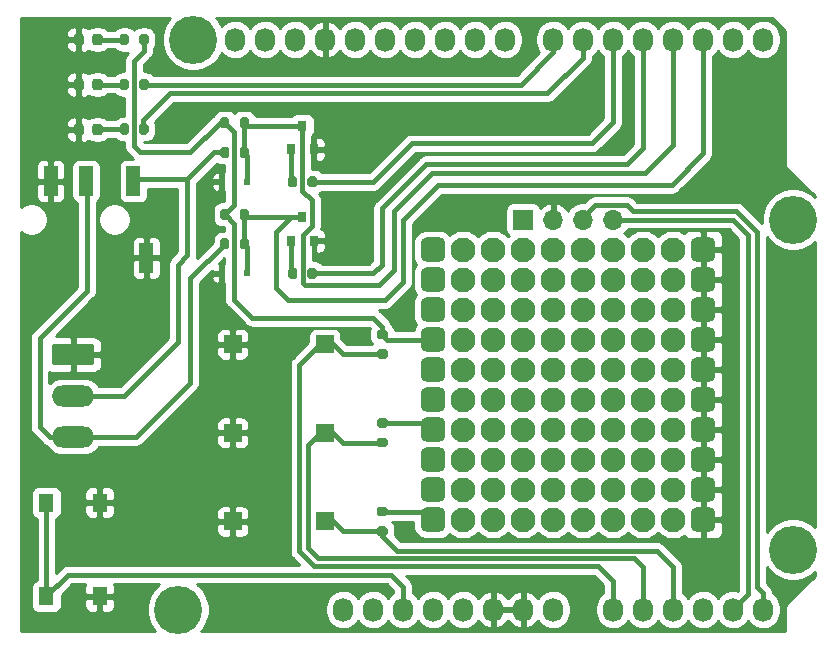
<source format=gtl>
%TF.GenerationSoftware,KiCad,Pcbnew,(5.1.10)-1*%
%TF.CreationDate,2021-11-05T01:01:10-05:00*%
%TF.ProjectId,KVLShield,4b564c53-6869-4656-9c64-2e6b69636164,1.0*%
%TF.SameCoordinates,Original*%
%TF.FileFunction,Copper,L1,Top*%
%TF.FilePolarity,Positive*%
%FSLAX46Y46*%
G04 Gerber Fmt 4.6, Leading zero omitted, Abs format (unit mm)*
G04 Created by KiCad (PCBNEW (5.1.10)-1) date 2021-11-05 01:01:10*
%MOMM*%
%LPD*%
G01*
G04 APERTURE LIST*
%TA.AperFunction,SMDPad,CuDef*%
%ADD10R,1.500000X1.500000*%
%TD*%
%TA.AperFunction,SMDPad,CuDef*%
%ADD11R,1.200000X2.500000*%
%TD*%
%TA.AperFunction,SMDPad,CuDef*%
%ADD12R,1.300000X1.550000*%
%TD*%
%TA.AperFunction,SMDPad,CuDef*%
%ADD13R,0.800000X0.900000*%
%TD*%
%TA.AperFunction,ComponentPad*%
%ADD14C,2.100000*%
%TD*%
%TA.AperFunction,SMDPad,CuDef*%
%ADD15R,0.500000X0.500000*%
%TD*%
%TA.AperFunction,ComponentPad*%
%ADD16O,3.600000X1.800000*%
%TD*%
%TA.AperFunction,ComponentPad*%
%ADD17O,1.727200X2.032000*%
%TD*%
%TA.AperFunction,ComponentPad*%
%ADD18C,4.064000*%
%TD*%
%TA.AperFunction,ComponentPad*%
%ADD19R,1.700000X1.700000*%
%TD*%
%TA.AperFunction,ComponentPad*%
%ADD20O,1.700000X1.700000*%
%TD*%
%TA.AperFunction,ViaPad*%
%ADD21C,0.800000*%
%TD*%
%TA.AperFunction,ViaPad*%
%ADD22C,0.600000*%
%TD*%
%TA.AperFunction,Conductor*%
%ADD23C,0.400000*%
%TD*%
%TA.AperFunction,Conductor*%
%ADD24C,0.250000*%
%TD*%
%TA.AperFunction,Conductor*%
%ADD25C,0.254000*%
%TD*%
%TA.AperFunction,Conductor*%
%ADD26C,0.100000*%
%TD*%
G04 APERTURE END LIST*
D10*
%TO.P,SW4,2*%
%TO.N,/A2*%
X137398000Y-116365000D03*
%TO.P,SW4,1*%
%TO.N,GND*%
X129598000Y-116365000D03*
%TD*%
%TO.P,SW3,2*%
%TO.N,/A1*%
X137398000Y-108865000D03*
%TO.P,SW3,1*%
%TO.N,GND*%
X129598000Y-108865000D03*
%TD*%
%TO.P,SW2,2*%
%TO.N,/A0*%
X137398000Y-101365000D03*
%TO.P,SW2,1*%
%TO.N,GND*%
X129598000Y-101365000D03*
%TD*%
D11*
%TO.P,J3,R2*%
%TO.N,GND*%
X114173000Y-87555000D03*
%TO.P,J3,R1*%
%TO.N,/KFD_SENSE*%
X117173000Y-87555000D03*
%TO.P,J3,T*%
%TO.N,/KFD_DATA*%
X121173000Y-87555000D03*
%TO.P,J3,S*%
%TO.N,GND*%
X122273000Y-94055000D03*
%TD*%
D12*
%TO.P,SW1,2*%
%TO.N,/Reset*%
X113828000Y-122720000D03*
%TO.P,SW1,1*%
%TO.N,GND*%
X118328000Y-122720000D03*
X118328000Y-114770000D03*
%TO.P,SW1,2*%
%TO.N,/Reset*%
X113828000Y-114770000D03*
%TD*%
D13*
%TO.P,Q1,3*%
%TO.N,/3(\u002A\u002A)*%
X135498000Y-82865000D03*
%TO.P,Q1,2*%
%TO.N,GND*%
X136448000Y-84865000D03*
%TO.P,Q1,1*%
%TO.N,Net-(Q1-Pad1)*%
X134548000Y-84865000D03*
%TD*%
D14*
%TO.P, ,1*%
%TO.N,N/C*%
X166878000Y-111125000D03*
%TD*%
%TO.P, ,1*%
%TO.N,N/C*%
X166878000Y-98425000D03*
%TD*%
%TO.P, ,1*%
%TO.N,N/C*%
X166878000Y-108585000D03*
%TD*%
%TO.P, ,1*%
%TO.N,N/C*%
X166878000Y-113665000D03*
%TD*%
%TO.P, ,1*%
%TO.N,N/C*%
X166878000Y-116205000D03*
%TD*%
%TO.P, ,1*%
%TO.N,N/C*%
X166878000Y-106045000D03*
%TD*%
%TO.P, ,1*%
%TO.N,N/C*%
X166878000Y-103505000D03*
%TD*%
%TO.P, ,1*%
%TO.N,N/C*%
X166878000Y-100965000D03*
%TD*%
%TO.P, ,1*%
%TO.N,N/C*%
X166878000Y-95885000D03*
%TD*%
%TO.P, ,1*%
%TO.N,N/C*%
X166878000Y-93345000D03*
%TD*%
%TO.P, ,1*%
%TO.N,N/C*%
X164338000Y-111125000D03*
%TD*%
%TO.P, ,1*%
%TO.N,N/C*%
X164338000Y-98425000D03*
%TD*%
%TO.P, ,1*%
%TO.N,N/C*%
X164338000Y-108585000D03*
%TD*%
%TO.P, ,1*%
%TO.N,N/C*%
X164338000Y-113665000D03*
%TD*%
%TO.P, ,1*%
%TO.N,N/C*%
X164338000Y-116205000D03*
%TD*%
%TO.P, ,1*%
%TO.N,N/C*%
X164338000Y-106045000D03*
%TD*%
%TO.P, ,1*%
%TO.N,N/C*%
X164338000Y-103505000D03*
%TD*%
%TO.P, ,1*%
%TO.N,N/C*%
X164338000Y-100965000D03*
%TD*%
%TO.P, ,1*%
%TO.N,N/C*%
X164338000Y-95885000D03*
%TD*%
%TO.P, ,1*%
%TO.N,N/C*%
X164338000Y-93345000D03*
%TD*%
%TO.P, ,1*%
%TO.N,N/C*%
X161798000Y-111125000D03*
%TD*%
%TO.P, ,1*%
%TO.N,N/C*%
X161798000Y-98425000D03*
%TD*%
%TO.P, ,1*%
%TO.N,N/C*%
X161798000Y-108585000D03*
%TD*%
%TO.P, ,1*%
%TO.N,N/C*%
X161798000Y-113665000D03*
%TD*%
%TO.P, ,1*%
%TO.N,N/C*%
X161798000Y-116205000D03*
%TD*%
%TO.P, ,1*%
%TO.N,N/C*%
X161798000Y-106045000D03*
%TD*%
%TO.P, ,1*%
%TO.N,N/C*%
X161798000Y-103505000D03*
%TD*%
%TO.P, ,1*%
%TO.N,N/C*%
X161798000Y-100965000D03*
%TD*%
%TO.P, ,1*%
%TO.N,N/C*%
X161798000Y-95885000D03*
%TD*%
%TO.P, ,1*%
%TO.N,N/C*%
X161798000Y-93345000D03*
%TD*%
%TO.P, ,1*%
%TO.N,N/C*%
X159258000Y-111125000D03*
%TD*%
%TO.P, ,1*%
%TO.N,N/C*%
X159258000Y-98425000D03*
%TD*%
%TO.P, ,1*%
%TO.N,N/C*%
X159258000Y-108585000D03*
%TD*%
%TO.P, ,1*%
%TO.N,N/C*%
X159258000Y-113665000D03*
%TD*%
%TO.P, ,1*%
%TO.N,N/C*%
X159258000Y-116205000D03*
%TD*%
%TO.P, ,1*%
%TO.N,N/C*%
X159258000Y-106045000D03*
%TD*%
%TO.P, ,1*%
%TO.N,N/C*%
X159258000Y-103505000D03*
%TD*%
%TO.P, ,1*%
%TO.N,N/C*%
X159258000Y-100965000D03*
%TD*%
%TO.P, ,1*%
%TO.N,N/C*%
X159258000Y-95885000D03*
%TD*%
%TO.P, ,1*%
%TO.N,N/C*%
X159258000Y-93345000D03*
%TD*%
%TO.P, ,1*%
%TO.N,N/C*%
X156718000Y-111125000D03*
%TD*%
%TO.P, ,1*%
%TO.N,N/C*%
X156718000Y-98425000D03*
%TD*%
%TO.P, ,1*%
%TO.N,N/C*%
X156718000Y-108585000D03*
%TD*%
%TO.P, ,1*%
%TO.N,N/C*%
X156718000Y-113665000D03*
%TD*%
%TO.P, ,1*%
%TO.N,N/C*%
X156718000Y-116205000D03*
%TD*%
%TO.P, ,1*%
%TO.N,N/C*%
X156718000Y-106045000D03*
%TD*%
%TO.P, ,1*%
%TO.N,N/C*%
X156718000Y-103505000D03*
%TD*%
%TO.P, ,1*%
%TO.N,N/C*%
X156718000Y-100965000D03*
%TD*%
%TO.P, ,1*%
%TO.N,N/C*%
X156718000Y-95885000D03*
%TD*%
%TO.P, ,1*%
%TO.N,N/C*%
X156718000Y-93345000D03*
%TD*%
%TO.P, ,1*%
%TO.N,N/C*%
X154178000Y-111125000D03*
%TD*%
%TO.P, ,1*%
%TO.N,N/C*%
X154178000Y-98425000D03*
%TD*%
%TO.P, ,1*%
%TO.N,N/C*%
X154178000Y-108585000D03*
%TD*%
%TO.P, ,1*%
%TO.N,N/C*%
X154178000Y-113665000D03*
%TD*%
%TO.P, ,1*%
%TO.N,N/C*%
X154178000Y-116205000D03*
%TD*%
%TO.P, ,1*%
%TO.N,N/C*%
X154178000Y-106045000D03*
%TD*%
%TO.P, ,1*%
%TO.N,N/C*%
X154178000Y-103505000D03*
%TD*%
%TO.P, ,1*%
%TO.N,N/C*%
X154178000Y-100965000D03*
%TD*%
%TO.P, ,1*%
%TO.N,N/C*%
X154178000Y-95885000D03*
%TD*%
%TO.P, ,1*%
%TO.N,N/C*%
X154178000Y-93345000D03*
%TD*%
%TO.P, ,1*%
%TO.N,N/C*%
X151638000Y-111125000D03*
%TD*%
%TO.P, ,1*%
%TO.N,N/C*%
X151638000Y-98425000D03*
%TD*%
%TO.P, ,1*%
%TO.N,N/C*%
X151638000Y-108585000D03*
%TD*%
%TO.P, ,1*%
%TO.N,N/C*%
X151638000Y-113665000D03*
%TD*%
%TO.P, ,1*%
%TO.N,N/C*%
X151638000Y-116205000D03*
%TD*%
%TO.P, ,1*%
%TO.N,N/C*%
X151638000Y-106045000D03*
%TD*%
%TO.P, ,1*%
%TO.N,N/C*%
X151638000Y-103505000D03*
%TD*%
%TO.P, ,1*%
%TO.N,N/C*%
X151638000Y-100965000D03*
%TD*%
%TO.P, ,1*%
%TO.N,N/C*%
X151638000Y-95885000D03*
%TD*%
%TO.P, ,1*%
%TO.N,N/C*%
X151638000Y-93345000D03*
%TD*%
%TO.P, ,1*%
%TO.N,N/C*%
X149098000Y-116205000D03*
%TD*%
%TO.P, ,1*%
%TO.N,N/C*%
X149098000Y-113665000D03*
%TD*%
%TO.P, ,1*%
%TO.N,N/C*%
X149098000Y-111125000D03*
%TD*%
%TO.P, ,1*%
%TO.N,N/C*%
X149098000Y-108585000D03*
%TD*%
%TO.P, ,1*%
%TO.N,N/C*%
X149098000Y-106045000D03*
%TD*%
%TO.P, ,1*%
%TO.N,N/C*%
X149098000Y-103505000D03*
%TD*%
%TO.P, ,1*%
%TO.N,N/C*%
X149098000Y-100965000D03*
%TD*%
%TO.P, ,1*%
%TO.N,N/C*%
X149098000Y-98425000D03*
%TD*%
%TO.P, ,1*%
%TO.N,N/C*%
X149098000Y-95885000D03*
%TD*%
%TO.P, ,1*%
%TO.N,GND*%
%TA.AperFunction,ComponentPad*%
G36*
G01*
X168368000Y-116730000D02*
X168368000Y-115680000D01*
G75*
G02*
X168893000Y-115155000I525000J0D01*
G01*
X169943000Y-115155000D01*
G75*
G02*
X170468000Y-115680000I0J-525000D01*
G01*
X170468000Y-116730000D01*
G75*
G02*
X169943000Y-117255000I-525000J0D01*
G01*
X168893000Y-117255000D01*
G75*
G02*
X168368000Y-116730000I0J525000D01*
G01*
G37*
%TD.AperFunction*%
%TD*%
%TO.P, ,1*%
%TO.N,GND*%
%TA.AperFunction,ComponentPad*%
G36*
G01*
X168368000Y-114190000D02*
X168368000Y-113140000D01*
G75*
G02*
X168893000Y-112615000I525000J0D01*
G01*
X169943000Y-112615000D01*
G75*
G02*
X170468000Y-113140000I0J-525000D01*
G01*
X170468000Y-114190000D01*
G75*
G02*
X169943000Y-114715000I-525000J0D01*
G01*
X168893000Y-114715000D01*
G75*
G02*
X168368000Y-114190000I0J525000D01*
G01*
G37*
%TD.AperFunction*%
%TD*%
%TO.P, ,1*%
%TO.N,GND*%
%TA.AperFunction,ComponentPad*%
G36*
G01*
X168368000Y-111650000D02*
X168368000Y-110600000D01*
G75*
G02*
X168893000Y-110075000I525000J0D01*
G01*
X169943000Y-110075000D01*
G75*
G02*
X170468000Y-110600000I0J-525000D01*
G01*
X170468000Y-111650000D01*
G75*
G02*
X169943000Y-112175000I-525000J0D01*
G01*
X168893000Y-112175000D01*
G75*
G02*
X168368000Y-111650000I0J525000D01*
G01*
G37*
%TD.AperFunction*%
%TD*%
%TO.P, ,1*%
%TO.N,GND*%
%TA.AperFunction,ComponentPad*%
G36*
G01*
X168368000Y-109110000D02*
X168368000Y-108060000D01*
G75*
G02*
X168893000Y-107535000I525000J0D01*
G01*
X169943000Y-107535000D01*
G75*
G02*
X170468000Y-108060000I0J-525000D01*
G01*
X170468000Y-109110000D01*
G75*
G02*
X169943000Y-109635000I-525000J0D01*
G01*
X168893000Y-109635000D01*
G75*
G02*
X168368000Y-109110000I0J525000D01*
G01*
G37*
%TD.AperFunction*%
%TD*%
%TO.P, ,1*%
%TO.N,GND*%
%TA.AperFunction,ComponentPad*%
G36*
G01*
X168368000Y-106570000D02*
X168368000Y-105520000D01*
G75*
G02*
X168893000Y-104995000I525000J0D01*
G01*
X169943000Y-104995000D01*
G75*
G02*
X170468000Y-105520000I0J-525000D01*
G01*
X170468000Y-106570000D01*
G75*
G02*
X169943000Y-107095000I-525000J0D01*
G01*
X168893000Y-107095000D01*
G75*
G02*
X168368000Y-106570000I0J525000D01*
G01*
G37*
%TD.AperFunction*%
%TD*%
%TO.P, ,1*%
%TO.N,GND*%
%TA.AperFunction,ComponentPad*%
G36*
G01*
X168368000Y-104030000D02*
X168368000Y-102980000D01*
G75*
G02*
X168893000Y-102455000I525000J0D01*
G01*
X169943000Y-102455000D01*
G75*
G02*
X170468000Y-102980000I0J-525000D01*
G01*
X170468000Y-104030000D01*
G75*
G02*
X169943000Y-104555000I-525000J0D01*
G01*
X168893000Y-104555000D01*
G75*
G02*
X168368000Y-104030000I0J525000D01*
G01*
G37*
%TD.AperFunction*%
%TD*%
%TO.P, ,1*%
%TO.N,GND*%
%TA.AperFunction,ComponentPad*%
G36*
G01*
X168368000Y-101490000D02*
X168368000Y-100440000D01*
G75*
G02*
X168893000Y-99915000I525000J0D01*
G01*
X169943000Y-99915000D01*
G75*
G02*
X170468000Y-100440000I0J-525000D01*
G01*
X170468000Y-101490000D01*
G75*
G02*
X169943000Y-102015000I-525000J0D01*
G01*
X168893000Y-102015000D01*
G75*
G02*
X168368000Y-101490000I0J525000D01*
G01*
G37*
%TD.AperFunction*%
%TD*%
%TO.P, ,1*%
%TO.N,GND*%
%TA.AperFunction,ComponentPad*%
G36*
G01*
X168368000Y-98950000D02*
X168368000Y-97900000D01*
G75*
G02*
X168893000Y-97375000I525000J0D01*
G01*
X169943000Y-97375000D01*
G75*
G02*
X170468000Y-97900000I0J-525000D01*
G01*
X170468000Y-98950000D01*
G75*
G02*
X169943000Y-99475000I-525000J0D01*
G01*
X168893000Y-99475000D01*
G75*
G02*
X168368000Y-98950000I0J525000D01*
G01*
G37*
%TD.AperFunction*%
%TD*%
%TO.P, ,1*%
%TO.N,GND*%
%TA.AperFunction,ComponentPad*%
G36*
G01*
X168368000Y-96410000D02*
X168368000Y-95360000D01*
G75*
G02*
X168893000Y-94835000I525000J0D01*
G01*
X169943000Y-94835000D01*
G75*
G02*
X170468000Y-95360000I0J-525000D01*
G01*
X170468000Y-96410000D01*
G75*
G02*
X169943000Y-96935000I-525000J0D01*
G01*
X168893000Y-96935000D01*
G75*
G02*
X168368000Y-96410000I0J525000D01*
G01*
G37*
%TD.AperFunction*%
%TD*%
%TO.P, ,1*%
%TO.N,+5V*%
%TA.AperFunction,ComponentPad*%
G36*
G01*
X145508000Y-116730000D02*
X145508000Y-115680000D01*
G75*
G02*
X146033000Y-115155000I525000J0D01*
G01*
X147083000Y-115155000D01*
G75*
G02*
X147608000Y-115680000I0J-525000D01*
G01*
X147608000Y-116730000D01*
G75*
G02*
X147083000Y-117255000I-525000J0D01*
G01*
X146033000Y-117255000D01*
G75*
G02*
X145508000Y-116730000I0J525000D01*
G01*
G37*
%TD.AperFunction*%
%TD*%
%TO.P, ,1*%
%TO.N,+5V*%
%TA.AperFunction,ComponentPad*%
G36*
G01*
X145508000Y-114190000D02*
X145508000Y-113140000D01*
G75*
G02*
X146033000Y-112615000I525000J0D01*
G01*
X147083000Y-112615000D01*
G75*
G02*
X147608000Y-113140000I0J-525000D01*
G01*
X147608000Y-114190000D01*
G75*
G02*
X147083000Y-114715000I-525000J0D01*
G01*
X146033000Y-114715000D01*
G75*
G02*
X145508000Y-114190000I0J525000D01*
G01*
G37*
%TD.AperFunction*%
%TD*%
%TO.P, ,1*%
%TO.N,+5V*%
%TA.AperFunction,ComponentPad*%
G36*
G01*
X145508000Y-111650000D02*
X145508000Y-110600000D01*
G75*
G02*
X146033000Y-110075000I525000J0D01*
G01*
X147083000Y-110075000D01*
G75*
G02*
X147608000Y-110600000I0J-525000D01*
G01*
X147608000Y-111650000D01*
G75*
G02*
X147083000Y-112175000I-525000J0D01*
G01*
X146033000Y-112175000D01*
G75*
G02*
X145508000Y-111650000I0J525000D01*
G01*
G37*
%TD.AperFunction*%
%TD*%
%TO.P, ,1*%
%TO.N,+5V*%
%TA.AperFunction,ComponentPad*%
G36*
G01*
X145508000Y-109110000D02*
X145508000Y-108060000D01*
G75*
G02*
X146033000Y-107535000I525000J0D01*
G01*
X147083000Y-107535000D01*
G75*
G02*
X147608000Y-108060000I0J-525000D01*
G01*
X147608000Y-109110000D01*
G75*
G02*
X147083000Y-109635000I-525000J0D01*
G01*
X146033000Y-109635000D01*
G75*
G02*
X145508000Y-109110000I0J525000D01*
G01*
G37*
%TD.AperFunction*%
%TD*%
%TO.P, ,1*%
%TO.N,+5V*%
%TA.AperFunction,ComponentPad*%
G36*
G01*
X145508000Y-106570000D02*
X145508000Y-105520000D01*
G75*
G02*
X146033000Y-104995000I525000J0D01*
G01*
X147083000Y-104995000D01*
G75*
G02*
X147608000Y-105520000I0J-525000D01*
G01*
X147608000Y-106570000D01*
G75*
G02*
X147083000Y-107095000I-525000J0D01*
G01*
X146033000Y-107095000D01*
G75*
G02*
X145508000Y-106570000I0J525000D01*
G01*
G37*
%TD.AperFunction*%
%TD*%
%TO.P, ,1*%
%TO.N,+5V*%
%TA.AperFunction,ComponentPad*%
G36*
G01*
X145508000Y-104030000D02*
X145508000Y-102980000D01*
G75*
G02*
X146033000Y-102455000I525000J0D01*
G01*
X147083000Y-102455000D01*
G75*
G02*
X147608000Y-102980000I0J-525000D01*
G01*
X147608000Y-104030000D01*
G75*
G02*
X147083000Y-104555000I-525000J0D01*
G01*
X146033000Y-104555000D01*
G75*
G02*
X145508000Y-104030000I0J525000D01*
G01*
G37*
%TD.AperFunction*%
%TD*%
%TO.P, ,1*%
%TO.N,+5V*%
%TA.AperFunction,ComponentPad*%
G36*
G01*
X145508000Y-101490000D02*
X145508000Y-100440000D01*
G75*
G02*
X146033000Y-99915000I525000J0D01*
G01*
X147083000Y-99915000D01*
G75*
G02*
X147608000Y-100440000I0J-525000D01*
G01*
X147608000Y-101490000D01*
G75*
G02*
X147083000Y-102015000I-525000J0D01*
G01*
X146033000Y-102015000D01*
G75*
G02*
X145508000Y-101490000I0J525000D01*
G01*
G37*
%TD.AperFunction*%
%TD*%
%TO.P, ,1*%
%TO.N,+5V*%
%TA.AperFunction,ComponentPad*%
G36*
G01*
X145508000Y-98950000D02*
X145508000Y-97900000D01*
G75*
G02*
X146033000Y-97375000I525000J0D01*
G01*
X147083000Y-97375000D01*
G75*
G02*
X147608000Y-97900000I0J-525000D01*
G01*
X147608000Y-98950000D01*
G75*
G02*
X147083000Y-99475000I-525000J0D01*
G01*
X146033000Y-99475000D01*
G75*
G02*
X145508000Y-98950000I0J525000D01*
G01*
G37*
%TD.AperFunction*%
%TD*%
%TO.P, ,1*%
%TO.N,+5V*%
%TA.AperFunction,ComponentPad*%
G36*
G01*
X145508000Y-96410000D02*
X145508000Y-95360000D01*
G75*
G02*
X146033000Y-94835000I525000J0D01*
G01*
X147083000Y-94835000D01*
G75*
G02*
X147608000Y-95360000I0J-525000D01*
G01*
X147608000Y-96410000D01*
G75*
G02*
X147083000Y-96935000I-525000J0D01*
G01*
X146033000Y-96935000D01*
G75*
G02*
X145508000Y-96410000I0J525000D01*
G01*
G37*
%TD.AperFunction*%
%TD*%
%TO.P, ,1*%
%TO.N,GND*%
%TA.AperFunction,ComponentPad*%
G36*
G01*
X168368000Y-93870000D02*
X168368000Y-92820000D01*
G75*
G02*
X168893000Y-92295000I525000J0D01*
G01*
X169943000Y-92295000D01*
G75*
G02*
X170468000Y-92820000I0J-525000D01*
G01*
X170468000Y-93870000D01*
G75*
G02*
X169943000Y-94395000I-525000J0D01*
G01*
X168893000Y-94395000D01*
G75*
G02*
X168368000Y-93870000I0J525000D01*
G01*
G37*
%TD.AperFunction*%
%TD*%
%TO.P, ,1*%
%TO.N,N/C*%
X149098000Y-93345000D03*
%TD*%
%TO.P, ,1*%
%TO.N,+5V*%
%TA.AperFunction,ComponentPad*%
G36*
G01*
X145508000Y-93870000D02*
X145508000Y-92820000D01*
G75*
G02*
X146033000Y-92295000I525000J0D01*
G01*
X147083000Y-92295000D01*
G75*
G02*
X147608000Y-92820000I0J-525000D01*
G01*
X147608000Y-93870000D01*
G75*
G02*
X147083000Y-94395000I-525000J0D01*
G01*
X146033000Y-94395000D01*
G75*
G02*
X145508000Y-93870000I0J525000D01*
G01*
G37*
%TD.AperFunction*%
%TD*%
%TO.P,R12,2*%
%TO.N,/A2*%
%TA.AperFunction,SMDPad,CuDef*%
G36*
G01*
X141973000Y-116790000D02*
X142523000Y-116790000D01*
G75*
G02*
X142723000Y-116990000I0J-200000D01*
G01*
X142723000Y-117390000D01*
G75*
G02*
X142523000Y-117590000I-200000J0D01*
G01*
X141973000Y-117590000D01*
G75*
G02*
X141773000Y-117390000I0J200000D01*
G01*
X141773000Y-116990000D01*
G75*
G02*
X141973000Y-116790000I200000J0D01*
G01*
G37*
%TD.AperFunction*%
%TO.P,R12,1*%
%TO.N,+5V*%
%TA.AperFunction,SMDPad,CuDef*%
G36*
G01*
X141973000Y-115140000D02*
X142523000Y-115140000D01*
G75*
G02*
X142723000Y-115340000I0J-200000D01*
G01*
X142723000Y-115740000D01*
G75*
G02*
X142523000Y-115940000I-200000J0D01*
G01*
X141973000Y-115940000D01*
G75*
G02*
X141773000Y-115740000I0J200000D01*
G01*
X141773000Y-115340000D01*
G75*
G02*
X141973000Y-115140000I200000J0D01*
G01*
G37*
%TD.AperFunction*%
%TD*%
%TO.P,R11,2*%
%TO.N,/A1*%
%TA.AperFunction,SMDPad,CuDef*%
G36*
G01*
X141973000Y-109290000D02*
X142523000Y-109290000D01*
G75*
G02*
X142723000Y-109490000I0J-200000D01*
G01*
X142723000Y-109890000D01*
G75*
G02*
X142523000Y-110090000I-200000J0D01*
G01*
X141973000Y-110090000D01*
G75*
G02*
X141773000Y-109890000I0J200000D01*
G01*
X141773000Y-109490000D01*
G75*
G02*
X141973000Y-109290000I200000J0D01*
G01*
G37*
%TD.AperFunction*%
%TO.P,R11,1*%
%TO.N,+5V*%
%TA.AperFunction,SMDPad,CuDef*%
G36*
G01*
X141973000Y-107640000D02*
X142523000Y-107640000D01*
G75*
G02*
X142723000Y-107840000I0J-200000D01*
G01*
X142723000Y-108240000D01*
G75*
G02*
X142523000Y-108440000I-200000J0D01*
G01*
X141973000Y-108440000D01*
G75*
G02*
X141773000Y-108240000I0J200000D01*
G01*
X141773000Y-107840000D01*
G75*
G02*
X141973000Y-107640000I200000J0D01*
G01*
G37*
%TD.AperFunction*%
%TD*%
%TO.P,R10,2*%
%TO.N,/A0*%
%TA.AperFunction,SMDPad,CuDef*%
G36*
G01*
X141973000Y-101790000D02*
X142523000Y-101790000D01*
G75*
G02*
X142723000Y-101990000I0J-200000D01*
G01*
X142723000Y-102390000D01*
G75*
G02*
X142523000Y-102590000I-200000J0D01*
G01*
X141973000Y-102590000D01*
G75*
G02*
X141773000Y-102390000I0J200000D01*
G01*
X141773000Y-101990000D01*
G75*
G02*
X141973000Y-101790000I200000J0D01*
G01*
G37*
%TD.AperFunction*%
%TO.P,R10,1*%
%TO.N,+5V*%
%TA.AperFunction,SMDPad,CuDef*%
G36*
G01*
X141973000Y-100140000D02*
X142523000Y-100140000D01*
G75*
G02*
X142723000Y-100340000I0J-200000D01*
G01*
X142723000Y-100740000D01*
G75*
G02*
X142523000Y-100940000I-200000J0D01*
G01*
X141973000Y-100940000D01*
G75*
G02*
X141773000Y-100740000I0J200000D01*
G01*
X141773000Y-100340000D01*
G75*
G02*
X141973000Y-100140000I200000J0D01*
G01*
G37*
%TD.AperFunction*%
%TD*%
D15*
%TO.P,D2,2*%
%TO.N,GND*%
X128648000Y-95365000D03*
%TO.P,D2,1*%
%TO.N,/2*%
X130848000Y-95365000D03*
%TD*%
%TO.P,D1,2*%
%TO.N,GND*%
X128648000Y-87615000D03*
%TO.P,D1,1*%
%TO.N,/3(\u002A\u002A)*%
X130848000Y-87615000D03*
%TD*%
D16*
%TO.P,J1,3*%
%TO.N,/KFD_SENSE*%
X116078000Y-109235000D03*
%TO.P,J1,2*%
%TO.N,/KFD_DATA*%
X116078000Y-105735000D03*
%TO.P,J1,1*%
%TO.N,GND*%
%TA.AperFunction,ComponentPad*%
G36*
G01*
X114528000Y-101335000D02*
X117628000Y-101335000D01*
G75*
G02*
X117878000Y-101585000I0J-250000D01*
G01*
X117878000Y-102885000D01*
G75*
G02*
X117628000Y-103135000I-250000J0D01*
G01*
X114528000Y-103135000D01*
G75*
G02*
X114278000Y-102885000I0J250000D01*
G01*
X114278000Y-101585000D01*
G75*
G02*
X114528000Y-101335000I250000J0D01*
G01*
G37*
%TD.AperFunction*%
%TD*%
%TO.P,R9,2*%
%TO.N,Net-(D5-Pad2)*%
%TA.AperFunction,SMDPad,CuDef*%
G36*
G01*
X120823000Y-82870000D02*
X120823000Y-83420000D01*
G75*
G02*
X120623000Y-83620000I-200000J0D01*
G01*
X120223000Y-83620000D01*
G75*
G02*
X120023000Y-83420000I0J200000D01*
G01*
X120023000Y-82870000D01*
G75*
G02*
X120223000Y-82670000I200000J0D01*
G01*
X120623000Y-82670000D01*
G75*
G02*
X120823000Y-82870000I0J-200000D01*
G01*
G37*
%TD.AperFunction*%
%TO.P,R9,1*%
%TO.N,/6(\u002A\u002A)*%
%TA.AperFunction,SMDPad,CuDef*%
G36*
G01*
X122473000Y-82870000D02*
X122473000Y-83420000D01*
G75*
G02*
X122273000Y-83620000I-200000J0D01*
G01*
X121873000Y-83620000D01*
G75*
G02*
X121673000Y-83420000I0J200000D01*
G01*
X121673000Y-82870000D01*
G75*
G02*
X121873000Y-82670000I200000J0D01*
G01*
X122273000Y-82670000D01*
G75*
G02*
X122473000Y-82870000I0J-200000D01*
G01*
G37*
%TD.AperFunction*%
%TD*%
%TO.P,D5,2*%
%TO.N,Net-(D5-Pad2)*%
%TA.AperFunction,SMDPad,CuDef*%
G36*
G01*
X117698000Y-83441250D02*
X117698000Y-82928750D01*
G75*
G02*
X117916750Y-82710000I218750J0D01*
G01*
X118354250Y-82710000D01*
G75*
G02*
X118573000Y-82928750I0J-218750D01*
G01*
X118573000Y-83441250D01*
G75*
G02*
X118354250Y-83660000I-218750J0D01*
G01*
X117916750Y-83660000D01*
G75*
G02*
X117698000Y-83441250I0J218750D01*
G01*
G37*
%TD.AperFunction*%
%TO.P,D5,1*%
%TO.N,GND*%
%TA.AperFunction,SMDPad,CuDef*%
G36*
G01*
X116123000Y-83441250D02*
X116123000Y-82928750D01*
G75*
G02*
X116341750Y-82710000I218750J0D01*
G01*
X116779250Y-82710000D01*
G75*
G02*
X116998000Y-82928750I0J-218750D01*
G01*
X116998000Y-83441250D01*
G75*
G02*
X116779250Y-83660000I-218750J0D01*
G01*
X116341750Y-83660000D01*
G75*
G02*
X116123000Y-83441250I0J218750D01*
G01*
G37*
%TD.AperFunction*%
%TD*%
%TO.P,D4,2*%
%TO.N,Net-(D4-Pad2)*%
%TA.AperFunction,SMDPad,CuDef*%
G36*
G01*
X117698000Y-79631250D02*
X117698000Y-79118750D01*
G75*
G02*
X117916750Y-78900000I218750J0D01*
G01*
X118354250Y-78900000D01*
G75*
G02*
X118573000Y-79118750I0J-218750D01*
G01*
X118573000Y-79631250D01*
G75*
G02*
X118354250Y-79850000I-218750J0D01*
G01*
X117916750Y-79850000D01*
G75*
G02*
X117698000Y-79631250I0J218750D01*
G01*
G37*
%TD.AperFunction*%
%TO.P,D4,1*%
%TO.N,GND*%
%TA.AperFunction,SMDPad,CuDef*%
G36*
G01*
X116123000Y-79631250D02*
X116123000Y-79118750D01*
G75*
G02*
X116341750Y-78900000I218750J0D01*
G01*
X116779250Y-78900000D01*
G75*
G02*
X116998000Y-79118750I0J-218750D01*
G01*
X116998000Y-79631250D01*
G75*
G02*
X116779250Y-79850000I-218750J0D01*
G01*
X116341750Y-79850000D01*
G75*
G02*
X116123000Y-79631250I0J218750D01*
G01*
G37*
%TD.AperFunction*%
%TD*%
%TO.P,D3,2*%
%TO.N,Net-(D3-Pad2)*%
%TA.AperFunction,SMDPad,CuDef*%
G36*
G01*
X117698000Y-75821250D02*
X117698000Y-75308750D01*
G75*
G02*
X117916750Y-75090000I218750J0D01*
G01*
X118354250Y-75090000D01*
G75*
G02*
X118573000Y-75308750I0J-218750D01*
G01*
X118573000Y-75821250D01*
G75*
G02*
X118354250Y-76040000I-218750J0D01*
G01*
X117916750Y-76040000D01*
G75*
G02*
X117698000Y-75821250I0J218750D01*
G01*
G37*
%TD.AperFunction*%
%TO.P,D3,1*%
%TO.N,GND*%
%TA.AperFunction,SMDPad,CuDef*%
G36*
G01*
X116123000Y-75821250D02*
X116123000Y-75308750D01*
G75*
G02*
X116341750Y-75090000I218750J0D01*
G01*
X116779250Y-75090000D01*
G75*
G02*
X116998000Y-75308750I0J-218750D01*
G01*
X116998000Y-75821250D01*
G75*
G02*
X116779250Y-76040000I-218750J0D01*
G01*
X116341750Y-76040000D01*
G75*
G02*
X116123000Y-75821250I0J218750D01*
G01*
G37*
%TD.AperFunction*%
%TD*%
D13*
%TO.P,Q2,3*%
%TO.N,/2*%
X135498000Y-90615000D03*
%TO.P,Q2,2*%
%TO.N,GND*%
X136448000Y-92615000D03*
%TO.P,Q2,1*%
%TO.N,Net-(Q2-Pad1)*%
X134548000Y-92615000D03*
%TD*%
%TO.P,R8,2*%
%TO.N,Net-(D4-Pad2)*%
%TA.AperFunction,SMDPad,CuDef*%
G36*
G01*
X120823000Y-79100000D02*
X120823000Y-79650000D01*
G75*
G02*
X120623000Y-79850000I-200000J0D01*
G01*
X120223000Y-79850000D01*
G75*
G02*
X120023000Y-79650000I0J200000D01*
G01*
X120023000Y-79100000D01*
G75*
G02*
X120223000Y-78900000I200000J0D01*
G01*
X120623000Y-78900000D01*
G75*
G02*
X120823000Y-79100000I0J-200000D01*
G01*
G37*
%TD.AperFunction*%
%TO.P,R8,1*%
%TO.N,/7*%
%TA.AperFunction,SMDPad,CuDef*%
G36*
G01*
X122473000Y-79100000D02*
X122473000Y-79650000D01*
G75*
G02*
X122273000Y-79850000I-200000J0D01*
G01*
X121873000Y-79850000D01*
G75*
G02*
X121673000Y-79650000I0J200000D01*
G01*
X121673000Y-79100000D01*
G75*
G02*
X121873000Y-78900000I200000J0D01*
G01*
X122273000Y-78900000D01*
G75*
G02*
X122473000Y-79100000I0J-200000D01*
G01*
G37*
%TD.AperFunction*%
%TD*%
%TO.P,R7,2*%
%TO.N,Net-(D3-Pad2)*%
%TA.AperFunction,SMDPad,CuDef*%
G36*
G01*
X120823000Y-75290000D02*
X120823000Y-75840000D01*
G75*
G02*
X120623000Y-76040000I-200000J0D01*
G01*
X120223000Y-76040000D01*
G75*
G02*
X120023000Y-75840000I0J200000D01*
G01*
X120023000Y-75290000D01*
G75*
G02*
X120223000Y-75090000I200000J0D01*
G01*
X120623000Y-75090000D01*
G75*
G02*
X120823000Y-75290000I0J-200000D01*
G01*
G37*
%TD.AperFunction*%
%TO.P,R7,1*%
%TO.N,+5V*%
%TA.AperFunction,SMDPad,CuDef*%
G36*
G01*
X122473000Y-75290000D02*
X122473000Y-75840000D01*
G75*
G02*
X122273000Y-76040000I-200000J0D01*
G01*
X121873000Y-76040000D01*
G75*
G02*
X121673000Y-75840000I0J200000D01*
G01*
X121673000Y-75290000D01*
G75*
G02*
X121873000Y-75090000I200000J0D01*
G01*
X122273000Y-75090000D01*
G75*
G02*
X122473000Y-75290000I0J-200000D01*
G01*
G37*
%TD.AperFunction*%
%TD*%
%TO.P,R6,2*%
%TO.N,Net-(Q2-Pad1)*%
%TA.AperFunction,SMDPad,CuDef*%
G36*
G01*
X135073000Y-95090000D02*
X135073000Y-95640000D01*
G75*
G02*
X134873000Y-95840000I-200000J0D01*
G01*
X134473000Y-95840000D01*
G75*
G02*
X134273000Y-95640000I0J200000D01*
G01*
X134273000Y-95090000D01*
G75*
G02*
X134473000Y-94890000I200000J0D01*
G01*
X134873000Y-94890000D01*
G75*
G02*
X135073000Y-95090000I0J-200000D01*
G01*
G37*
%TD.AperFunction*%
%TO.P,R6,1*%
%TO.N,/4*%
%TA.AperFunction,SMDPad,CuDef*%
G36*
G01*
X136723000Y-95090000D02*
X136723000Y-95640000D01*
G75*
G02*
X136523000Y-95840000I-200000J0D01*
G01*
X136123000Y-95840000D01*
G75*
G02*
X135923000Y-95640000I0J200000D01*
G01*
X135923000Y-95090000D01*
G75*
G02*
X136123000Y-94890000I200000J0D01*
G01*
X136523000Y-94890000D01*
G75*
G02*
X136723000Y-95090000I0J-200000D01*
G01*
G37*
%TD.AperFunction*%
%TD*%
%TO.P,R5,2*%
%TO.N,/2*%
%TA.AperFunction,SMDPad,CuDef*%
G36*
G01*
X130173000Y-93140000D02*
X130173000Y-92590000D01*
G75*
G02*
X130373000Y-92390000I200000J0D01*
G01*
X130773000Y-92390000D01*
G75*
G02*
X130973000Y-92590000I0J-200000D01*
G01*
X130973000Y-93140000D01*
G75*
G02*
X130773000Y-93340000I-200000J0D01*
G01*
X130373000Y-93340000D01*
G75*
G02*
X130173000Y-93140000I0J200000D01*
G01*
G37*
%TD.AperFunction*%
%TO.P,R5,1*%
%TO.N,/KFD_SENSE*%
%TA.AperFunction,SMDPad,CuDef*%
G36*
G01*
X128523000Y-93140000D02*
X128523000Y-92590000D01*
G75*
G02*
X128723000Y-92390000I200000J0D01*
G01*
X129123000Y-92390000D01*
G75*
G02*
X129323000Y-92590000I0J-200000D01*
G01*
X129323000Y-93140000D01*
G75*
G02*
X129123000Y-93340000I-200000J0D01*
G01*
X128723000Y-93340000D01*
G75*
G02*
X128523000Y-93140000I0J200000D01*
G01*
G37*
%TD.AperFunction*%
%TD*%
%TO.P,R4,2*%
%TO.N,/2*%
%TA.AperFunction,SMDPad,CuDef*%
G36*
G01*
X130173000Y-90640000D02*
X130173000Y-90090000D01*
G75*
G02*
X130373000Y-89890000I200000J0D01*
G01*
X130773000Y-89890000D01*
G75*
G02*
X130973000Y-90090000I0J-200000D01*
G01*
X130973000Y-90640000D01*
G75*
G02*
X130773000Y-90840000I-200000J0D01*
G01*
X130373000Y-90840000D01*
G75*
G02*
X130173000Y-90640000I0J200000D01*
G01*
G37*
%TD.AperFunction*%
%TO.P,R4,1*%
%TO.N,+5V*%
%TA.AperFunction,SMDPad,CuDef*%
G36*
G01*
X128523000Y-90640000D02*
X128523000Y-90090000D01*
G75*
G02*
X128723000Y-89890000I200000J0D01*
G01*
X129123000Y-89890000D01*
G75*
G02*
X129323000Y-90090000I0J-200000D01*
G01*
X129323000Y-90640000D01*
G75*
G02*
X129123000Y-90840000I-200000J0D01*
G01*
X128723000Y-90840000D01*
G75*
G02*
X128523000Y-90640000I0J200000D01*
G01*
G37*
%TD.AperFunction*%
%TD*%
%TO.P,R3,2*%
%TO.N,Net-(Q1-Pad1)*%
%TA.AperFunction,SMDPad,CuDef*%
G36*
G01*
X135073000Y-87340000D02*
X135073000Y-87890000D01*
G75*
G02*
X134873000Y-88090000I-200000J0D01*
G01*
X134473000Y-88090000D01*
G75*
G02*
X134273000Y-87890000I0J200000D01*
G01*
X134273000Y-87340000D01*
G75*
G02*
X134473000Y-87140000I200000J0D01*
G01*
X134873000Y-87140000D01*
G75*
G02*
X135073000Y-87340000I0J-200000D01*
G01*
G37*
%TD.AperFunction*%
%TO.P,R3,1*%
%TO.N,/5(\u002A\u002A)*%
%TA.AperFunction,SMDPad,CuDef*%
G36*
G01*
X136723000Y-87340000D02*
X136723000Y-87890000D01*
G75*
G02*
X136523000Y-88090000I-200000J0D01*
G01*
X136123000Y-88090000D01*
G75*
G02*
X135923000Y-87890000I0J200000D01*
G01*
X135923000Y-87340000D01*
G75*
G02*
X136123000Y-87140000I200000J0D01*
G01*
X136523000Y-87140000D01*
G75*
G02*
X136723000Y-87340000I0J-200000D01*
G01*
G37*
%TD.AperFunction*%
%TD*%
%TO.P,R2,2*%
%TO.N,/3(\u002A\u002A)*%
%TA.AperFunction,SMDPad,CuDef*%
G36*
G01*
X130173000Y-85390000D02*
X130173000Y-84840000D01*
G75*
G02*
X130373000Y-84640000I200000J0D01*
G01*
X130773000Y-84640000D01*
G75*
G02*
X130973000Y-84840000I0J-200000D01*
G01*
X130973000Y-85390000D01*
G75*
G02*
X130773000Y-85590000I-200000J0D01*
G01*
X130373000Y-85590000D01*
G75*
G02*
X130173000Y-85390000I0J200000D01*
G01*
G37*
%TD.AperFunction*%
%TO.P,R2,1*%
%TO.N,/KFD_DATA*%
%TA.AperFunction,SMDPad,CuDef*%
G36*
G01*
X128523000Y-85390000D02*
X128523000Y-84840000D01*
G75*
G02*
X128723000Y-84640000I200000J0D01*
G01*
X129123000Y-84640000D01*
G75*
G02*
X129323000Y-84840000I0J-200000D01*
G01*
X129323000Y-85390000D01*
G75*
G02*
X129123000Y-85590000I-200000J0D01*
G01*
X128723000Y-85590000D01*
G75*
G02*
X128523000Y-85390000I0J200000D01*
G01*
G37*
%TD.AperFunction*%
%TD*%
%TO.P,R1,2*%
%TO.N,/3(\u002A\u002A)*%
%TA.AperFunction,SMDPad,CuDef*%
G36*
G01*
X130173000Y-82890000D02*
X130173000Y-82340000D01*
G75*
G02*
X130373000Y-82140000I200000J0D01*
G01*
X130773000Y-82140000D01*
G75*
G02*
X130973000Y-82340000I0J-200000D01*
G01*
X130973000Y-82890000D01*
G75*
G02*
X130773000Y-83090000I-200000J0D01*
G01*
X130373000Y-83090000D01*
G75*
G02*
X130173000Y-82890000I0J200000D01*
G01*
G37*
%TD.AperFunction*%
%TO.P,R1,1*%
%TO.N,+5V*%
%TA.AperFunction,SMDPad,CuDef*%
G36*
G01*
X128523000Y-82890000D02*
X128523000Y-82340000D01*
G75*
G02*
X128723000Y-82140000I200000J0D01*
G01*
X129123000Y-82140000D01*
G75*
G02*
X129323000Y-82340000I0J-200000D01*
G01*
X129323000Y-82890000D01*
G75*
G02*
X129123000Y-83090000I-200000J0D01*
G01*
X128723000Y-83090000D01*
G75*
G02*
X128523000Y-82890000I0J200000D01*
G01*
G37*
%TD.AperFunction*%
%TD*%
D17*
%TO.P,P1,8*%
%TO.N,/Vin*%
X156718000Y-123825000D03*
%TO.P,P1,7*%
%TO.N,GND*%
X154178000Y-123825000D03*
%TO.P,P1,6*%
X151638000Y-123825000D03*
%TO.P,P1,5*%
%TO.N,+5V*%
X149098000Y-123825000D03*
%TO.P,P1,4*%
%TO.N,+3V3*%
X146558000Y-123825000D03*
%TO.P,P1,3*%
%TO.N,/Reset*%
X144018000Y-123825000D03*
%TO.P,P1,2*%
%TO.N,/IOREF*%
X141478000Y-123825000D03*
%TO.P,P1,1*%
%TO.N,Net-(P1-Pad1)*%
X138938000Y-123825000D03*
%TD*%
%TO.P,P2,6*%
%TO.N,/A5(SCL)*%
X174498000Y-123825000D03*
%TO.P,P2,5*%
%TO.N,/A4(SDA)*%
X171958000Y-123825000D03*
%TO.P,P2,4*%
%TO.N,/A3*%
X169418000Y-123825000D03*
%TO.P,P2,3*%
%TO.N,/A2*%
X166878000Y-123825000D03*
%TO.P,P2,2*%
%TO.N,/A1*%
X164338000Y-123825000D03*
%TO.P,P2,1*%
%TO.N,/A0*%
X161798000Y-123825000D03*
%TD*%
%TO.P,P3,10*%
%TO.N,/8*%
X152654000Y-75565000D03*
%TO.P,P3,9*%
%TO.N,/9(\u002A\u002A)*%
X150114000Y-75565000D03*
%TO.P,P3,8*%
%TO.N,/10(\u002A\u002A/SS)*%
X147574000Y-75565000D03*
%TO.P,P3,7*%
%TO.N,/11(\u002A\u002A/MOSI)*%
X145034000Y-75565000D03*
%TO.P,P3,6*%
%TO.N,/12(MISO)*%
X142494000Y-75565000D03*
%TO.P,P3,5*%
%TO.N,/13(SCK)*%
X139954000Y-75565000D03*
%TO.P,P3,4*%
%TO.N,GND*%
X137414000Y-75565000D03*
%TO.P,P3,3*%
%TO.N,/AREF*%
X134874000Y-75565000D03*
%TO.P,P3,2*%
%TO.N,Net-(P3-Pad2)*%
X132334000Y-75565000D03*
%TO.P,P3,1*%
%TO.N,Net-(P3-Pad1)*%
X129794000Y-75565000D03*
%TD*%
%TO.P,P4,8*%
%TO.N,/0(Rx)*%
X174498000Y-75565000D03*
%TO.P,P4,7*%
%TO.N,/1(Tx)*%
X171958000Y-75565000D03*
%TO.P,P4,6*%
%TO.N,/2*%
X169418000Y-75565000D03*
%TO.P,P4,5*%
%TO.N,/3(\u002A\u002A)*%
X166878000Y-75565000D03*
%TO.P,P4,4*%
%TO.N,/4*%
X164338000Y-75565000D03*
%TO.P,P4,3*%
%TO.N,/5(\u002A\u002A)*%
X161798000Y-75565000D03*
%TO.P,P4,2*%
%TO.N,/6(\u002A\u002A)*%
X159258000Y-75565000D03*
%TO.P,P4,1*%
%TO.N,/7*%
X156718000Y-75565000D03*
%TD*%
D18*
%TO.P,P5,1*%
%TO.N,Net-(P5-Pad1)*%
X124968000Y-123825000D03*
%TD*%
%TO.P,P6,1*%
%TO.N,Net-(P6-Pad1)*%
X177038000Y-118745000D03*
%TD*%
%TO.P,P7,1*%
%TO.N,Net-(P7-Pad1)*%
X126238000Y-75565000D03*
%TD*%
%TO.P,P8,1*%
%TO.N,Net-(P8-Pad1)*%
X177038000Y-90805000D03*
%TD*%
D19*
%TO.P,J2,1*%
%TO.N,+5V*%
X154178000Y-90805000D03*
D20*
%TO.P,J2,2*%
%TO.N,GND*%
X156718000Y-90805000D03*
%TO.P,J2,3*%
%TO.N,/A5(SCL)*%
X159258000Y-90805000D03*
%TO.P,J2,4*%
%TO.N,/A4(SDA)*%
X161798000Y-90805000D03*
%TD*%
D21*
%TO.N,GND*%
X126998000Y-88365000D03*
X126998000Y-90365000D03*
X126998000Y-92365000D03*
X137998000Y-82365000D03*
X137998000Y-85365000D03*
X137998000Y-89865000D03*
X137998000Y-93365000D03*
D22*
X175768000Y-114935000D03*
X178308000Y-114935000D03*
X175768000Y-94615000D03*
X178308000Y-94615000D03*
%TD*%
D23*
%TO.N,/Reset*%
X113828000Y-114770000D02*
X113828000Y-122720000D01*
X144018000Y-123825000D02*
X144018000Y-121885000D01*
X144018000Y-121885000D02*
X142998000Y-120865000D01*
X115683000Y-120865000D02*
X113828000Y-122720000D01*
X142998000Y-120865000D02*
X115683000Y-120865000D01*
%TO.N,+5V*%
X145893000Y-115540000D02*
X146558000Y-116205000D01*
X142248000Y-115540000D02*
X145893000Y-115540000D01*
X146013000Y-108040000D02*
X146558000Y-108585000D01*
X142248000Y-108040000D02*
X146013000Y-108040000D01*
X122073000Y-75565000D02*
X122073000Y-76540000D01*
X121223010Y-77389990D02*
X121223010Y-84590010D01*
X122073000Y-76540000D02*
X121223010Y-77389990D01*
X121223010Y-84590010D02*
X121748000Y-85115000D01*
X121748000Y-85115000D02*
X125998000Y-85115000D01*
X128498000Y-82615000D02*
X128923000Y-82615000D01*
X125998000Y-85115000D02*
X128498000Y-82615000D01*
X142673000Y-100965000D02*
X142248000Y-100540000D01*
X146558000Y-100965000D02*
X142673000Y-100965000D01*
X142248000Y-100540000D02*
X142248000Y-99865000D01*
X142248000Y-99865000D02*
X141498000Y-99115000D01*
X141498000Y-99115000D02*
X131248000Y-99115000D01*
X129723010Y-91165010D02*
X128923000Y-90365000D01*
X129723010Y-97590010D02*
X129723010Y-91165010D01*
X131248000Y-99115000D02*
X129723010Y-97590010D01*
X129723010Y-83415010D02*
X128923000Y-82615000D01*
X129723010Y-89564990D02*
X129723010Y-83415010D01*
X128923000Y-90365000D02*
X129723010Y-89564990D01*
%TO.N,/A0*%
X138913000Y-102190000D02*
X138088000Y-101365000D01*
X142248000Y-102190000D02*
X138913000Y-102190000D01*
X138088000Y-101365000D02*
X136998000Y-101365000D01*
X136998000Y-101365000D02*
X135248000Y-103115000D01*
X135248000Y-103115000D02*
X135248000Y-118865000D01*
X135248000Y-118865000D02*
X136498000Y-120115000D01*
X136498000Y-120115000D02*
X160498000Y-120115000D01*
X161798000Y-121415000D02*
X161798000Y-123825000D01*
X160498000Y-120115000D02*
X161798000Y-121415000D01*
%TO.N,/A1*%
X138913000Y-109690000D02*
X138088000Y-108865000D01*
X142248000Y-109690000D02*
X138913000Y-109690000D01*
X138088000Y-108865000D02*
X136998000Y-108865000D01*
X136998000Y-108865000D02*
X135998000Y-109865000D01*
X135998000Y-109865000D02*
X135998000Y-118615000D01*
X135998000Y-118615000D02*
X136848010Y-119465010D01*
X136848010Y-119465010D02*
X163598010Y-119465010D01*
X164338000Y-120205000D02*
X164338000Y-123825000D01*
X163598010Y-119465010D02*
X164338000Y-120205000D01*
%TO.N,/A2*%
X138913000Y-117190000D02*
X138088000Y-116365000D01*
X142248000Y-117190000D02*
X138913000Y-117190000D01*
X142248000Y-117190000D02*
X142248000Y-117615000D01*
X142248000Y-117615000D02*
X143498000Y-118865000D01*
X143498000Y-118865000D02*
X165498000Y-118865000D01*
X166878000Y-120245000D02*
X166878000Y-123825000D01*
X165498000Y-118865000D02*
X166878000Y-120245000D01*
%TO.N,/A4(SDA)*%
X161798000Y-90805000D02*
X171938000Y-90805000D01*
X171938000Y-90805000D02*
X173248000Y-92115000D01*
X173248000Y-122535000D02*
X171958000Y-123825000D01*
X173248000Y-92115000D02*
X173248000Y-122535000D01*
%TO.N,/A5(SCL)*%
X174498000Y-122409000D02*
X173998000Y-121909000D01*
X174498000Y-123825000D02*
X174498000Y-122409000D01*
X173998000Y-121909000D02*
X173998000Y-91865000D01*
X173998000Y-91865000D02*
X172248000Y-90115000D01*
X172248000Y-90115000D02*
X163498000Y-90115000D01*
X162937999Y-89554999D02*
X160308001Y-89554999D01*
X163498000Y-90115000D02*
X162937999Y-89554999D01*
X159258000Y-90605000D02*
X159258000Y-90805000D01*
X160308001Y-89554999D02*
X159258000Y-90605000D01*
%TO.N,/7*%
X156718000Y-75565000D02*
X156718000Y-76645000D01*
X153988000Y-79375000D02*
X121983000Y-79375000D01*
X156718000Y-76645000D02*
X153988000Y-79375000D01*
%TO.N,/6(\u002A\u002A)*%
X121983000Y-83145000D02*
X121983000Y-82380000D01*
X121983000Y-82380000D02*
X124248000Y-80115000D01*
X124248000Y-80115000D02*
X156248000Y-80115000D01*
X159258000Y-77105000D02*
X159258000Y-75565000D01*
X156248000Y-80115000D02*
X159258000Y-77105000D01*
%TO.N,/5(\u002A\u002A)*%
X136323000Y-87615000D02*
X141498000Y-87615000D01*
X141498000Y-87615000D02*
X144748000Y-84365000D01*
X144748000Y-84365000D02*
X159998000Y-84365000D01*
X161798000Y-82565000D02*
X161798000Y-75565000D01*
X159998000Y-84365000D02*
X161798000Y-82565000D01*
%TO.N,/4*%
X136323000Y-95365000D02*
X141498000Y-95365000D01*
X141498000Y-95365000D02*
X142248000Y-94615000D01*
X142248000Y-94615000D02*
X142248000Y-89865000D01*
X142248000Y-89865000D02*
X145998000Y-86115000D01*
X145998000Y-86115000D02*
X162998000Y-86115000D01*
X164338000Y-84775000D02*
X164338000Y-75565000D01*
X162998000Y-86115000D02*
X164338000Y-84775000D01*
%TO.N,/3(\u002A\u002A)*%
X130823000Y-82865000D02*
X130573000Y-82615000D01*
X135498000Y-82865000D02*
X130823000Y-82865000D01*
X130573000Y-82615000D02*
X130573000Y-85115000D01*
X130848000Y-85390000D02*
X130573000Y-85115000D01*
X130848000Y-87615000D02*
X130848000Y-85390000D01*
X135498000Y-82865000D02*
X135498000Y-88365000D01*
X135522990Y-92090010D02*
X135522990Y-96139990D01*
X136298001Y-91314999D02*
X135522990Y-92090010D01*
X136298001Y-89165001D02*
X136298001Y-91314999D01*
X135498000Y-88365000D02*
X136298001Y-89165001D01*
X135522990Y-96139990D02*
X135748000Y-96365000D01*
X135748000Y-96365000D02*
X141998000Y-96365000D01*
X141998000Y-96365000D02*
X143248000Y-95115000D01*
X143248000Y-95115000D02*
X143248000Y-90115000D01*
X143248000Y-90115000D02*
X146498000Y-86865000D01*
X146498000Y-86865000D02*
X164498000Y-86865000D01*
X166878000Y-84485000D02*
X166878000Y-75565000D01*
X164498000Y-86865000D02*
X166878000Y-84485000D01*
%TO.N,/2*%
X130823000Y-90615000D02*
X130573000Y-90365000D01*
X135498000Y-90615000D02*
X130823000Y-90615000D01*
X130573000Y-92865000D02*
X130573000Y-90365000D01*
X130848000Y-93140000D02*
X130573000Y-92865000D01*
X130848000Y-95365000D02*
X130848000Y-93140000D01*
X135498000Y-90615000D02*
X134498000Y-90615000D01*
X134498000Y-90615000D02*
X133248000Y-91865000D01*
X133248000Y-91865000D02*
X133248000Y-96615000D01*
X133248000Y-96615000D02*
X134248000Y-97615000D01*
X134248000Y-97615000D02*
X142498000Y-97615000D01*
X142498000Y-97615000D02*
X143998000Y-96115000D01*
X143998000Y-96115000D02*
X143998000Y-90865000D01*
X143998000Y-90865000D02*
X146998000Y-87865000D01*
X146998000Y-87865000D02*
X166748000Y-87865000D01*
X169418000Y-85195000D02*
X169418000Y-75565000D01*
X166748000Y-87865000D02*
X169418000Y-85195000D01*
%TO.N,Net-(Q1-Pad1)*%
X134548000Y-87490000D02*
X134673000Y-87615000D01*
X134548000Y-84865000D02*
X134548000Y-87490000D01*
%TO.N,Net-(Q2-Pad1)*%
X134548000Y-95240000D02*
X134673000Y-95365000D01*
X134548000Y-92615000D02*
X134548000Y-95240000D01*
%TO.N,/KFD_DATA*%
X128923000Y-85115000D02*
X127998000Y-85115000D01*
X127998000Y-85115000D02*
X125748000Y-87365000D01*
X120378000Y-105735000D02*
X116078000Y-105735000D01*
X124968000Y-101145000D02*
X120378000Y-105735000D01*
X124968000Y-94615000D02*
X124968000Y-101145000D01*
X125748000Y-93835000D02*
X124968000Y-94615000D01*
X125748000Y-87365000D02*
X125748000Y-93835000D01*
X121363000Y-87365000D02*
X121173000Y-87555000D01*
X125748000Y-87365000D02*
X121363000Y-87365000D01*
%TO.N,/KFD_SENSE*%
X116078000Y-109235000D02*
X121378000Y-109235000D01*
X121378000Y-109235000D02*
X125998000Y-104615000D01*
X125998000Y-95790000D02*
X128923000Y-92865000D01*
X125998000Y-104615000D02*
X125998000Y-95790000D01*
X116078000Y-109235000D02*
X114118000Y-109235000D01*
X114118000Y-109235000D02*
X113248000Y-108365000D01*
X113248000Y-108365000D02*
X113248000Y-100865000D01*
X113248000Y-100865000D02*
X117248000Y-96865000D01*
X117248000Y-87630000D02*
X117173000Y-87555000D01*
X117248000Y-96865000D02*
X117248000Y-87630000D01*
%TO.N,Net-(D3-Pad2)*%
X120333000Y-75565000D02*
X118135500Y-75565000D01*
%TO.N,Net-(D4-Pad2)*%
X120333000Y-79375000D02*
X118135500Y-79375000D01*
D24*
%TO.N,Net-(D5-Pad2)*%
X120493000Y-83185000D02*
X120533000Y-83145000D01*
D23*
X118175500Y-83145000D02*
X118135500Y-83185000D01*
X120333000Y-83145000D02*
X118175500Y-83145000D01*
%TD*%
D25*
%TO.N,GND*%
X174966406Y-120445113D02*
X175337887Y-120816594D01*
X175774702Y-121108464D01*
X176260065Y-121309508D01*
X176775323Y-121412000D01*
X177300677Y-121412000D01*
X177815935Y-121309508D01*
X178301298Y-121108464D01*
X178738113Y-120816594D01*
X178868000Y-120686707D01*
X178868000Y-120990908D01*
X176560617Y-123298292D01*
X176533526Y-123320525D01*
X176511293Y-123347616D01*
X176444801Y-123428637D01*
X176378872Y-123551981D01*
X176338274Y-123685816D01*
X176324565Y-123825000D01*
X176328001Y-123859885D01*
X176328000Y-125655000D01*
X126909707Y-125655000D01*
X127039594Y-125525113D01*
X127331464Y-125088298D01*
X127532508Y-124602935D01*
X127635000Y-124087677D01*
X127635000Y-123562323D01*
X127532508Y-123047065D01*
X127331464Y-122561702D01*
X127039594Y-122124887D01*
X126668113Y-121753406D01*
X126588185Y-121700000D01*
X142652132Y-121700000D01*
X143183001Y-122230869D01*
X143183001Y-122419672D01*
X143181394Y-122420531D01*
X142953203Y-122607803D01*
X142765931Y-122835995D01*
X142748000Y-122869541D01*
X142730069Y-122835994D01*
X142542797Y-122607803D01*
X142314605Y-122420531D01*
X142054263Y-122281375D01*
X141771776Y-122195684D01*
X141478000Y-122166749D01*
X141184223Y-122195684D01*
X140901736Y-122281375D01*
X140641394Y-122420531D01*
X140413203Y-122607803D01*
X140225931Y-122835995D01*
X140208000Y-122869541D01*
X140190069Y-122835994D01*
X140002797Y-122607803D01*
X139774605Y-122420531D01*
X139514263Y-122281375D01*
X139231776Y-122195684D01*
X138938000Y-122166749D01*
X138644223Y-122195684D01*
X138361736Y-122281375D01*
X138101394Y-122420531D01*
X137873203Y-122607803D01*
X137685931Y-122835995D01*
X137546775Y-123096337D01*
X137461084Y-123378824D01*
X137439400Y-123598982D01*
X137439400Y-124051019D01*
X137461084Y-124271177D01*
X137546775Y-124553664D01*
X137685931Y-124814006D01*
X137873203Y-125042197D01*
X138101395Y-125229469D01*
X138361737Y-125368625D01*
X138644224Y-125454316D01*
X138938000Y-125483251D01*
X139231777Y-125454316D01*
X139514264Y-125368625D01*
X139774606Y-125229469D01*
X140002797Y-125042197D01*
X140190069Y-124814006D01*
X140208000Y-124780459D01*
X140225931Y-124814006D01*
X140413203Y-125042197D01*
X140641395Y-125229469D01*
X140901737Y-125368625D01*
X141184224Y-125454316D01*
X141478000Y-125483251D01*
X141771777Y-125454316D01*
X142054264Y-125368625D01*
X142314606Y-125229469D01*
X142542797Y-125042197D01*
X142730069Y-124814006D01*
X142748000Y-124780459D01*
X142765931Y-124814006D01*
X142953203Y-125042197D01*
X143181395Y-125229469D01*
X143441737Y-125368625D01*
X143724224Y-125454316D01*
X144018000Y-125483251D01*
X144311777Y-125454316D01*
X144594264Y-125368625D01*
X144854606Y-125229469D01*
X145082797Y-125042197D01*
X145270069Y-124814006D01*
X145288000Y-124780459D01*
X145305931Y-124814006D01*
X145493203Y-125042197D01*
X145721395Y-125229469D01*
X145981737Y-125368625D01*
X146264224Y-125454316D01*
X146558000Y-125483251D01*
X146851777Y-125454316D01*
X147134264Y-125368625D01*
X147394606Y-125229469D01*
X147622797Y-125042197D01*
X147810069Y-124814006D01*
X147828000Y-124780459D01*
X147845931Y-124814006D01*
X148033203Y-125042197D01*
X148261395Y-125229469D01*
X148521737Y-125368625D01*
X148804224Y-125454316D01*
X149098000Y-125483251D01*
X149391777Y-125454316D01*
X149674264Y-125368625D01*
X149934606Y-125229469D01*
X150162797Y-125042197D01*
X150350069Y-124814006D01*
X150371424Y-124774053D01*
X150519514Y-124976729D01*
X150735965Y-125175733D01*
X150987081Y-125328686D01*
X151263211Y-125429709D01*
X151278974Y-125432358D01*
X151511000Y-125311217D01*
X151511000Y-123952000D01*
X151765000Y-123952000D01*
X151765000Y-125311217D01*
X151997026Y-125432358D01*
X152012789Y-125429709D01*
X152288919Y-125328686D01*
X152540035Y-125175733D01*
X152756486Y-124976729D01*
X152908000Y-124769367D01*
X153059514Y-124976729D01*
X153275965Y-125175733D01*
X153527081Y-125328686D01*
X153803211Y-125429709D01*
X153818974Y-125432358D01*
X154051000Y-125311217D01*
X154051000Y-123952000D01*
X151765000Y-123952000D01*
X151511000Y-123952000D01*
X151491000Y-123952000D01*
X151491000Y-123698000D01*
X151511000Y-123698000D01*
X151511000Y-122338783D01*
X151765000Y-122338783D01*
X151765000Y-123698000D01*
X154051000Y-123698000D01*
X154051000Y-122338783D01*
X154305000Y-122338783D01*
X154305000Y-123698000D01*
X154325000Y-123698000D01*
X154325000Y-123952000D01*
X154305000Y-123952000D01*
X154305000Y-125311217D01*
X154537026Y-125432358D01*
X154552789Y-125429709D01*
X154828919Y-125328686D01*
X155080035Y-125175733D01*
X155296486Y-124976729D01*
X155444576Y-124774053D01*
X155465931Y-124814006D01*
X155653203Y-125042197D01*
X155881395Y-125229469D01*
X156141737Y-125368625D01*
X156424224Y-125454316D01*
X156718000Y-125483251D01*
X157011777Y-125454316D01*
X157294264Y-125368625D01*
X157554606Y-125229469D01*
X157782797Y-125042197D01*
X157970069Y-124814006D01*
X158109225Y-124553663D01*
X158194916Y-124271176D01*
X158216600Y-124051018D01*
X158216600Y-123598981D01*
X158194916Y-123378823D01*
X158109225Y-123096336D01*
X157970069Y-122835994D01*
X157782797Y-122607803D01*
X157554605Y-122420531D01*
X157294263Y-122281375D01*
X157011776Y-122195684D01*
X156718000Y-122166749D01*
X156424223Y-122195684D01*
X156141736Y-122281375D01*
X155881394Y-122420531D01*
X155653203Y-122607803D01*
X155465931Y-122835995D01*
X155444576Y-122875947D01*
X155296486Y-122673271D01*
X155080035Y-122474267D01*
X154828919Y-122321314D01*
X154552789Y-122220291D01*
X154537026Y-122217642D01*
X154305000Y-122338783D01*
X154051000Y-122338783D01*
X153818974Y-122217642D01*
X153803211Y-122220291D01*
X153527081Y-122321314D01*
X153275965Y-122474267D01*
X153059514Y-122673271D01*
X152908000Y-122880633D01*
X152756486Y-122673271D01*
X152540035Y-122474267D01*
X152288919Y-122321314D01*
X152012789Y-122220291D01*
X151997026Y-122217642D01*
X151765000Y-122338783D01*
X151511000Y-122338783D01*
X151278974Y-122217642D01*
X151263211Y-122220291D01*
X150987081Y-122321314D01*
X150735965Y-122474267D01*
X150519514Y-122673271D01*
X150371424Y-122875947D01*
X150350069Y-122835994D01*
X150162797Y-122607803D01*
X149934605Y-122420531D01*
X149674263Y-122281375D01*
X149391776Y-122195684D01*
X149098000Y-122166749D01*
X148804223Y-122195684D01*
X148521736Y-122281375D01*
X148261394Y-122420531D01*
X148033203Y-122607803D01*
X147845931Y-122835995D01*
X147828000Y-122869541D01*
X147810069Y-122835994D01*
X147622797Y-122607803D01*
X147394605Y-122420531D01*
X147134263Y-122281375D01*
X146851776Y-122195684D01*
X146558000Y-122166749D01*
X146264223Y-122195684D01*
X145981736Y-122281375D01*
X145721394Y-122420531D01*
X145493203Y-122607803D01*
X145305931Y-122835995D01*
X145288000Y-122869541D01*
X145270069Y-122835994D01*
X145082797Y-122607803D01*
X144854605Y-122420531D01*
X144853000Y-122419673D01*
X144853000Y-121926018D01*
X144857040Y-121885000D01*
X144847632Y-121789474D01*
X144840918Y-121721311D01*
X144793172Y-121563913D01*
X144715636Y-121418854D01*
X144643656Y-121331146D01*
X144637439Y-121323570D01*
X144637437Y-121323568D01*
X144611291Y-121291709D01*
X144579432Y-121265563D01*
X144263868Y-120950000D01*
X160152133Y-120950000D01*
X160963000Y-121760869D01*
X160963000Y-122419672D01*
X160961394Y-122420531D01*
X160733203Y-122607803D01*
X160545931Y-122835995D01*
X160406775Y-123096337D01*
X160321084Y-123378824D01*
X160299400Y-123598982D01*
X160299400Y-124051019D01*
X160321084Y-124271177D01*
X160406775Y-124553664D01*
X160545931Y-124814006D01*
X160733203Y-125042197D01*
X160961395Y-125229469D01*
X161221737Y-125368625D01*
X161504224Y-125454316D01*
X161798000Y-125483251D01*
X162091777Y-125454316D01*
X162374264Y-125368625D01*
X162634606Y-125229469D01*
X162862797Y-125042197D01*
X163050069Y-124814006D01*
X163068000Y-124780459D01*
X163085931Y-124814006D01*
X163273203Y-125042197D01*
X163501395Y-125229469D01*
X163761737Y-125368625D01*
X164044224Y-125454316D01*
X164338000Y-125483251D01*
X164631777Y-125454316D01*
X164914264Y-125368625D01*
X165174606Y-125229469D01*
X165402797Y-125042197D01*
X165590069Y-124814006D01*
X165608000Y-124780459D01*
X165625931Y-124814006D01*
X165813203Y-125042197D01*
X166041395Y-125229469D01*
X166301737Y-125368625D01*
X166584224Y-125454316D01*
X166878000Y-125483251D01*
X167171777Y-125454316D01*
X167454264Y-125368625D01*
X167714606Y-125229469D01*
X167942797Y-125042197D01*
X168130069Y-124814006D01*
X168148000Y-124780459D01*
X168165931Y-124814006D01*
X168353203Y-125042197D01*
X168581395Y-125229469D01*
X168841737Y-125368625D01*
X169124224Y-125454316D01*
X169418000Y-125483251D01*
X169711777Y-125454316D01*
X169994264Y-125368625D01*
X170254606Y-125229469D01*
X170482797Y-125042197D01*
X170670069Y-124814006D01*
X170688000Y-124780459D01*
X170705931Y-124814006D01*
X170893203Y-125042197D01*
X171121395Y-125229469D01*
X171381737Y-125368625D01*
X171664224Y-125454316D01*
X171958000Y-125483251D01*
X172251777Y-125454316D01*
X172534264Y-125368625D01*
X172794606Y-125229469D01*
X173022797Y-125042197D01*
X173210069Y-124814006D01*
X173228000Y-124780459D01*
X173245931Y-124814006D01*
X173433203Y-125042197D01*
X173661395Y-125229469D01*
X173921737Y-125368625D01*
X174204224Y-125454316D01*
X174498000Y-125483251D01*
X174791777Y-125454316D01*
X175074264Y-125368625D01*
X175334606Y-125229469D01*
X175562797Y-125042197D01*
X175750069Y-124814006D01*
X175889225Y-124553663D01*
X175974916Y-124271176D01*
X175996600Y-124051018D01*
X175996600Y-123598981D01*
X175974916Y-123378823D01*
X175889225Y-123096336D01*
X175750069Y-122835994D01*
X175562797Y-122607803D01*
X175335807Y-122421518D01*
X175337040Y-122409000D01*
X175321778Y-122254040D01*
X175320918Y-122245311D01*
X175273172Y-122087913D01*
X175195636Y-121942854D01*
X175091291Y-121815709D01*
X175059426Y-121789558D01*
X174833000Y-121563133D01*
X174833000Y-120245457D01*
X174966406Y-120445113D01*
%TA.AperFunction,Conductor*%
D26*
G36*
X174966406Y-120445113D02*
G01*
X175337887Y-120816594D01*
X175774702Y-121108464D01*
X176260065Y-121309508D01*
X176775323Y-121412000D01*
X177300677Y-121412000D01*
X177815935Y-121309508D01*
X178301298Y-121108464D01*
X178738113Y-120816594D01*
X178868000Y-120686707D01*
X178868000Y-120990908D01*
X176560617Y-123298292D01*
X176533526Y-123320525D01*
X176511293Y-123347616D01*
X176444801Y-123428637D01*
X176378872Y-123551981D01*
X176338274Y-123685816D01*
X176324565Y-123825000D01*
X176328001Y-123859885D01*
X176328000Y-125655000D01*
X126909707Y-125655000D01*
X127039594Y-125525113D01*
X127331464Y-125088298D01*
X127532508Y-124602935D01*
X127635000Y-124087677D01*
X127635000Y-123562323D01*
X127532508Y-123047065D01*
X127331464Y-122561702D01*
X127039594Y-122124887D01*
X126668113Y-121753406D01*
X126588185Y-121700000D01*
X142652132Y-121700000D01*
X143183001Y-122230869D01*
X143183001Y-122419672D01*
X143181394Y-122420531D01*
X142953203Y-122607803D01*
X142765931Y-122835995D01*
X142748000Y-122869541D01*
X142730069Y-122835994D01*
X142542797Y-122607803D01*
X142314605Y-122420531D01*
X142054263Y-122281375D01*
X141771776Y-122195684D01*
X141478000Y-122166749D01*
X141184223Y-122195684D01*
X140901736Y-122281375D01*
X140641394Y-122420531D01*
X140413203Y-122607803D01*
X140225931Y-122835995D01*
X140208000Y-122869541D01*
X140190069Y-122835994D01*
X140002797Y-122607803D01*
X139774605Y-122420531D01*
X139514263Y-122281375D01*
X139231776Y-122195684D01*
X138938000Y-122166749D01*
X138644223Y-122195684D01*
X138361736Y-122281375D01*
X138101394Y-122420531D01*
X137873203Y-122607803D01*
X137685931Y-122835995D01*
X137546775Y-123096337D01*
X137461084Y-123378824D01*
X137439400Y-123598982D01*
X137439400Y-124051019D01*
X137461084Y-124271177D01*
X137546775Y-124553664D01*
X137685931Y-124814006D01*
X137873203Y-125042197D01*
X138101395Y-125229469D01*
X138361737Y-125368625D01*
X138644224Y-125454316D01*
X138938000Y-125483251D01*
X139231777Y-125454316D01*
X139514264Y-125368625D01*
X139774606Y-125229469D01*
X140002797Y-125042197D01*
X140190069Y-124814006D01*
X140208000Y-124780459D01*
X140225931Y-124814006D01*
X140413203Y-125042197D01*
X140641395Y-125229469D01*
X140901737Y-125368625D01*
X141184224Y-125454316D01*
X141478000Y-125483251D01*
X141771777Y-125454316D01*
X142054264Y-125368625D01*
X142314606Y-125229469D01*
X142542797Y-125042197D01*
X142730069Y-124814006D01*
X142748000Y-124780459D01*
X142765931Y-124814006D01*
X142953203Y-125042197D01*
X143181395Y-125229469D01*
X143441737Y-125368625D01*
X143724224Y-125454316D01*
X144018000Y-125483251D01*
X144311777Y-125454316D01*
X144594264Y-125368625D01*
X144854606Y-125229469D01*
X145082797Y-125042197D01*
X145270069Y-124814006D01*
X145288000Y-124780459D01*
X145305931Y-124814006D01*
X145493203Y-125042197D01*
X145721395Y-125229469D01*
X145981737Y-125368625D01*
X146264224Y-125454316D01*
X146558000Y-125483251D01*
X146851777Y-125454316D01*
X147134264Y-125368625D01*
X147394606Y-125229469D01*
X147622797Y-125042197D01*
X147810069Y-124814006D01*
X147828000Y-124780459D01*
X147845931Y-124814006D01*
X148033203Y-125042197D01*
X148261395Y-125229469D01*
X148521737Y-125368625D01*
X148804224Y-125454316D01*
X149098000Y-125483251D01*
X149391777Y-125454316D01*
X149674264Y-125368625D01*
X149934606Y-125229469D01*
X150162797Y-125042197D01*
X150350069Y-124814006D01*
X150371424Y-124774053D01*
X150519514Y-124976729D01*
X150735965Y-125175733D01*
X150987081Y-125328686D01*
X151263211Y-125429709D01*
X151278974Y-125432358D01*
X151511000Y-125311217D01*
X151511000Y-123952000D01*
X151765000Y-123952000D01*
X151765000Y-125311217D01*
X151997026Y-125432358D01*
X152012789Y-125429709D01*
X152288919Y-125328686D01*
X152540035Y-125175733D01*
X152756486Y-124976729D01*
X152908000Y-124769367D01*
X153059514Y-124976729D01*
X153275965Y-125175733D01*
X153527081Y-125328686D01*
X153803211Y-125429709D01*
X153818974Y-125432358D01*
X154051000Y-125311217D01*
X154051000Y-123952000D01*
X151765000Y-123952000D01*
X151511000Y-123952000D01*
X151491000Y-123952000D01*
X151491000Y-123698000D01*
X151511000Y-123698000D01*
X151511000Y-122338783D01*
X151765000Y-122338783D01*
X151765000Y-123698000D01*
X154051000Y-123698000D01*
X154051000Y-122338783D01*
X154305000Y-122338783D01*
X154305000Y-123698000D01*
X154325000Y-123698000D01*
X154325000Y-123952000D01*
X154305000Y-123952000D01*
X154305000Y-125311217D01*
X154537026Y-125432358D01*
X154552789Y-125429709D01*
X154828919Y-125328686D01*
X155080035Y-125175733D01*
X155296486Y-124976729D01*
X155444576Y-124774053D01*
X155465931Y-124814006D01*
X155653203Y-125042197D01*
X155881395Y-125229469D01*
X156141737Y-125368625D01*
X156424224Y-125454316D01*
X156718000Y-125483251D01*
X157011777Y-125454316D01*
X157294264Y-125368625D01*
X157554606Y-125229469D01*
X157782797Y-125042197D01*
X157970069Y-124814006D01*
X158109225Y-124553663D01*
X158194916Y-124271176D01*
X158216600Y-124051018D01*
X158216600Y-123598981D01*
X158194916Y-123378823D01*
X158109225Y-123096336D01*
X157970069Y-122835994D01*
X157782797Y-122607803D01*
X157554605Y-122420531D01*
X157294263Y-122281375D01*
X157011776Y-122195684D01*
X156718000Y-122166749D01*
X156424223Y-122195684D01*
X156141736Y-122281375D01*
X155881394Y-122420531D01*
X155653203Y-122607803D01*
X155465931Y-122835995D01*
X155444576Y-122875947D01*
X155296486Y-122673271D01*
X155080035Y-122474267D01*
X154828919Y-122321314D01*
X154552789Y-122220291D01*
X154537026Y-122217642D01*
X154305000Y-122338783D01*
X154051000Y-122338783D01*
X153818974Y-122217642D01*
X153803211Y-122220291D01*
X153527081Y-122321314D01*
X153275965Y-122474267D01*
X153059514Y-122673271D01*
X152908000Y-122880633D01*
X152756486Y-122673271D01*
X152540035Y-122474267D01*
X152288919Y-122321314D01*
X152012789Y-122220291D01*
X151997026Y-122217642D01*
X151765000Y-122338783D01*
X151511000Y-122338783D01*
X151278974Y-122217642D01*
X151263211Y-122220291D01*
X150987081Y-122321314D01*
X150735965Y-122474267D01*
X150519514Y-122673271D01*
X150371424Y-122875947D01*
X150350069Y-122835994D01*
X150162797Y-122607803D01*
X149934605Y-122420531D01*
X149674263Y-122281375D01*
X149391776Y-122195684D01*
X149098000Y-122166749D01*
X148804223Y-122195684D01*
X148521736Y-122281375D01*
X148261394Y-122420531D01*
X148033203Y-122607803D01*
X147845931Y-122835995D01*
X147828000Y-122869541D01*
X147810069Y-122835994D01*
X147622797Y-122607803D01*
X147394605Y-122420531D01*
X147134263Y-122281375D01*
X146851776Y-122195684D01*
X146558000Y-122166749D01*
X146264223Y-122195684D01*
X145981736Y-122281375D01*
X145721394Y-122420531D01*
X145493203Y-122607803D01*
X145305931Y-122835995D01*
X145288000Y-122869541D01*
X145270069Y-122835994D01*
X145082797Y-122607803D01*
X144854605Y-122420531D01*
X144853000Y-122419673D01*
X144853000Y-121926018D01*
X144857040Y-121885000D01*
X144847632Y-121789474D01*
X144840918Y-121721311D01*
X144793172Y-121563913D01*
X144715636Y-121418854D01*
X144643656Y-121331146D01*
X144637439Y-121323570D01*
X144637437Y-121323568D01*
X144611291Y-121291709D01*
X144579432Y-121265563D01*
X144263868Y-120950000D01*
X160152133Y-120950000D01*
X160963000Y-121760869D01*
X160963000Y-122419672D01*
X160961394Y-122420531D01*
X160733203Y-122607803D01*
X160545931Y-122835995D01*
X160406775Y-123096337D01*
X160321084Y-123378824D01*
X160299400Y-123598982D01*
X160299400Y-124051019D01*
X160321084Y-124271177D01*
X160406775Y-124553664D01*
X160545931Y-124814006D01*
X160733203Y-125042197D01*
X160961395Y-125229469D01*
X161221737Y-125368625D01*
X161504224Y-125454316D01*
X161798000Y-125483251D01*
X162091777Y-125454316D01*
X162374264Y-125368625D01*
X162634606Y-125229469D01*
X162862797Y-125042197D01*
X163050069Y-124814006D01*
X163068000Y-124780459D01*
X163085931Y-124814006D01*
X163273203Y-125042197D01*
X163501395Y-125229469D01*
X163761737Y-125368625D01*
X164044224Y-125454316D01*
X164338000Y-125483251D01*
X164631777Y-125454316D01*
X164914264Y-125368625D01*
X165174606Y-125229469D01*
X165402797Y-125042197D01*
X165590069Y-124814006D01*
X165608000Y-124780459D01*
X165625931Y-124814006D01*
X165813203Y-125042197D01*
X166041395Y-125229469D01*
X166301737Y-125368625D01*
X166584224Y-125454316D01*
X166878000Y-125483251D01*
X167171777Y-125454316D01*
X167454264Y-125368625D01*
X167714606Y-125229469D01*
X167942797Y-125042197D01*
X168130069Y-124814006D01*
X168148000Y-124780459D01*
X168165931Y-124814006D01*
X168353203Y-125042197D01*
X168581395Y-125229469D01*
X168841737Y-125368625D01*
X169124224Y-125454316D01*
X169418000Y-125483251D01*
X169711777Y-125454316D01*
X169994264Y-125368625D01*
X170254606Y-125229469D01*
X170482797Y-125042197D01*
X170670069Y-124814006D01*
X170688000Y-124780459D01*
X170705931Y-124814006D01*
X170893203Y-125042197D01*
X171121395Y-125229469D01*
X171381737Y-125368625D01*
X171664224Y-125454316D01*
X171958000Y-125483251D01*
X172251777Y-125454316D01*
X172534264Y-125368625D01*
X172794606Y-125229469D01*
X173022797Y-125042197D01*
X173210069Y-124814006D01*
X173228000Y-124780459D01*
X173245931Y-124814006D01*
X173433203Y-125042197D01*
X173661395Y-125229469D01*
X173921737Y-125368625D01*
X174204224Y-125454316D01*
X174498000Y-125483251D01*
X174791777Y-125454316D01*
X175074264Y-125368625D01*
X175334606Y-125229469D01*
X175562797Y-125042197D01*
X175750069Y-124814006D01*
X175889225Y-124553663D01*
X175974916Y-124271176D01*
X175996600Y-124051018D01*
X175996600Y-123598981D01*
X175974916Y-123378823D01*
X175889225Y-123096336D01*
X175750069Y-122835994D01*
X175562797Y-122607803D01*
X175335807Y-122421518D01*
X175337040Y-122409000D01*
X175321778Y-122254040D01*
X175320918Y-122245311D01*
X175273172Y-122087913D01*
X175195636Y-121942854D01*
X175091291Y-121815709D01*
X175059426Y-121789558D01*
X174833000Y-121563133D01*
X174833000Y-120245457D01*
X174966406Y-120445113D01*
G37*
%TD.AperFunction*%
D25*
X124166406Y-73864887D02*
X123874536Y-74301702D01*
X123673492Y-74787065D01*
X123571000Y-75302323D01*
X123571000Y-75827677D01*
X123673492Y-76342935D01*
X123874536Y-76828298D01*
X124166406Y-77265113D01*
X124537887Y-77636594D01*
X124974702Y-77928464D01*
X125460065Y-78129508D01*
X125975323Y-78232000D01*
X126500677Y-78232000D01*
X127015935Y-78129508D01*
X127501298Y-77928464D01*
X127938113Y-77636594D01*
X128309594Y-77265113D01*
X128601464Y-76828298D01*
X128657001Y-76694219D01*
X128729203Y-76782197D01*
X128957395Y-76969469D01*
X129217737Y-77108625D01*
X129500224Y-77194316D01*
X129794000Y-77223251D01*
X130087777Y-77194316D01*
X130370264Y-77108625D01*
X130630606Y-76969469D01*
X130858797Y-76782197D01*
X131046069Y-76554006D01*
X131064000Y-76520459D01*
X131081931Y-76554006D01*
X131269203Y-76782197D01*
X131497395Y-76969469D01*
X131757737Y-77108625D01*
X132040224Y-77194316D01*
X132334000Y-77223251D01*
X132627777Y-77194316D01*
X132910264Y-77108625D01*
X133170606Y-76969469D01*
X133398797Y-76782197D01*
X133586069Y-76554006D01*
X133604000Y-76520459D01*
X133621931Y-76554006D01*
X133809203Y-76782197D01*
X134037395Y-76969469D01*
X134297737Y-77108625D01*
X134580224Y-77194316D01*
X134874000Y-77223251D01*
X135167777Y-77194316D01*
X135450264Y-77108625D01*
X135710606Y-76969469D01*
X135938797Y-76782197D01*
X136126069Y-76554006D01*
X136147424Y-76514053D01*
X136295514Y-76716729D01*
X136511965Y-76915733D01*
X136763081Y-77068686D01*
X137039211Y-77169709D01*
X137054974Y-77172358D01*
X137287000Y-77051217D01*
X137287000Y-75692000D01*
X137267000Y-75692000D01*
X137267000Y-75438000D01*
X137287000Y-75438000D01*
X137287000Y-74078783D01*
X137541000Y-74078783D01*
X137541000Y-75438000D01*
X137561000Y-75438000D01*
X137561000Y-75692000D01*
X137541000Y-75692000D01*
X137541000Y-77051217D01*
X137773026Y-77172358D01*
X137788789Y-77169709D01*
X138064919Y-77068686D01*
X138316035Y-76915733D01*
X138532486Y-76716729D01*
X138680576Y-76514053D01*
X138701931Y-76554006D01*
X138889203Y-76782197D01*
X139117395Y-76969469D01*
X139377737Y-77108625D01*
X139660224Y-77194316D01*
X139954000Y-77223251D01*
X140247777Y-77194316D01*
X140530264Y-77108625D01*
X140790606Y-76969469D01*
X141018797Y-76782197D01*
X141206069Y-76554006D01*
X141224000Y-76520459D01*
X141241931Y-76554006D01*
X141429203Y-76782197D01*
X141657395Y-76969469D01*
X141917737Y-77108625D01*
X142200224Y-77194316D01*
X142494000Y-77223251D01*
X142787777Y-77194316D01*
X143070264Y-77108625D01*
X143330606Y-76969469D01*
X143558797Y-76782197D01*
X143746069Y-76554006D01*
X143764000Y-76520459D01*
X143781931Y-76554006D01*
X143969203Y-76782197D01*
X144197395Y-76969469D01*
X144457737Y-77108625D01*
X144740224Y-77194316D01*
X145034000Y-77223251D01*
X145327777Y-77194316D01*
X145610264Y-77108625D01*
X145870606Y-76969469D01*
X146098797Y-76782197D01*
X146286069Y-76554006D01*
X146304000Y-76520459D01*
X146321931Y-76554006D01*
X146509203Y-76782197D01*
X146737395Y-76969469D01*
X146997737Y-77108625D01*
X147280224Y-77194316D01*
X147574000Y-77223251D01*
X147867777Y-77194316D01*
X148150264Y-77108625D01*
X148410606Y-76969469D01*
X148638797Y-76782197D01*
X148826069Y-76554006D01*
X148844000Y-76520459D01*
X148861931Y-76554006D01*
X149049203Y-76782197D01*
X149277395Y-76969469D01*
X149537737Y-77108625D01*
X149820224Y-77194316D01*
X150114000Y-77223251D01*
X150407777Y-77194316D01*
X150690264Y-77108625D01*
X150950606Y-76969469D01*
X151178797Y-76782197D01*
X151366069Y-76554006D01*
X151384000Y-76520459D01*
X151401931Y-76554006D01*
X151589203Y-76782197D01*
X151817395Y-76969469D01*
X152077737Y-77108625D01*
X152360224Y-77194316D01*
X152654000Y-77223251D01*
X152947777Y-77194316D01*
X153230264Y-77108625D01*
X153490606Y-76969469D01*
X153718797Y-76782197D01*
X153906069Y-76554006D01*
X154045225Y-76293663D01*
X154130916Y-76011176D01*
X154152600Y-75791018D01*
X154152600Y-75338981D01*
X154130916Y-75118823D01*
X154045225Y-74836336D01*
X153906069Y-74575994D01*
X153718797Y-74347803D01*
X153490605Y-74160531D01*
X153230263Y-74021375D01*
X152947776Y-73935684D01*
X152654000Y-73906749D01*
X152360223Y-73935684D01*
X152077736Y-74021375D01*
X151817394Y-74160531D01*
X151589203Y-74347803D01*
X151401931Y-74575995D01*
X151384000Y-74609541D01*
X151366069Y-74575994D01*
X151178797Y-74347803D01*
X150950605Y-74160531D01*
X150690263Y-74021375D01*
X150407776Y-73935684D01*
X150114000Y-73906749D01*
X149820223Y-73935684D01*
X149537736Y-74021375D01*
X149277394Y-74160531D01*
X149049203Y-74347803D01*
X148861931Y-74575995D01*
X148844000Y-74609541D01*
X148826069Y-74575994D01*
X148638797Y-74347803D01*
X148410605Y-74160531D01*
X148150263Y-74021375D01*
X147867776Y-73935684D01*
X147574000Y-73906749D01*
X147280223Y-73935684D01*
X146997736Y-74021375D01*
X146737394Y-74160531D01*
X146509203Y-74347803D01*
X146321931Y-74575995D01*
X146304000Y-74609541D01*
X146286069Y-74575994D01*
X146098797Y-74347803D01*
X145870605Y-74160531D01*
X145610263Y-74021375D01*
X145327776Y-73935684D01*
X145034000Y-73906749D01*
X144740223Y-73935684D01*
X144457736Y-74021375D01*
X144197394Y-74160531D01*
X143969203Y-74347803D01*
X143781931Y-74575995D01*
X143764000Y-74609541D01*
X143746069Y-74575994D01*
X143558797Y-74347803D01*
X143330605Y-74160531D01*
X143070263Y-74021375D01*
X142787776Y-73935684D01*
X142494000Y-73906749D01*
X142200223Y-73935684D01*
X141917736Y-74021375D01*
X141657394Y-74160531D01*
X141429203Y-74347803D01*
X141241931Y-74575995D01*
X141224000Y-74609541D01*
X141206069Y-74575994D01*
X141018797Y-74347803D01*
X140790605Y-74160531D01*
X140530263Y-74021375D01*
X140247776Y-73935684D01*
X139954000Y-73906749D01*
X139660223Y-73935684D01*
X139377736Y-74021375D01*
X139117394Y-74160531D01*
X138889203Y-74347803D01*
X138701931Y-74575995D01*
X138680576Y-74615947D01*
X138532486Y-74413271D01*
X138316035Y-74214267D01*
X138064919Y-74061314D01*
X137788789Y-73960291D01*
X137773026Y-73957642D01*
X137541000Y-74078783D01*
X137287000Y-74078783D01*
X137054974Y-73957642D01*
X137039211Y-73960291D01*
X136763081Y-74061314D01*
X136511965Y-74214267D01*
X136295514Y-74413271D01*
X136147424Y-74615947D01*
X136126069Y-74575994D01*
X135938797Y-74347803D01*
X135710605Y-74160531D01*
X135450263Y-74021375D01*
X135167776Y-73935684D01*
X134874000Y-73906749D01*
X134580223Y-73935684D01*
X134297736Y-74021375D01*
X134037394Y-74160531D01*
X133809203Y-74347803D01*
X133621931Y-74575995D01*
X133604000Y-74609541D01*
X133586069Y-74575994D01*
X133398797Y-74347803D01*
X133170605Y-74160531D01*
X132910263Y-74021375D01*
X132627776Y-73935684D01*
X132334000Y-73906749D01*
X132040223Y-73935684D01*
X131757736Y-74021375D01*
X131497394Y-74160531D01*
X131269203Y-74347803D01*
X131081931Y-74575995D01*
X131064000Y-74609541D01*
X131046069Y-74575994D01*
X130858797Y-74347803D01*
X130630605Y-74160531D01*
X130370263Y-74021375D01*
X130087776Y-73935684D01*
X129794000Y-73906749D01*
X129500223Y-73935684D01*
X129217736Y-74021375D01*
X128957394Y-74160531D01*
X128729203Y-74347803D01*
X128657001Y-74435781D01*
X128601464Y-74301702D01*
X128309594Y-73864887D01*
X128179707Y-73735000D01*
X175219909Y-73735000D01*
X176328001Y-74843093D01*
X176328000Y-85944125D01*
X176324565Y-85979000D01*
X176328000Y-86013875D01*
X176328000Y-86013876D01*
X176338273Y-86118183D01*
X176378872Y-86252019D01*
X176444800Y-86375362D01*
X176533525Y-86483474D01*
X176560617Y-86505708D01*
X178868001Y-88813093D01*
X178868001Y-88863294D01*
X178738113Y-88733406D01*
X178301298Y-88441536D01*
X177815935Y-88240492D01*
X177300677Y-88138000D01*
X176775323Y-88138000D01*
X176260065Y-88240492D01*
X175774702Y-88441536D01*
X175337887Y-88733406D01*
X174966406Y-89104887D01*
X174674536Y-89541702D01*
X174473492Y-90027065D01*
X174371000Y-90542323D01*
X174371000Y-91057131D01*
X172867446Y-89553579D01*
X172841291Y-89521709D01*
X172714146Y-89417364D01*
X172569087Y-89339828D01*
X172411689Y-89292082D01*
X172289019Y-89280000D01*
X172289018Y-89280000D01*
X172248000Y-89275960D01*
X172206982Y-89280000D01*
X163843867Y-89280000D01*
X163557445Y-88993578D01*
X163531290Y-88961708D01*
X163404145Y-88857363D01*
X163259086Y-88779827D01*
X163101688Y-88732081D01*
X162979018Y-88719999D01*
X162979017Y-88719999D01*
X162937999Y-88715959D01*
X162896981Y-88719999D01*
X160349019Y-88719999D01*
X160308001Y-88715959D01*
X160266983Y-88719999D01*
X160266982Y-88719999D01*
X160144312Y-88732081D01*
X159986914Y-88779827D01*
X159841855Y-88857363D01*
X159753978Y-88929482D01*
X159714710Y-88961708D01*
X159688564Y-88993567D01*
X159362132Y-89320000D01*
X159111740Y-89320000D01*
X158824842Y-89377068D01*
X158554589Y-89489010D01*
X158311368Y-89651525D01*
X158104525Y-89858368D01*
X157982805Y-90040534D01*
X157913178Y-89923645D01*
X157718269Y-89707412D01*
X157484920Y-89533359D01*
X157222099Y-89408175D01*
X157074890Y-89363524D01*
X156845000Y-89484845D01*
X156845000Y-90678000D01*
X156865000Y-90678000D01*
X156865000Y-90932000D01*
X156845000Y-90932000D01*
X156845000Y-90952000D01*
X156591000Y-90952000D01*
X156591000Y-90932000D01*
X156571000Y-90932000D01*
X156571000Y-90678000D01*
X156591000Y-90678000D01*
X156591000Y-89484845D01*
X156361110Y-89363524D01*
X156213901Y-89408175D01*
X155951080Y-89533359D01*
X155717731Y-89707412D01*
X155641966Y-89791466D01*
X155617502Y-89710820D01*
X155558537Y-89600506D01*
X155479185Y-89503815D01*
X155382494Y-89424463D01*
X155272180Y-89365498D01*
X155152482Y-89329188D01*
X155028000Y-89316928D01*
X153328000Y-89316928D01*
X153203518Y-89329188D01*
X153083820Y-89365498D01*
X152973506Y-89424463D01*
X152876815Y-89503815D01*
X152797463Y-89600506D01*
X152738498Y-89710820D01*
X152702188Y-89830518D01*
X152689928Y-89955000D01*
X152689928Y-91655000D01*
X152702188Y-91779482D01*
X152738498Y-91899180D01*
X152797463Y-92009494D01*
X152876815Y-92106185D01*
X152963074Y-92176976D01*
X152908000Y-92232050D01*
X152712125Y-92036175D01*
X152436147Y-91851772D01*
X152129496Y-91724754D01*
X151803958Y-91660000D01*
X151472042Y-91660000D01*
X151146504Y-91724754D01*
X150839853Y-91851772D01*
X150563875Y-92036175D01*
X150368000Y-92232050D01*
X150172125Y-92036175D01*
X149896147Y-91851772D01*
X149589496Y-91724754D01*
X149263958Y-91660000D01*
X148932042Y-91660000D01*
X148606504Y-91724754D01*
X148299853Y-91851772D01*
X148023875Y-92036175D01*
X147976207Y-92083843D01*
X147905416Y-91997584D01*
X147729168Y-91852941D01*
X147528088Y-91745462D01*
X147309904Y-91679276D01*
X147083000Y-91656928D01*
X146033000Y-91656928D01*
X145806096Y-91679276D01*
X145587912Y-91745462D01*
X145386832Y-91852941D01*
X145210584Y-91997584D01*
X145065941Y-92173832D01*
X144958462Y-92374912D01*
X144892276Y-92593096D01*
X144869928Y-92820000D01*
X144869928Y-93870000D01*
X144892276Y-94096904D01*
X144958462Y-94315088D01*
X145065941Y-94516168D01*
X145147050Y-94615000D01*
X145065941Y-94713832D01*
X144958462Y-94914912D01*
X144892276Y-95133096D01*
X144869928Y-95360000D01*
X144869928Y-96410000D01*
X144892276Y-96636904D01*
X144958462Y-96855088D01*
X145065941Y-97056168D01*
X145147050Y-97155000D01*
X145065941Y-97253832D01*
X144958462Y-97454912D01*
X144892276Y-97673096D01*
X144869928Y-97900000D01*
X144869928Y-98950000D01*
X144892276Y-99176904D01*
X144958462Y-99395088D01*
X145065941Y-99596168D01*
X145147050Y-99695000D01*
X145065941Y-99793832D01*
X144958462Y-99994912D01*
X144917483Y-100130000D01*
X143330863Y-100130000D01*
X143297278Y-100019284D01*
X143219831Y-99874392D01*
X143115606Y-99747394D01*
X143071926Y-99711547D01*
X143070918Y-99701311D01*
X143023172Y-99543913D01*
X142945636Y-99398854D01*
X142885434Y-99325498D01*
X142841291Y-99271709D01*
X142809426Y-99245558D01*
X142117446Y-98553578D01*
X142091291Y-98521709D01*
X142003913Y-98450000D01*
X142456982Y-98450000D01*
X142498000Y-98454040D01*
X142539018Y-98450000D01*
X142539019Y-98450000D01*
X142661689Y-98437918D01*
X142819087Y-98390172D01*
X142964146Y-98312636D01*
X143091291Y-98208291D01*
X143117446Y-98176421D01*
X144559428Y-96734440D01*
X144591291Y-96708291D01*
X144695636Y-96581146D01*
X144773172Y-96436087D01*
X144820918Y-96278689D01*
X144833000Y-96156019D01*
X144833000Y-96156009D01*
X144837039Y-96115001D01*
X144833000Y-96073993D01*
X144833000Y-91210867D01*
X147343869Y-88700000D01*
X166706982Y-88700000D01*
X166748000Y-88704040D01*
X166789018Y-88700000D01*
X166789019Y-88700000D01*
X166911689Y-88687918D01*
X167069087Y-88640172D01*
X167214146Y-88562636D01*
X167341291Y-88458291D01*
X167367446Y-88426421D01*
X169979428Y-85814440D01*
X170011291Y-85788291D01*
X170115636Y-85661146D01*
X170193172Y-85516087D01*
X170240918Y-85358689D01*
X170253000Y-85236019D01*
X170253000Y-85236017D01*
X170257040Y-85195001D01*
X170253000Y-85153985D01*
X170253000Y-76970327D01*
X170254606Y-76969469D01*
X170482797Y-76782197D01*
X170670069Y-76554006D01*
X170688000Y-76520459D01*
X170705931Y-76554006D01*
X170893203Y-76782197D01*
X171121395Y-76969469D01*
X171381737Y-77108625D01*
X171664224Y-77194316D01*
X171958000Y-77223251D01*
X172251777Y-77194316D01*
X172534264Y-77108625D01*
X172794606Y-76969469D01*
X173022797Y-76782197D01*
X173210069Y-76554006D01*
X173228000Y-76520459D01*
X173245931Y-76554006D01*
X173433203Y-76782197D01*
X173661395Y-76969469D01*
X173921737Y-77108625D01*
X174204224Y-77194316D01*
X174498000Y-77223251D01*
X174791777Y-77194316D01*
X175074264Y-77108625D01*
X175334606Y-76969469D01*
X175562797Y-76782197D01*
X175750069Y-76554006D01*
X175889225Y-76293663D01*
X175974916Y-76011176D01*
X175996600Y-75791018D01*
X175996600Y-75338981D01*
X175974916Y-75118823D01*
X175889225Y-74836336D01*
X175750069Y-74575994D01*
X175562797Y-74347803D01*
X175334605Y-74160531D01*
X175074263Y-74021375D01*
X174791776Y-73935684D01*
X174498000Y-73906749D01*
X174204223Y-73935684D01*
X173921736Y-74021375D01*
X173661394Y-74160531D01*
X173433203Y-74347803D01*
X173245931Y-74575995D01*
X173228000Y-74609541D01*
X173210069Y-74575994D01*
X173022797Y-74347803D01*
X172794605Y-74160531D01*
X172534263Y-74021375D01*
X172251776Y-73935684D01*
X171958000Y-73906749D01*
X171664223Y-73935684D01*
X171381736Y-74021375D01*
X171121394Y-74160531D01*
X170893203Y-74347803D01*
X170705931Y-74575995D01*
X170688000Y-74609541D01*
X170670069Y-74575994D01*
X170482797Y-74347803D01*
X170254605Y-74160531D01*
X169994263Y-74021375D01*
X169711776Y-73935684D01*
X169418000Y-73906749D01*
X169124223Y-73935684D01*
X168841736Y-74021375D01*
X168581394Y-74160531D01*
X168353203Y-74347803D01*
X168165931Y-74575995D01*
X168148000Y-74609541D01*
X168130069Y-74575994D01*
X167942797Y-74347803D01*
X167714605Y-74160531D01*
X167454263Y-74021375D01*
X167171776Y-73935684D01*
X166878000Y-73906749D01*
X166584223Y-73935684D01*
X166301736Y-74021375D01*
X166041394Y-74160531D01*
X165813203Y-74347803D01*
X165625931Y-74575995D01*
X165608000Y-74609541D01*
X165590069Y-74575994D01*
X165402797Y-74347803D01*
X165174605Y-74160531D01*
X164914263Y-74021375D01*
X164631776Y-73935684D01*
X164338000Y-73906749D01*
X164044223Y-73935684D01*
X163761736Y-74021375D01*
X163501394Y-74160531D01*
X163273203Y-74347803D01*
X163085931Y-74575995D01*
X163068000Y-74609541D01*
X163050069Y-74575994D01*
X162862797Y-74347803D01*
X162634605Y-74160531D01*
X162374263Y-74021375D01*
X162091776Y-73935684D01*
X161798000Y-73906749D01*
X161504223Y-73935684D01*
X161221736Y-74021375D01*
X160961394Y-74160531D01*
X160733203Y-74347803D01*
X160545931Y-74575995D01*
X160528000Y-74609541D01*
X160510069Y-74575994D01*
X160322797Y-74347803D01*
X160094605Y-74160531D01*
X159834263Y-74021375D01*
X159551776Y-73935684D01*
X159258000Y-73906749D01*
X158964223Y-73935684D01*
X158681736Y-74021375D01*
X158421394Y-74160531D01*
X158193203Y-74347803D01*
X158005931Y-74575995D01*
X157988000Y-74609541D01*
X157970069Y-74575994D01*
X157782797Y-74347803D01*
X157554605Y-74160531D01*
X157294263Y-74021375D01*
X157011776Y-73935684D01*
X156718000Y-73906749D01*
X156424223Y-73935684D01*
X156141736Y-74021375D01*
X155881394Y-74160531D01*
X155653203Y-74347803D01*
X155465931Y-74575995D01*
X155326775Y-74836337D01*
X155241084Y-75118824D01*
X155219400Y-75338982D01*
X155219400Y-75791019D01*
X155241084Y-76011177D01*
X155326775Y-76293664D01*
X155465931Y-76554006D01*
X155539041Y-76643091D01*
X153642133Y-78540000D01*
X122892365Y-78540000D01*
X122865606Y-78507394D01*
X122738608Y-78403169D01*
X122593716Y-78325722D01*
X122436500Y-78278031D01*
X122273000Y-78261928D01*
X122058010Y-78261928D01*
X122058010Y-77735857D01*
X122634426Y-77159442D01*
X122666291Y-77133291D01*
X122770636Y-77006146D01*
X122848172Y-76861087D01*
X122895918Y-76703689D01*
X122908000Y-76581019D01*
X122908000Y-76581009D01*
X122912039Y-76540001D01*
X122908000Y-76498993D01*
X122908000Y-76380949D01*
X122969831Y-76305608D01*
X123047278Y-76160716D01*
X123094969Y-76003500D01*
X123111072Y-75840000D01*
X123111072Y-75290000D01*
X123094969Y-75126500D01*
X123047278Y-74969284D01*
X122969831Y-74824392D01*
X122865606Y-74697394D01*
X122738608Y-74593169D01*
X122593716Y-74515722D01*
X122436500Y-74468031D01*
X122273000Y-74451928D01*
X121873000Y-74451928D01*
X121709500Y-74468031D01*
X121552284Y-74515722D01*
X121407392Y-74593169D01*
X121280394Y-74697394D01*
X121248000Y-74736866D01*
X121215606Y-74697394D01*
X121088608Y-74593169D01*
X120943716Y-74515722D01*
X120786500Y-74468031D01*
X120623000Y-74451928D01*
X120223000Y-74451928D01*
X120059500Y-74468031D01*
X119902284Y-74515722D01*
X119757392Y-74593169D01*
X119630394Y-74697394D01*
X119603635Y-74730000D01*
X118982368Y-74730000D01*
X118960115Y-74702885D01*
X118830275Y-74596329D01*
X118682142Y-74517150D01*
X118521408Y-74468392D01*
X118354250Y-74451928D01*
X117916750Y-74451928D01*
X117749592Y-74468392D01*
X117588858Y-74517150D01*
X117440725Y-74596329D01*
X117419070Y-74614100D01*
X117352494Y-74559463D01*
X117242180Y-74500498D01*
X117122482Y-74464188D01*
X116998000Y-74451928D01*
X116846250Y-74455000D01*
X116687500Y-74613750D01*
X116687500Y-75438000D01*
X116707500Y-75438000D01*
X116707500Y-75692000D01*
X116687500Y-75692000D01*
X116687500Y-76516250D01*
X116846250Y-76675000D01*
X116998000Y-76678072D01*
X117122482Y-76665812D01*
X117242180Y-76629502D01*
X117352494Y-76570537D01*
X117419070Y-76515900D01*
X117440725Y-76533671D01*
X117588858Y-76612850D01*
X117749592Y-76661608D01*
X117916750Y-76678072D01*
X118354250Y-76678072D01*
X118521408Y-76661608D01*
X118682142Y-76612850D01*
X118830275Y-76533671D01*
X118960115Y-76427115D01*
X118982368Y-76400000D01*
X119603635Y-76400000D01*
X119630394Y-76432606D01*
X119757392Y-76536831D01*
X119902284Y-76614278D01*
X120059500Y-76661969D01*
X120223000Y-76678072D01*
X120623000Y-76678072D01*
X120768379Y-76663754D01*
X120661589Y-76770544D01*
X120629719Y-76796699D01*
X120576878Y-76861087D01*
X120525374Y-76923845D01*
X120447838Y-77068904D01*
X120400092Y-77226302D01*
X120383970Y-77389990D01*
X120388010Y-77431009D01*
X120388010Y-78261928D01*
X120223000Y-78261928D01*
X120059500Y-78278031D01*
X119902284Y-78325722D01*
X119757392Y-78403169D01*
X119630394Y-78507394D01*
X119603635Y-78540000D01*
X118982368Y-78540000D01*
X118960115Y-78512885D01*
X118830275Y-78406329D01*
X118682142Y-78327150D01*
X118521408Y-78278392D01*
X118354250Y-78261928D01*
X117916750Y-78261928D01*
X117749592Y-78278392D01*
X117588858Y-78327150D01*
X117440725Y-78406329D01*
X117419070Y-78424100D01*
X117352494Y-78369463D01*
X117242180Y-78310498D01*
X117122482Y-78274188D01*
X116998000Y-78261928D01*
X116846250Y-78265000D01*
X116687500Y-78423750D01*
X116687500Y-79248000D01*
X116707500Y-79248000D01*
X116707500Y-79502000D01*
X116687500Y-79502000D01*
X116687500Y-80326250D01*
X116846250Y-80485000D01*
X116998000Y-80488072D01*
X117122482Y-80475812D01*
X117242180Y-80439502D01*
X117352494Y-80380537D01*
X117419070Y-80325900D01*
X117440725Y-80343671D01*
X117588858Y-80422850D01*
X117749592Y-80471608D01*
X117916750Y-80488072D01*
X118354250Y-80488072D01*
X118521408Y-80471608D01*
X118682142Y-80422850D01*
X118830275Y-80343671D01*
X118960115Y-80237115D01*
X118982368Y-80210000D01*
X119603635Y-80210000D01*
X119630394Y-80242606D01*
X119757392Y-80346831D01*
X119902284Y-80424278D01*
X120059500Y-80471969D01*
X120223000Y-80488072D01*
X120388010Y-80488072D01*
X120388011Y-82031928D01*
X120223000Y-82031928D01*
X120059500Y-82048031D01*
X119902284Y-82095722D01*
X119757392Y-82173169D01*
X119630394Y-82277394D01*
X119603635Y-82310000D01*
X118944414Y-82310000D01*
X118830275Y-82216329D01*
X118682142Y-82137150D01*
X118521408Y-82088392D01*
X118354250Y-82071928D01*
X117916750Y-82071928D01*
X117749592Y-82088392D01*
X117588858Y-82137150D01*
X117440725Y-82216329D01*
X117419070Y-82234100D01*
X117352494Y-82179463D01*
X117242180Y-82120498D01*
X117122482Y-82084188D01*
X116998000Y-82071928D01*
X116846250Y-82075000D01*
X116687500Y-82233750D01*
X116687500Y-83058000D01*
X116707500Y-83058000D01*
X116707500Y-83312000D01*
X116687500Y-83312000D01*
X116687500Y-84136250D01*
X116846250Y-84295000D01*
X116998000Y-84298072D01*
X117122482Y-84285812D01*
X117242180Y-84249502D01*
X117352494Y-84190537D01*
X117419070Y-84135900D01*
X117440725Y-84153671D01*
X117588858Y-84232850D01*
X117749592Y-84281608D01*
X117916750Y-84298072D01*
X118354250Y-84298072D01*
X118521408Y-84281608D01*
X118682142Y-84232850D01*
X118830275Y-84153671D01*
X118960115Y-84047115D01*
X119015194Y-83980000D01*
X119603635Y-83980000D01*
X119630394Y-84012606D01*
X119757392Y-84116831D01*
X119902284Y-84194278D01*
X120059500Y-84241969D01*
X120223000Y-84258072D01*
X120388011Y-84258072D01*
X120388011Y-84548982D01*
X120383970Y-84590010D01*
X120400092Y-84753698D01*
X120447838Y-84911096D01*
X120512096Y-85031313D01*
X120525375Y-85056156D01*
X120629720Y-85183301D01*
X120661584Y-85209451D01*
X121119061Y-85666928D01*
X120573000Y-85666928D01*
X120448518Y-85679188D01*
X120328820Y-85715498D01*
X120218506Y-85774463D01*
X120121815Y-85853815D01*
X120042463Y-85950506D01*
X119983498Y-86060820D01*
X119947188Y-86180518D01*
X119934928Y-86305000D01*
X119934928Y-88805000D01*
X119947188Y-88929482D01*
X119983498Y-89049180D01*
X120042463Y-89159494D01*
X120121815Y-89256185D01*
X120218506Y-89335537D01*
X120328820Y-89394502D01*
X120448518Y-89430812D01*
X120573000Y-89443072D01*
X121773000Y-89443072D01*
X121897482Y-89430812D01*
X122017180Y-89394502D01*
X122127494Y-89335537D01*
X122224185Y-89256185D01*
X122303537Y-89159494D01*
X122362502Y-89049180D01*
X122398812Y-88929482D01*
X122411072Y-88805000D01*
X122411072Y-88200000D01*
X124913000Y-88200000D01*
X124913001Y-93489131D01*
X124406578Y-93995555D01*
X124374709Y-94021709D01*
X124312999Y-94096904D01*
X124270364Y-94148855D01*
X124192828Y-94293914D01*
X124145082Y-94451312D01*
X124128960Y-94615000D01*
X124133000Y-94656018D01*
X124133001Y-100799131D01*
X120032133Y-104900000D01*
X118272201Y-104900000D01*
X118260481Y-104878073D01*
X118068661Y-104644339D01*
X117834927Y-104452519D01*
X117568261Y-104309983D01*
X117278913Y-104222210D01*
X117053408Y-104200000D01*
X115102592Y-104200000D01*
X114877087Y-104222210D01*
X114587739Y-104309983D01*
X114321073Y-104452519D01*
X114087339Y-104644339D01*
X114083000Y-104649626D01*
X114083000Y-103739421D01*
X114153518Y-103760812D01*
X114278000Y-103773072D01*
X115792250Y-103770000D01*
X115951000Y-103611250D01*
X115951000Y-102362000D01*
X116205000Y-102362000D01*
X116205000Y-103611250D01*
X116363750Y-103770000D01*
X117878000Y-103773072D01*
X118002482Y-103760812D01*
X118122180Y-103724502D01*
X118232494Y-103665537D01*
X118329185Y-103586185D01*
X118408537Y-103489494D01*
X118467502Y-103379180D01*
X118503812Y-103259482D01*
X118516072Y-103135000D01*
X118513000Y-102520750D01*
X118354250Y-102362000D01*
X116205000Y-102362000D01*
X115951000Y-102362000D01*
X115931000Y-102362000D01*
X115931000Y-102108000D01*
X115951000Y-102108000D01*
X115951000Y-100858750D01*
X116205000Y-100858750D01*
X116205000Y-102108000D01*
X118354250Y-102108000D01*
X118513000Y-101949250D01*
X118516072Y-101335000D01*
X118503812Y-101210518D01*
X118467502Y-101090820D01*
X118408537Y-100980506D01*
X118329185Y-100883815D01*
X118232494Y-100804463D01*
X118122180Y-100745498D01*
X118002482Y-100709188D01*
X117878000Y-100696928D01*
X116363750Y-100700000D01*
X116205000Y-100858750D01*
X115951000Y-100858750D01*
X115792250Y-100700000D01*
X114596293Y-100697574D01*
X117809428Y-97484440D01*
X117841291Y-97458291D01*
X117945636Y-97331146D01*
X118023172Y-97186087D01*
X118070918Y-97028689D01*
X118083000Y-96906019D01*
X118083000Y-96906017D01*
X118087040Y-96865001D01*
X118083000Y-96823985D01*
X118083000Y-95305000D01*
X121034928Y-95305000D01*
X121047188Y-95429482D01*
X121083498Y-95549180D01*
X121142463Y-95659494D01*
X121221815Y-95756185D01*
X121318506Y-95835537D01*
X121428820Y-95894502D01*
X121548518Y-95930812D01*
X121673000Y-95943072D01*
X121987250Y-95940000D01*
X122146000Y-95781250D01*
X122146000Y-94182000D01*
X122400000Y-94182000D01*
X122400000Y-95781250D01*
X122558750Y-95940000D01*
X122873000Y-95943072D01*
X122997482Y-95930812D01*
X123117180Y-95894502D01*
X123227494Y-95835537D01*
X123324185Y-95756185D01*
X123403537Y-95659494D01*
X123462502Y-95549180D01*
X123498812Y-95429482D01*
X123511072Y-95305000D01*
X123508000Y-94340750D01*
X123349250Y-94182000D01*
X122400000Y-94182000D01*
X122146000Y-94182000D01*
X121196750Y-94182000D01*
X121038000Y-94340750D01*
X121034928Y-95305000D01*
X118083000Y-95305000D01*
X118083000Y-92805000D01*
X121034928Y-92805000D01*
X121038000Y-93769250D01*
X121196750Y-93928000D01*
X122146000Y-93928000D01*
X122146000Y-92328750D01*
X122400000Y-92328750D01*
X122400000Y-93928000D01*
X123349250Y-93928000D01*
X123508000Y-93769250D01*
X123511072Y-92805000D01*
X123498812Y-92680518D01*
X123462502Y-92560820D01*
X123403537Y-92450506D01*
X123324185Y-92353815D01*
X123227494Y-92274463D01*
X123117180Y-92215498D01*
X122997482Y-92179188D01*
X122873000Y-92166928D01*
X122558750Y-92170000D01*
X122400000Y-92328750D01*
X122146000Y-92328750D01*
X121987250Y-92170000D01*
X121673000Y-92166928D01*
X121548518Y-92179188D01*
X121428820Y-92215498D01*
X121318506Y-92274463D01*
X121221815Y-92353815D01*
X121142463Y-92450506D01*
X121083498Y-92560820D01*
X121047188Y-92680518D01*
X121034928Y-92805000D01*
X118083000Y-92805000D01*
X118083000Y-90668589D01*
X118188000Y-90668589D01*
X118188000Y-90941411D01*
X118241225Y-91208989D01*
X118345629Y-91461043D01*
X118497201Y-91687886D01*
X118690114Y-91880799D01*
X118916957Y-92032371D01*
X119169011Y-92136775D01*
X119436589Y-92190000D01*
X119709411Y-92190000D01*
X119976989Y-92136775D01*
X120229043Y-92032371D01*
X120455886Y-91880799D01*
X120648799Y-91687886D01*
X120800371Y-91461043D01*
X120904775Y-91208989D01*
X120958000Y-90941411D01*
X120958000Y-90668589D01*
X120904775Y-90401011D01*
X120800371Y-90148957D01*
X120648799Y-89922114D01*
X120455886Y-89729201D01*
X120229043Y-89577629D01*
X119976989Y-89473225D01*
X119709411Y-89420000D01*
X119436589Y-89420000D01*
X119169011Y-89473225D01*
X118916957Y-89577629D01*
X118690114Y-89729201D01*
X118497201Y-89922114D01*
X118345629Y-90148957D01*
X118241225Y-90401011D01*
X118188000Y-90668589D01*
X118083000Y-90668589D01*
X118083000Y-89359320D01*
X118127494Y-89335537D01*
X118224185Y-89256185D01*
X118303537Y-89159494D01*
X118362502Y-89049180D01*
X118398812Y-88929482D01*
X118411072Y-88805000D01*
X118411072Y-86305000D01*
X118398812Y-86180518D01*
X118362502Y-86060820D01*
X118303537Y-85950506D01*
X118224185Y-85853815D01*
X118127494Y-85774463D01*
X118017180Y-85715498D01*
X117897482Y-85679188D01*
X117773000Y-85666928D01*
X116573000Y-85666928D01*
X116448518Y-85679188D01*
X116328820Y-85715498D01*
X116218506Y-85774463D01*
X116121815Y-85853815D01*
X116042463Y-85950506D01*
X115983498Y-86060820D01*
X115947188Y-86180518D01*
X115934928Y-86305000D01*
X115934928Y-88805000D01*
X115947188Y-88929482D01*
X115983498Y-89049180D01*
X116042463Y-89159494D01*
X116121815Y-89256185D01*
X116218506Y-89335537D01*
X116328820Y-89394502D01*
X116413001Y-89420038D01*
X116413000Y-96519132D01*
X112686574Y-100245559D01*
X112654710Y-100271709D01*
X112605932Y-100331145D01*
X112550364Y-100398855D01*
X112472828Y-100543914D01*
X112425082Y-100701312D01*
X112408960Y-100865000D01*
X112413001Y-100906028D01*
X112413000Y-108323981D01*
X112408960Y-108365000D01*
X112413000Y-108406018D01*
X112425082Y-108528688D01*
X112472828Y-108686086D01*
X112550364Y-108831145D01*
X112654709Y-108958291D01*
X112686578Y-108984445D01*
X113498563Y-109796432D01*
X113524709Y-109828291D01*
X113556568Y-109854437D01*
X113556570Y-109854439D01*
X113651854Y-109932636D01*
X113796913Y-110010172D01*
X113862446Y-110030051D01*
X113895519Y-110091927D01*
X114087339Y-110325661D01*
X114321073Y-110517481D01*
X114587739Y-110660017D01*
X114877087Y-110747790D01*
X115102592Y-110770000D01*
X117053408Y-110770000D01*
X117278913Y-110747790D01*
X117568261Y-110660017D01*
X117834927Y-110517481D01*
X118068661Y-110325661D01*
X118260481Y-110091927D01*
X118272201Y-110070000D01*
X121336982Y-110070000D01*
X121378000Y-110074040D01*
X121419018Y-110070000D01*
X121419019Y-110070000D01*
X121541689Y-110057918D01*
X121699087Y-110010172D01*
X121844146Y-109932636D01*
X121971291Y-109828291D01*
X121997446Y-109796421D01*
X122178867Y-109615000D01*
X128209928Y-109615000D01*
X128222188Y-109739482D01*
X128258498Y-109859180D01*
X128317463Y-109969494D01*
X128396815Y-110066185D01*
X128493506Y-110145537D01*
X128603820Y-110204502D01*
X128723518Y-110240812D01*
X128848000Y-110253072D01*
X129312250Y-110250000D01*
X129471000Y-110091250D01*
X129471000Y-108992000D01*
X129725000Y-108992000D01*
X129725000Y-110091250D01*
X129883750Y-110250000D01*
X130348000Y-110253072D01*
X130472482Y-110240812D01*
X130592180Y-110204502D01*
X130702494Y-110145537D01*
X130799185Y-110066185D01*
X130878537Y-109969494D01*
X130937502Y-109859180D01*
X130973812Y-109739482D01*
X130986072Y-109615000D01*
X130983000Y-109150750D01*
X130824250Y-108992000D01*
X129725000Y-108992000D01*
X129471000Y-108992000D01*
X128371750Y-108992000D01*
X128213000Y-109150750D01*
X128209928Y-109615000D01*
X122178867Y-109615000D01*
X123678867Y-108115000D01*
X128209928Y-108115000D01*
X128213000Y-108579250D01*
X128371750Y-108738000D01*
X129471000Y-108738000D01*
X129471000Y-107638750D01*
X129725000Y-107638750D01*
X129725000Y-108738000D01*
X130824250Y-108738000D01*
X130983000Y-108579250D01*
X130986072Y-108115000D01*
X130973812Y-107990518D01*
X130937502Y-107870820D01*
X130878537Y-107760506D01*
X130799185Y-107663815D01*
X130702494Y-107584463D01*
X130592180Y-107525498D01*
X130472482Y-107489188D01*
X130348000Y-107476928D01*
X129883750Y-107480000D01*
X129725000Y-107638750D01*
X129471000Y-107638750D01*
X129312250Y-107480000D01*
X128848000Y-107476928D01*
X128723518Y-107489188D01*
X128603820Y-107525498D01*
X128493506Y-107584463D01*
X128396815Y-107663815D01*
X128317463Y-107760506D01*
X128258498Y-107870820D01*
X128222188Y-107990518D01*
X128209928Y-108115000D01*
X123678867Y-108115000D01*
X126559433Y-105234436D01*
X126591291Y-105208291D01*
X126622122Y-105170724D01*
X126695636Y-105081146D01*
X126773172Y-104936087D01*
X126798553Y-104852416D01*
X126820918Y-104778689D01*
X126833000Y-104656019D01*
X126833000Y-104656018D01*
X126837040Y-104615000D01*
X126833000Y-104573982D01*
X126833000Y-102115000D01*
X128209928Y-102115000D01*
X128222188Y-102239482D01*
X128258498Y-102359180D01*
X128317463Y-102469494D01*
X128396815Y-102566185D01*
X128493506Y-102645537D01*
X128603820Y-102704502D01*
X128723518Y-102740812D01*
X128848000Y-102753072D01*
X129312250Y-102750000D01*
X129471000Y-102591250D01*
X129471000Y-101492000D01*
X129725000Y-101492000D01*
X129725000Y-102591250D01*
X129883750Y-102750000D01*
X130348000Y-102753072D01*
X130472482Y-102740812D01*
X130592180Y-102704502D01*
X130702494Y-102645537D01*
X130799185Y-102566185D01*
X130878537Y-102469494D01*
X130937502Y-102359180D01*
X130973812Y-102239482D01*
X130986072Y-102115000D01*
X130983000Y-101650750D01*
X130824250Y-101492000D01*
X129725000Y-101492000D01*
X129471000Y-101492000D01*
X128371750Y-101492000D01*
X128213000Y-101650750D01*
X128209928Y-102115000D01*
X126833000Y-102115000D01*
X126833000Y-100615000D01*
X128209928Y-100615000D01*
X128213000Y-101079250D01*
X128371750Y-101238000D01*
X129471000Y-101238000D01*
X129471000Y-100138750D01*
X129725000Y-100138750D01*
X129725000Y-101238000D01*
X130824250Y-101238000D01*
X130983000Y-101079250D01*
X130986072Y-100615000D01*
X130973812Y-100490518D01*
X130937502Y-100370820D01*
X130878537Y-100260506D01*
X130799185Y-100163815D01*
X130702494Y-100084463D01*
X130592180Y-100025498D01*
X130472482Y-99989188D01*
X130348000Y-99976928D01*
X129883750Y-99980000D01*
X129725000Y-100138750D01*
X129471000Y-100138750D01*
X129312250Y-99980000D01*
X128848000Y-99976928D01*
X128723518Y-99989188D01*
X128603820Y-100025498D01*
X128493506Y-100084463D01*
X128396815Y-100163815D01*
X128317463Y-100260506D01*
X128258498Y-100370820D01*
X128222188Y-100490518D01*
X128209928Y-100615000D01*
X126833000Y-100615000D01*
X126833000Y-96135867D01*
X127322117Y-95646750D01*
X127763000Y-95646750D01*
X127768952Y-95721934D01*
X127801901Y-95842600D01*
X127857757Y-95954520D01*
X127934375Y-96053392D01*
X128028810Y-96135417D01*
X128137432Y-96197443D01*
X128256068Y-96237086D01*
X128366250Y-96250000D01*
X128525000Y-96091250D01*
X128525000Y-95488000D01*
X127921750Y-95488000D01*
X127763000Y-95646750D01*
X127322117Y-95646750D01*
X127824309Y-95144559D01*
X127921750Y-95242000D01*
X128525000Y-95242000D01*
X128525000Y-94638750D01*
X128427559Y-94541309D01*
X128888011Y-94080858D01*
X128888010Y-94521740D01*
X128771000Y-94638750D01*
X128771000Y-95242000D01*
X128795000Y-95242000D01*
X128795000Y-95488000D01*
X128771000Y-95488000D01*
X128771000Y-96091250D01*
X128888010Y-96208260D01*
X128888010Y-97548991D01*
X128883970Y-97590010D01*
X128888010Y-97631028D01*
X128900092Y-97753698D01*
X128947838Y-97911096D01*
X129025374Y-98056155D01*
X129129719Y-98183301D01*
X129161588Y-98209456D01*
X130628563Y-99676432D01*
X130654709Y-99708291D01*
X130781854Y-99812636D01*
X130926913Y-99890172D01*
X131084311Y-99937918D01*
X131206981Y-99950000D01*
X131206982Y-99950000D01*
X131248000Y-99954040D01*
X131289018Y-99950000D01*
X141152133Y-99950000D01*
X141206627Y-100004495D01*
X141198722Y-100019284D01*
X141151031Y-100176500D01*
X141134928Y-100340000D01*
X141134928Y-100740000D01*
X141151031Y-100903500D01*
X141198722Y-101060716D01*
X141276169Y-101205608D01*
X141380394Y-101332606D01*
X141407681Y-101355000D01*
X139258868Y-101355000D01*
X138786072Y-100882205D01*
X138786072Y-100615000D01*
X138773812Y-100490518D01*
X138737502Y-100370820D01*
X138678537Y-100260506D01*
X138599185Y-100163815D01*
X138502494Y-100084463D01*
X138392180Y-100025498D01*
X138272482Y-99989188D01*
X138148000Y-99976928D01*
X136648000Y-99976928D01*
X136523518Y-99989188D01*
X136403820Y-100025498D01*
X136293506Y-100084463D01*
X136196815Y-100163815D01*
X136117463Y-100260506D01*
X136058498Y-100370820D01*
X136022188Y-100490518D01*
X136009928Y-100615000D01*
X136009928Y-101172203D01*
X134686579Y-102495554D01*
X134654709Y-102521709D01*
X134565244Y-102630724D01*
X134550364Y-102648855D01*
X134472828Y-102793914D01*
X134425082Y-102951312D01*
X134408960Y-103115000D01*
X134413000Y-103156019D01*
X134413001Y-118823971D01*
X134408960Y-118865000D01*
X134425082Y-119028688D01*
X134472828Y-119186086D01*
X134540471Y-119312636D01*
X134550365Y-119331146D01*
X134654710Y-119458291D01*
X134686574Y-119484441D01*
X135232132Y-120030000D01*
X115724018Y-120030000D01*
X115682999Y-120025960D01*
X115641981Y-120030000D01*
X115519311Y-120042082D01*
X115361913Y-120089828D01*
X115216854Y-120167364D01*
X115089709Y-120271709D01*
X115063559Y-120303573D01*
X114663000Y-120704132D01*
X114663000Y-117115000D01*
X128209928Y-117115000D01*
X128222188Y-117239482D01*
X128258498Y-117359180D01*
X128317463Y-117469494D01*
X128396815Y-117566185D01*
X128493506Y-117645537D01*
X128603820Y-117704502D01*
X128723518Y-117740812D01*
X128848000Y-117753072D01*
X129312250Y-117750000D01*
X129471000Y-117591250D01*
X129471000Y-116492000D01*
X129725000Y-116492000D01*
X129725000Y-117591250D01*
X129883750Y-117750000D01*
X130348000Y-117753072D01*
X130472482Y-117740812D01*
X130592180Y-117704502D01*
X130702494Y-117645537D01*
X130799185Y-117566185D01*
X130878537Y-117469494D01*
X130937502Y-117359180D01*
X130973812Y-117239482D01*
X130986072Y-117115000D01*
X130983000Y-116650750D01*
X130824250Y-116492000D01*
X129725000Y-116492000D01*
X129471000Y-116492000D01*
X128371750Y-116492000D01*
X128213000Y-116650750D01*
X128209928Y-117115000D01*
X114663000Y-117115000D01*
X114663000Y-116152454D01*
X114722180Y-116134502D01*
X114832494Y-116075537D01*
X114929185Y-115996185D01*
X115008537Y-115899494D01*
X115067502Y-115789180D01*
X115103812Y-115669482D01*
X115116072Y-115545000D01*
X117039928Y-115545000D01*
X117052188Y-115669482D01*
X117088498Y-115789180D01*
X117147463Y-115899494D01*
X117226815Y-115996185D01*
X117323506Y-116075537D01*
X117433820Y-116134502D01*
X117553518Y-116170812D01*
X117678000Y-116183072D01*
X118042250Y-116180000D01*
X118201000Y-116021250D01*
X118201000Y-114897000D01*
X118455000Y-114897000D01*
X118455000Y-116021250D01*
X118613750Y-116180000D01*
X118978000Y-116183072D01*
X119102482Y-116170812D01*
X119222180Y-116134502D01*
X119332494Y-116075537D01*
X119429185Y-115996185D01*
X119508537Y-115899494D01*
X119567502Y-115789180D01*
X119603812Y-115669482D01*
X119609177Y-115615000D01*
X128209928Y-115615000D01*
X128213000Y-116079250D01*
X128371750Y-116238000D01*
X129471000Y-116238000D01*
X129471000Y-115138750D01*
X129725000Y-115138750D01*
X129725000Y-116238000D01*
X130824250Y-116238000D01*
X130983000Y-116079250D01*
X130986072Y-115615000D01*
X130973812Y-115490518D01*
X130937502Y-115370820D01*
X130878537Y-115260506D01*
X130799185Y-115163815D01*
X130702494Y-115084463D01*
X130592180Y-115025498D01*
X130472482Y-114989188D01*
X130348000Y-114976928D01*
X129883750Y-114980000D01*
X129725000Y-115138750D01*
X129471000Y-115138750D01*
X129312250Y-114980000D01*
X128848000Y-114976928D01*
X128723518Y-114989188D01*
X128603820Y-115025498D01*
X128493506Y-115084463D01*
X128396815Y-115163815D01*
X128317463Y-115260506D01*
X128258498Y-115370820D01*
X128222188Y-115490518D01*
X128209928Y-115615000D01*
X119609177Y-115615000D01*
X119616072Y-115545000D01*
X119613000Y-115055750D01*
X119454250Y-114897000D01*
X118455000Y-114897000D01*
X118201000Y-114897000D01*
X117201750Y-114897000D01*
X117043000Y-115055750D01*
X117039928Y-115545000D01*
X115116072Y-115545000D01*
X115116072Y-113995000D01*
X117039928Y-113995000D01*
X117043000Y-114484250D01*
X117201750Y-114643000D01*
X118201000Y-114643000D01*
X118201000Y-113518750D01*
X118455000Y-113518750D01*
X118455000Y-114643000D01*
X119454250Y-114643000D01*
X119613000Y-114484250D01*
X119616072Y-113995000D01*
X119603812Y-113870518D01*
X119567502Y-113750820D01*
X119508537Y-113640506D01*
X119429185Y-113543815D01*
X119332494Y-113464463D01*
X119222180Y-113405498D01*
X119102482Y-113369188D01*
X118978000Y-113356928D01*
X118613750Y-113360000D01*
X118455000Y-113518750D01*
X118201000Y-113518750D01*
X118042250Y-113360000D01*
X117678000Y-113356928D01*
X117553518Y-113369188D01*
X117433820Y-113405498D01*
X117323506Y-113464463D01*
X117226815Y-113543815D01*
X117147463Y-113640506D01*
X117088498Y-113750820D01*
X117052188Y-113870518D01*
X117039928Y-113995000D01*
X115116072Y-113995000D01*
X115103812Y-113870518D01*
X115067502Y-113750820D01*
X115008537Y-113640506D01*
X114929185Y-113543815D01*
X114832494Y-113464463D01*
X114722180Y-113405498D01*
X114602482Y-113369188D01*
X114478000Y-113356928D01*
X113178000Y-113356928D01*
X113053518Y-113369188D01*
X112933820Y-113405498D01*
X112823506Y-113464463D01*
X112726815Y-113543815D01*
X112647463Y-113640506D01*
X112588498Y-113750820D01*
X112552188Y-113870518D01*
X112539928Y-113995000D01*
X112539928Y-115545000D01*
X112552188Y-115669482D01*
X112588498Y-115789180D01*
X112647463Y-115899494D01*
X112726815Y-115996185D01*
X112823506Y-116075537D01*
X112933820Y-116134502D01*
X112993000Y-116152454D01*
X112993001Y-121337546D01*
X112933820Y-121355498D01*
X112823506Y-121414463D01*
X112726815Y-121493815D01*
X112647463Y-121590506D01*
X112588498Y-121700820D01*
X112552188Y-121820518D01*
X112539928Y-121945000D01*
X112539928Y-123495000D01*
X112552188Y-123619482D01*
X112588498Y-123739180D01*
X112647463Y-123849494D01*
X112726815Y-123946185D01*
X112823506Y-124025537D01*
X112933820Y-124084502D01*
X113053518Y-124120812D01*
X113178000Y-124133072D01*
X114478000Y-124133072D01*
X114602482Y-124120812D01*
X114722180Y-124084502D01*
X114832494Y-124025537D01*
X114929185Y-123946185D01*
X115008537Y-123849494D01*
X115067502Y-123739180D01*
X115103812Y-123619482D01*
X115116072Y-123495000D01*
X117039928Y-123495000D01*
X117052188Y-123619482D01*
X117088498Y-123739180D01*
X117147463Y-123849494D01*
X117226815Y-123946185D01*
X117323506Y-124025537D01*
X117433820Y-124084502D01*
X117553518Y-124120812D01*
X117678000Y-124133072D01*
X118042250Y-124130000D01*
X118201000Y-123971250D01*
X118201000Y-122847000D01*
X118455000Y-122847000D01*
X118455000Y-123971250D01*
X118613750Y-124130000D01*
X118978000Y-124133072D01*
X119102482Y-124120812D01*
X119222180Y-124084502D01*
X119332494Y-124025537D01*
X119429185Y-123946185D01*
X119508537Y-123849494D01*
X119567502Y-123739180D01*
X119603812Y-123619482D01*
X119616072Y-123495000D01*
X119613000Y-123005750D01*
X119454250Y-122847000D01*
X118455000Y-122847000D01*
X118201000Y-122847000D01*
X117201750Y-122847000D01*
X117043000Y-123005750D01*
X117039928Y-123495000D01*
X115116072Y-123495000D01*
X115116072Y-122612795D01*
X116028868Y-121700000D01*
X117088936Y-121700000D01*
X117088498Y-121700820D01*
X117052188Y-121820518D01*
X117039928Y-121945000D01*
X117043000Y-122434250D01*
X117201750Y-122593000D01*
X118201000Y-122593000D01*
X118201000Y-122573000D01*
X118455000Y-122573000D01*
X118455000Y-122593000D01*
X119454250Y-122593000D01*
X119613000Y-122434250D01*
X119616072Y-121945000D01*
X119603812Y-121820518D01*
X119567502Y-121700820D01*
X119567064Y-121700000D01*
X123347815Y-121700000D01*
X123267887Y-121753406D01*
X122896406Y-122124887D01*
X122604536Y-122561702D01*
X122403492Y-123047065D01*
X122301000Y-123562323D01*
X122301000Y-124087677D01*
X122403492Y-124602935D01*
X122604536Y-125088298D01*
X122896406Y-125525113D01*
X123026293Y-125655000D01*
X111708000Y-125655000D01*
X111708000Y-91892750D01*
X111916957Y-92032371D01*
X112169011Y-92136775D01*
X112436589Y-92190000D01*
X112709411Y-92190000D01*
X112976989Y-92136775D01*
X113229043Y-92032371D01*
X113455886Y-91880799D01*
X113648799Y-91687886D01*
X113800371Y-91461043D01*
X113904775Y-91208989D01*
X113958000Y-90941411D01*
X113958000Y-90668589D01*
X113904775Y-90401011D01*
X113800371Y-90148957D01*
X113648799Y-89922114D01*
X113455886Y-89729201D01*
X113229043Y-89577629D01*
X112976989Y-89473225D01*
X112709411Y-89420000D01*
X112436589Y-89420000D01*
X112169011Y-89473225D01*
X111916957Y-89577629D01*
X111708000Y-89717250D01*
X111708000Y-88805000D01*
X112934928Y-88805000D01*
X112947188Y-88929482D01*
X112983498Y-89049180D01*
X113042463Y-89159494D01*
X113121815Y-89256185D01*
X113218506Y-89335537D01*
X113328820Y-89394502D01*
X113448518Y-89430812D01*
X113573000Y-89443072D01*
X113887250Y-89440000D01*
X114046000Y-89281250D01*
X114046000Y-87682000D01*
X114300000Y-87682000D01*
X114300000Y-89281250D01*
X114458750Y-89440000D01*
X114773000Y-89443072D01*
X114897482Y-89430812D01*
X115017180Y-89394502D01*
X115127494Y-89335537D01*
X115224185Y-89256185D01*
X115303537Y-89159494D01*
X115362502Y-89049180D01*
X115398812Y-88929482D01*
X115411072Y-88805000D01*
X115408000Y-87840750D01*
X115249250Y-87682000D01*
X114300000Y-87682000D01*
X114046000Y-87682000D01*
X113096750Y-87682000D01*
X112938000Y-87840750D01*
X112934928Y-88805000D01*
X111708000Y-88805000D01*
X111708000Y-86305000D01*
X112934928Y-86305000D01*
X112938000Y-87269250D01*
X113096750Y-87428000D01*
X114046000Y-87428000D01*
X114046000Y-85828750D01*
X114300000Y-85828750D01*
X114300000Y-87428000D01*
X115249250Y-87428000D01*
X115408000Y-87269250D01*
X115411072Y-86305000D01*
X115398812Y-86180518D01*
X115362502Y-86060820D01*
X115303537Y-85950506D01*
X115224185Y-85853815D01*
X115127494Y-85774463D01*
X115017180Y-85715498D01*
X114897482Y-85679188D01*
X114773000Y-85666928D01*
X114458750Y-85670000D01*
X114300000Y-85828750D01*
X114046000Y-85828750D01*
X113887250Y-85670000D01*
X113573000Y-85666928D01*
X113448518Y-85679188D01*
X113328820Y-85715498D01*
X113218506Y-85774463D01*
X113121815Y-85853815D01*
X113042463Y-85950506D01*
X112983498Y-86060820D01*
X112947188Y-86180518D01*
X112934928Y-86305000D01*
X111708000Y-86305000D01*
X111708000Y-83660000D01*
X115484928Y-83660000D01*
X115497188Y-83784482D01*
X115533498Y-83904180D01*
X115592463Y-84014494D01*
X115671815Y-84111185D01*
X115768506Y-84190537D01*
X115878820Y-84249502D01*
X115998518Y-84285812D01*
X116123000Y-84298072D01*
X116274750Y-84295000D01*
X116433500Y-84136250D01*
X116433500Y-83312000D01*
X115646750Y-83312000D01*
X115488000Y-83470750D01*
X115484928Y-83660000D01*
X111708000Y-83660000D01*
X111708000Y-82710000D01*
X115484928Y-82710000D01*
X115488000Y-82899250D01*
X115646750Y-83058000D01*
X116433500Y-83058000D01*
X116433500Y-82233750D01*
X116274750Y-82075000D01*
X116123000Y-82071928D01*
X115998518Y-82084188D01*
X115878820Y-82120498D01*
X115768506Y-82179463D01*
X115671815Y-82258815D01*
X115592463Y-82355506D01*
X115533498Y-82465820D01*
X115497188Y-82585518D01*
X115484928Y-82710000D01*
X111708000Y-82710000D01*
X111708000Y-79850000D01*
X115484928Y-79850000D01*
X115497188Y-79974482D01*
X115533498Y-80094180D01*
X115592463Y-80204494D01*
X115671815Y-80301185D01*
X115768506Y-80380537D01*
X115878820Y-80439502D01*
X115998518Y-80475812D01*
X116123000Y-80488072D01*
X116274750Y-80485000D01*
X116433500Y-80326250D01*
X116433500Y-79502000D01*
X115646750Y-79502000D01*
X115488000Y-79660750D01*
X115484928Y-79850000D01*
X111708000Y-79850000D01*
X111708000Y-78900000D01*
X115484928Y-78900000D01*
X115488000Y-79089250D01*
X115646750Y-79248000D01*
X116433500Y-79248000D01*
X116433500Y-78423750D01*
X116274750Y-78265000D01*
X116123000Y-78261928D01*
X115998518Y-78274188D01*
X115878820Y-78310498D01*
X115768506Y-78369463D01*
X115671815Y-78448815D01*
X115592463Y-78545506D01*
X115533498Y-78655820D01*
X115497188Y-78775518D01*
X115484928Y-78900000D01*
X111708000Y-78900000D01*
X111708000Y-76040000D01*
X115484928Y-76040000D01*
X115497188Y-76164482D01*
X115533498Y-76284180D01*
X115592463Y-76394494D01*
X115671815Y-76491185D01*
X115768506Y-76570537D01*
X115878820Y-76629502D01*
X115998518Y-76665812D01*
X116123000Y-76678072D01*
X116274750Y-76675000D01*
X116433500Y-76516250D01*
X116433500Y-75692000D01*
X115646750Y-75692000D01*
X115488000Y-75850750D01*
X115484928Y-76040000D01*
X111708000Y-76040000D01*
X111708000Y-75090000D01*
X115484928Y-75090000D01*
X115488000Y-75279250D01*
X115646750Y-75438000D01*
X116433500Y-75438000D01*
X116433500Y-74613750D01*
X116274750Y-74455000D01*
X116123000Y-74451928D01*
X115998518Y-74464188D01*
X115878820Y-74500498D01*
X115768506Y-74559463D01*
X115671815Y-74638815D01*
X115592463Y-74735506D01*
X115533498Y-74845820D01*
X115497188Y-74965518D01*
X115484928Y-75090000D01*
X111708000Y-75090000D01*
X111708000Y-73735000D01*
X124296293Y-73735000D01*
X124166406Y-73864887D01*
%TA.AperFunction,Conductor*%
D26*
G36*
X124166406Y-73864887D02*
G01*
X123874536Y-74301702D01*
X123673492Y-74787065D01*
X123571000Y-75302323D01*
X123571000Y-75827677D01*
X123673492Y-76342935D01*
X123874536Y-76828298D01*
X124166406Y-77265113D01*
X124537887Y-77636594D01*
X124974702Y-77928464D01*
X125460065Y-78129508D01*
X125975323Y-78232000D01*
X126500677Y-78232000D01*
X127015935Y-78129508D01*
X127501298Y-77928464D01*
X127938113Y-77636594D01*
X128309594Y-77265113D01*
X128601464Y-76828298D01*
X128657001Y-76694219D01*
X128729203Y-76782197D01*
X128957395Y-76969469D01*
X129217737Y-77108625D01*
X129500224Y-77194316D01*
X129794000Y-77223251D01*
X130087777Y-77194316D01*
X130370264Y-77108625D01*
X130630606Y-76969469D01*
X130858797Y-76782197D01*
X131046069Y-76554006D01*
X131064000Y-76520459D01*
X131081931Y-76554006D01*
X131269203Y-76782197D01*
X131497395Y-76969469D01*
X131757737Y-77108625D01*
X132040224Y-77194316D01*
X132334000Y-77223251D01*
X132627777Y-77194316D01*
X132910264Y-77108625D01*
X133170606Y-76969469D01*
X133398797Y-76782197D01*
X133586069Y-76554006D01*
X133604000Y-76520459D01*
X133621931Y-76554006D01*
X133809203Y-76782197D01*
X134037395Y-76969469D01*
X134297737Y-77108625D01*
X134580224Y-77194316D01*
X134874000Y-77223251D01*
X135167777Y-77194316D01*
X135450264Y-77108625D01*
X135710606Y-76969469D01*
X135938797Y-76782197D01*
X136126069Y-76554006D01*
X136147424Y-76514053D01*
X136295514Y-76716729D01*
X136511965Y-76915733D01*
X136763081Y-77068686D01*
X137039211Y-77169709D01*
X137054974Y-77172358D01*
X137287000Y-77051217D01*
X137287000Y-75692000D01*
X137267000Y-75692000D01*
X137267000Y-75438000D01*
X137287000Y-75438000D01*
X137287000Y-74078783D01*
X137541000Y-74078783D01*
X137541000Y-75438000D01*
X137561000Y-75438000D01*
X137561000Y-75692000D01*
X137541000Y-75692000D01*
X137541000Y-77051217D01*
X137773026Y-77172358D01*
X137788789Y-77169709D01*
X138064919Y-77068686D01*
X138316035Y-76915733D01*
X138532486Y-76716729D01*
X138680576Y-76514053D01*
X138701931Y-76554006D01*
X138889203Y-76782197D01*
X139117395Y-76969469D01*
X139377737Y-77108625D01*
X139660224Y-77194316D01*
X139954000Y-77223251D01*
X140247777Y-77194316D01*
X140530264Y-77108625D01*
X140790606Y-76969469D01*
X141018797Y-76782197D01*
X141206069Y-76554006D01*
X141224000Y-76520459D01*
X141241931Y-76554006D01*
X141429203Y-76782197D01*
X141657395Y-76969469D01*
X141917737Y-77108625D01*
X142200224Y-77194316D01*
X142494000Y-77223251D01*
X142787777Y-77194316D01*
X143070264Y-77108625D01*
X143330606Y-76969469D01*
X143558797Y-76782197D01*
X143746069Y-76554006D01*
X143764000Y-76520459D01*
X143781931Y-76554006D01*
X143969203Y-76782197D01*
X144197395Y-76969469D01*
X144457737Y-77108625D01*
X144740224Y-77194316D01*
X145034000Y-77223251D01*
X145327777Y-77194316D01*
X145610264Y-77108625D01*
X145870606Y-76969469D01*
X146098797Y-76782197D01*
X146286069Y-76554006D01*
X146304000Y-76520459D01*
X146321931Y-76554006D01*
X146509203Y-76782197D01*
X146737395Y-76969469D01*
X146997737Y-77108625D01*
X147280224Y-77194316D01*
X147574000Y-77223251D01*
X147867777Y-77194316D01*
X148150264Y-77108625D01*
X148410606Y-76969469D01*
X148638797Y-76782197D01*
X148826069Y-76554006D01*
X148844000Y-76520459D01*
X148861931Y-76554006D01*
X149049203Y-76782197D01*
X149277395Y-76969469D01*
X149537737Y-77108625D01*
X149820224Y-77194316D01*
X150114000Y-77223251D01*
X150407777Y-77194316D01*
X150690264Y-77108625D01*
X150950606Y-76969469D01*
X151178797Y-76782197D01*
X151366069Y-76554006D01*
X151384000Y-76520459D01*
X151401931Y-76554006D01*
X151589203Y-76782197D01*
X151817395Y-76969469D01*
X152077737Y-77108625D01*
X152360224Y-77194316D01*
X152654000Y-77223251D01*
X152947777Y-77194316D01*
X153230264Y-77108625D01*
X153490606Y-76969469D01*
X153718797Y-76782197D01*
X153906069Y-76554006D01*
X154045225Y-76293663D01*
X154130916Y-76011176D01*
X154152600Y-75791018D01*
X154152600Y-75338981D01*
X154130916Y-75118823D01*
X154045225Y-74836336D01*
X153906069Y-74575994D01*
X153718797Y-74347803D01*
X153490605Y-74160531D01*
X153230263Y-74021375D01*
X152947776Y-73935684D01*
X152654000Y-73906749D01*
X152360223Y-73935684D01*
X152077736Y-74021375D01*
X151817394Y-74160531D01*
X151589203Y-74347803D01*
X151401931Y-74575995D01*
X151384000Y-74609541D01*
X151366069Y-74575994D01*
X151178797Y-74347803D01*
X150950605Y-74160531D01*
X150690263Y-74021375D01*
X150407776Y-73935684D01*
X150114000Y-73906749D01*
X149820223Y-73935684D01*
X149537736Y-74021375D01*
X149277394Y-74160531D01*
X149049203Y-74347803D01*
X148861931Y-74575995D01*
X148844000Y-74609541D01*
X148826069Y-74575994D01*
X148638797Y-74347803D01*
X148410605Y-74160531D01*
X148150263Y-74021375D01*
X147867776Y-73935684D01*
X147574000Y-73906749D01*
X147280223Y-73935684D01*
X146997736Y-74021375D01*
X146737394Y-74160531D01*
X146509203Y-74347803D01*
X146321931Y-74575995D01*
X146304000Y-74609541D01*
X146286069Y-74575994D01*
X146098797Y-74347803D01*
X145870605Y-74160531D01*
X145610263Y-74021375D01*
X145327776Y-73935684D01*
X145034000Y-73906749D01*
X144740223Y-73935684D01*
X144457736Y-74021375D01*
X144197394Y-74160531D01*
X143969203Y-74347803D01*
X143781931Y-74575995D01*
X143764000Y-74609541D01*
X143746069Y-74575994D01*
X143558797Y-74347803D01*
X143330605Y-74160531D01*
X143070263Y-74021375D01*
X142787776Y-73935684D01*
X142494000Y-73906749D01*
X142200223Y-73935684D01*
X141917736Y-74021375D01*
X141657394Y-74160531D01*
X141429203Y-74347803D01*
X141241931Y-74575995D01*
X141224000Y-74609541D01*
X141206069Y-74575994D01*
X141018797Y-74347803D01*
X140790605Y-74160531D01*
X140530263Y-74021375D01*
X140247776Y-73935684D01*
X139954000Y-73906749D01*
X139660223Y-73935684D01*
X139377736Y-74021375D01*
X139117394Y-74160531D01*
X138889203Y-74347803D01*
X138701931Y-74575995D01*
X138680576Y-74615947D01*
X138532486Y-74413271D01*
X138316035Y-74214267D01*
X138064919Y-74061314D01*
X137788789Y-73960291D01*
X137773026Y-73957642D01*
X137541000Y-74078783D01*
X137287000Y-74078783D01*
X137054974Y-73957642D01*
X137039211Y-73960291D01*
X136763081Y-74061314D01*
X136511965Y-74214267D01*
X136295514Y-74413271D01*
X136147424Y-74615947D01*
X136126069Y-74575994D01*
X135938797Y-74347803D01*
X135710605Y-74160531D01*
X135450263Y-74021375D01*
X135167776Y-73935684D01*
X134874000Y-73906749D01*
X134580223Y-73935684D01*
X134297736Y-74021375D01*
X134037394Y-74160531D01*
X133809203Y-74347803D01*
X133621931Y-74575995D01*
X133604000Y-74609541D01*
X133586069Y-74575994D01*
X133398797Y-74347803D01*
X133170605Y-74160531D01*
X132910263Y-74021375D01*
X132627776Y-73935684D01*
X132334000Y-73906749D01*
X132040223Y-73935684D01*
X131757736Y-74021375D01*
X131497394Y-74160531D01*
X131269203Y-74347803D01*
X131081931Y-74575995D01*
X131064000Y-74609541D01*
X131046069Y-74575994D01*
X130858797Y-74347803D01*
X130630605Y-74160531D01*
X130370263Y-74021375D01*
X130087776Y-73935684D01*
X129794000Y-73906749D01*
X129500223Y-73935684D01*
X129217736Y-74021375D01*
X128957394Y-74160531D01*
X128729203Y-74347803D01*
X128657001Y-74435781D01*
X128601464Y-74301702D01*
X128309594Y-73864887D01*
X128179707Y-73735000D01*
X175219909Y-73735000D01*
X176328001Y-74843093D01*
X176328000Y-85944125D01*
X176324565Y-85979000D01*
X176328000Y-86013875D01*
X176328000Y-86013876D01*
X176338273Y-86118183D01*
X176378872Y-86252019D01*
X176444800Y-86375362D01*
X176533525Y-86483474D01*
X176560617Y-86505708D01*
X178868001Y-88813093D01*
X178868001Y-88863294D01*
X178738113Y-88733406D01*
X178301298Y-88441536D01*
X177815935Y-88240492D01*
X177300677Y-88138000D01*
X176775323Y-88138000D01*
X176260065Y-88240492D01*
X175774702Y-88441536D01*
X175337887Y-88733406D01*
X174966406Y-89104887D01*
X174674536Y-89541702D01*
X174473492Y-90027065D01*
X174371000Y-90542323D01*
X174371000Y-91057131D01*
X172867446Y-89553579D01*
X172841291Y-89521709D01*
X172714146Y-89417364D01*
X172569087Y-89339828D01*
X172411689Y-89292082D01*
X172289019Y-89280000D01*
X172289018Y-89280000D01*
X172248000Y-89275960D01*
X172206982Y-89280000D01*
X163843867Y-89280000D01*
X163557445Y-88993578D01*
X163531290Y-88961708D01*
X163404145Y-88857363D01*
X163259086Y-88779827D01*
X163101688Y-88732081D01*
X162979018Y-88719999D01*
X162979017Y-88719999D01*
X162937999Y-88715959D01*
X162896981Y-88719999D01*
X160349019Y-88719999D01*
X160308001Y-88715959D01*
X160266983Y-88719999D01*
X160266982Y-88719999D01*
X160144312Y-88732081D01*
X159986914Y-88779827D01*
X159841855Y-88857363D01*
X159753978Y-88929482D01*
X159714710Y-88961708D01*
X159688564Y-88993567D01*
X159362132Y-89320000D01*
X159111740Y-89320000D01*
X158824842Y-89377068D01*
X158554589Y-89489010D01*
X158311368Y-89651525D01*
X158104525Y-89858368D01*
X157982805Y-90040534D01*
X157913178Y-89923645D01*
X157718269Y-89707412D01*
X157484920Y-89533359D01*
X157222099Y-89408175D01*
X157074890Y-89363524D01*
X156845000Y-89484845D01*
X156845000Y-90678000D01*
X156865000Y-90678000D01*
X156865000Y-90932000D01*
X156845000Y-90932000D01*
X156845000Y-90952000D01*
X156591000Y-90952000D01*
X156591000Y-90932000D01*
X156571000Y-90932000D01*
X156571000Y-90678000D01*
X156591000Y-90678000D01*
X156591000Y-89484845D01*
X156361110Y-89363524D01*
X156213901Y-89408175D01*
X155951080Y-89533359D01*
X155717731Y-89707412D01*
X155641966Y-89791466D01*
X155617502Y-89710820D01*
X155558537Y-89600506D01*
X155479185Y-89503815D01*
X155382494Y-89424463D01*
X155272180Y-89365498D01*
X155152482Y-89329188D01*
X155028000Y-89316928D01*
X153328000Y-89316928D01*
X153203518Y-89329188D01*
X153083820Y-89365498D01*
X152973506Y-89424463D01*
X152876815Y-89503815D01*
X152797463Y-89600506D01*
X152738498Y-89710820D01*
X152702188Y-89830518D01*
X152689928Y-89955000D01*
X152689928Y-91655000D01*
X152702188Y-91779482D01*
X152738498Y-91899180D01*
X152797463Y-92009494D01*
X152876815Y-92106185D01*
X152963074Y-92176976D01*
X152908000Y-92232050D01*
X152712125Y-92036175D01*
X152436147Y-91851772D01*
X152129496Y-91724754D01*
X151803958Y-91660000D01*
X151472042Y-91660000D01*
X151146504Y-91724754D01*
X150839853Y-91851772D01*
X150563875Y-92036175D01*
X150368000Y-92232050D01*
X150172125Y-92036175D01*
X149896147Y-91851772D01*
X149589496Y-91724754D01*
X149263958Y-91660000D01*
X148932042Y-91660000D01*
X148606504Y-91724754D01*
X148299853Y-91851772D01*
X148023875Y-92036175D01*
X147976207Y-92083843D01*
X147905416Y-91997584D01*
X147729168Y-91852941D01*
X147528088Y-91745462D01*
X147309904Y-91679276D01*
X147083000Y-91656928D01*
X146033000Y-91656928D01*
X145806096Y-91679276D01*
X145587912Y-91745462D01*
X145386832Y-91852941D01*
X145210584Y-91997584D01*
X145065941Y-92173832D01*
X144958462Y-92374912D01*
X144892276Y-92593096D01*
X144869928Y-92820000D01*
X144869928Y-93870000D01*
X144892276Y-94096904D01*
X144958462Y-94315088D01*
X145065941Y-94516168D01*
X145147050Y-94615000D01*
X145065941Y-94713832D01*
X144958462Y-94914912D01*
X144892276Y-95133096D01*
X144869928Y-95360000D01*
X144869928Y-96410000D01*
X144892276Y-96636904D01*
X144958462Y-96855088D01*
X145065941Y-97056168D01*
X145147050Y-97155000D01*
X145065941Y-97253832D01*
X144958462Y-97454912D01*
X144892276Y-97673096D01*
X144869928Y-97900000D01*
X144869928Y-98950000D01*
X144892276Y-99176904D01*
X144958462Y-99395088D01*
X145065941Y-99596168D01*
X145147050Y-99695000D01*
X145065941Y-99793832D01*
X144958462Y-99994912D01*
X144917483Y-100130000D01*
X143330863Y-100130000D01*
X143297278Y-100019284D01*
X143219831Y-99874392D01*
X143115606Y-99747394D01*
X143071926Y-99711547D01*
X143070918Y-99701311D01*
X143023172Y-99543913D01*
X142945636Y-99398854D01*
X142885434Y-99325498D01*
X142841291Y-99271709D01*
X142809426Y-99245558D01*
X142117446Y-98553578D01*
X142091291Y-98521709D01*
X142003913Y-98450000D01*
X142456982Y-98450000D01*
X142498000Y-98454040D01*
X142539018Y-98450000D01*
X142539019Y-98450000D01*
X142661689Y-98437918D01*
X142819087Y-98390172D01*
X142964146Y-98312636D01*
X143091291Y-98208291D01*
X143117446Y-98176421D01*
X144559428Y-96734440D01*
X144591291Y-96708291D01*
X144695636Y-96581146D01*
X144773172Y-96436087D01*
X144820918Y-96278689D01*
X144833000Y-96156019D01*
X144833000Y-96156009D01*
X144837039Y-96115001D01*
X144833000Y-96073993D01*
X144833000Y-91210867D01*
X147343869Y-88700000D01*
X166706982Y-88700000D01*
X166748000Y-88704040D01*
X166789018Y-88700000D01*
X166789019Y-88700000D01*
X166911689Y-88687918D01*
X167069087Y-88640172D01*
X167214146Y-88562636D01*
X167341291Y-88458291D01*
X167367446Y-88426421D01*
X169979428Y-85814440D01*
X170011291Y-85788291D01*
X170115636Y-85661146D01*
X170193172Y-85516087D01*
X170240918Y-85358689D01*
X170253000Y-85236019D01*
X170253000Y-85236017D01*
X170257040Y-85195001D01*
X170253000Y-85153985D01*
X170253000Y-76970327D01*
X170254606Y-76969469D01*
X170482797Y-76782197D01*
X170670069Y-76554006D01*
X170688000Y-76520459D01*
X170705931Y-76554006D01*
X170893203Y-76782197D01*
X171121395Y-76969469D01*
X171381737Y-77108625D01*
X171664224Y-77194316D01*
X171958000Y-77223251D01*
X172251777Y-77194316D01*
X172534264Y-77108625D01*
X172794606Y-76969469D01*
X173022797Y-76782197D01*
X173210069Y-76554006D01*
X173228000Y-76520459D01*
X173245931Y-76554006D01*
X173433203Y-76782197D01*
X173661395Y-76969469D01*
X173921737Y-77108625D01*
X174204224Y-77194316D01*
X174498000Y-77223251D01*
X174791777Y-77194316D01*
X175074264Y-77108625D01*
X175334606Y-76969469D01*
X175562797Y-76782197D01*
X175750069Y-76554006D01*
X175889225Y-76293663D01*
X175974916Y-76011176D01*
X175996600Y-75791018D01*
X175996600Y-75338981D01*
X175974916Y-75118823D01*
X175889225Y-74836336D01*
X175750069Y-74575994D01*
X175562797Y-74347803D01*
X175334605Y-74160531D01*
X175074263Y-74021375D01*
X174791776Y-73935684D01*
X174498000Y-73906749D01*
X174204223Y-73935684D01*
X173921736Y-74021375D01*
X173661394Y-74160531D01*
X173433203Y-74347803D01*
X173245931Y-74575995D01*
X173228000Y-74609541D01*
X173210069Y-74575994D01*
X173022797Y-74347803D01*
X172794605Y-74160531D01*
X172534263Y-74021375D01*
X172251776Y-73935684D01*
X171958000Y-73906749D01*
X171664223Y-73935684D01*
X171381736Y-74021375D01*
X171121394Y-74160531D01*
X170893203Y-74347803D01*
X170705931Y-74575995D01*
X170688000Y-74609541D01*
X170670069Y-74575994D01*
X170482797Y-74347803D01*
X170254605Y-74160531D01*
X169994263Y-74021375D01*
X169711776Y-73935684D01*
X169418000Y-73906749D01*
X169124223Y-73935684D01*
X168841736Y-74021375D01*
X168581394Y-74160531D01*
X168353203Y-74347803D01*
X168165931Y-74575995D01*
X168148000Y-74609541D01*
X168130069Y-74575994D01*
X167942797Y-74347803D01*
X167714605Y-74160531D01*
X167454263Y-74021375D01*
X167171776Y-73935684D01*
X166878000Y-73906749D01*
X166584223Y-73935684D01*
X166301736Y-74021375D01*
X166041394Y-74160531D01*
X165813203Y-74347803D01*
X165625931Y-74575995D01*
X165608000Y-74609541D01*
X165590069Y-74575994D01*
X165402797Y-74347803D01*
X165174605Y-74160531D01*
X164914263Y-74021375D01*
X164631776Y-73935684D01*
X164338000Y-73906749D01*
X164044223Y-73935684D01*
X163761736Y-74021375D01*
X163501394Y-74160531D01*
X163273203Y-74347803D01*
X163085931Y-74575995D01*
X163068000Y-74609541D01*
X163050069Y-74575994D01*
X162862797Y-74347803D01*
X162634605Y-74160531D01*
X162374263Y-74021375D01*
X162091776Y-73935684D01*
X161798000Y-73906749D01*
X161504223Y-73935684D01*
X161221736Y-74021375D01*
X160961394Y-74160531D01*
X160733203Y-74347803D01*
X160545931Y-74575995D01*
X160528000Y-74609541D01*
X160510069Y-74575994D01*
X160322797Y-74347803D01*
X160094605Y-74160531D01*
X159834263Y-74021375D01*
X159551776Y-73935684D01*
X159258000Y-73906749D01*
X158964223Y-73935684D01*
X158681736Y-74021375D01*
X158421394Y-74160531D01*
X158193203Y-74347803D01*
X158005931Y-74575995D01*
X157988000Y-74609541D01*
X157970069Y-74575994D01*
X157782797Y-74347803D01*
X157554605Y-74160531D01*
X157294263Y-74021375D01*
X157011776Y-73935684D01*
X156718000Y-73906749D01*
X156424223Y-73935684D01*
X156141736Y-74021375D01*
X155881394Y-74160531D01*
X155653203Y-74347803D01*
X155465931Y-74575995D01*
X155326775Y-74836337D01*
X155241084Y-75118824D01*
X155219400Y-75338982D01*
X155219400Y-75791019D01*
X155241084Y-76011177D01*
X155326775Y-76293664D01*
X155465931Y-76554006D01*
X155539041Y-76643091D01*
X153642133Y-78540000D01*
X122892365Y-78540000D01*
X122865606Y-78507394D01*
X122738608Y-78403169D01*
X122593716Y-78325722D01*
X122436500Y-78278031D01*
X122273000Y-78261928D01*
X122058010Y-78261928D01*
X122058010Y-77735857D01*
X122634426Y-77159442D01*
X122666291Y-77133291D01*
X122770636Y-77006146D01*
X122848172Y-76861087D01*
X122895918Y-76703689D01*
X122908000Y-76581019D01*
X122908000Y-76581009D01*
X122912039Y-76540001D01*
X122908000Y-76498993D01*
X122908000Y-76380949D01*
X122969831Y-76305608D01*
X123047278Y-76160716D01*
X123094969Y-76003500D01*
X123111072Y-75840000D01*
X123111072Y-75290000D01*
X123094969Y-75126500D01*
X123047278Y-74969284D01*
X122969831Y-74824392D01*
X122865606Y-74697394D01*
X122738608Y-74593169D01*
X122593716Y-74515722D01*
X122436500Y-74468031D01*
X122273000Y-74451928D01*
X121873000Y-74451928D01*
X121709500Y-74468031D01*
X121552284Y-74515722D01*
X121407392Y-74593169D01*
X121280394Y-74697394D01*
X121248000Y-74736866D01*
X121215606Y-74697394D01*
X121088608Y-74593169D01*
X120943716Y-74515722D01*
X120786500Y-74468031D01*
X120623000Y-74451928D01*
X120223000Y-74451928D01*
X120059500Y-74468031D01*
X119902284Y-74515722D01*
X119757392Y-74593169D01*
X119630394Y-74697394D01*
X119603635Y-74730000D01*
X118982368Y-74730000D01*
X118960115Y-74702885D01*
X118830275Y-74596329D01*
X118682142Y-74517150D01*
X118521408Y-74468392D01*
X118354250Y-74451928D01*
X117916750Y-74451928D01*
X117749592Y-74468392D01*
X117588858Y-74517150D01*
X117440725Y-74596329D01*
X117419070Y-74614100D01*
X117352494Y-74559463D01*
X117242180Y-74500498D01*
X117122482Y-74464188D01*
X116998000Y-74451928D01*
X116846250Y-74455000D01*
X116687500Y-74613750D01*
X116687500Y-75438000D01*
X116707500Y-75438000D01*
X116707500Y-75692000D01*
X116687500Y-75692000D01*
X116687500Y-76516250D01*
X116846250Y-76675000D01*
X116998000Y-76678072D01*
X117122482Y-76665812D01*
X117242180Y-76629502D01*
X117352494Y-76570537D01*
X117419070Y-76515900D01*
X117440725Y-76533671D01*
X117588858Y-76612850D01*
X117749592Y-76661608D01*
X117916750Y-76678072D01*
X118354250Y-76678072D01*
X118521408Y-76661608D01*
X118682142Y-76612850D01*
X118830275Y-76533671D01*
X118960115Y-76427115D01*
X118982368Y-76400000D01*
X119603635Y-76400000D01*
X119630394Y-76432606D01*
X119757392Y-76536831D01*
X119902284Y-76614278D01*
X120059500Y-76661969D01*
X120223000Y-76678072D01*
X120623000Y-76678072D01*
X120768379Y-76663754D01*
X120661589Y-76770544D01*
X120629719Y-76796699D01*
X120576878Y-76861087D01*
X120525374Y-76923845D01*
X120447838Y-77068904D01*
X120400092Y-77226302D01*
X120383970Y-77389990D01*
X120388010Y-77431009D01*
X120388010Y-78261928D01*
X120223000Y-78261928D01*
X120059500Y-78278031D01*
X119902284Y-78325722D01*
X119757392Y-78403169D01*
X119630394Y-78507394D01*
X119603635Y-78540000D01*
X118982368Y-78540000D01*
X118960115Y-78512885D01*
X118830275Y-78406329D01*
X118682142Y-78327150D01*
X118521408Y-78278392D01*
X118354250Y-78261928D01*
X117916750Y-78261928D01*
X117749592Y-78278392D01*
X117588858Y-78327150D01*
X117440725Y-78406329D01*
X117419070Y-78424100D01*
X117352494Y-78369463D01*
X117242180Y-78310498D01*
X117122482Y-78274188D01*
X116998000Y-78261928D01*
X116846250Y-78265000D01*
X116687500Y-78423750D01*
X116687500Y-79248000D01*
X116707500Y-79248000D01*
X116707500Y-79502000D01*
X116687500Y-79502000D01*
X116687500Y-80326250D01*
X116846250Y-80485000D01*
X116998000Y-80488072D01*
X117122482Y-80475812D01*
X117242180Y-80439502D01*
X117352494Y-80380537D01*
X117419070Y-80325900D01*
X117440725Y-80343671D01*
X117588858Y-80422850D01*
X117749592Y-80471608D01*
X117916750Y-80488072D01*
X118354250Y-80488072D01*
X118521408Y-80471608D01*
X118682142Y-80422850D01*
X118830275Y-80343671D01*
X118960115Y-80237115D01*
X118982368Y-80210000D01*
X119603635Y-80210000D01*
X119630394Y-80242606D01*
X119757392Y-80346831D01*
X119902284Y-80424278D01*
X120059500Y-80471969D01*
X120223000Y-80488072D01*
X120388010Y-80488072D01*
X120388011Y-82031928D01*
X120223000Y-82031928D01*
X120059500Y-82048031D01*
X119902284Y-82095722D01*
X119757392Y-82173169D01*
X119630394Y-82277394D01*
X119603635Y-82310000D01*
X118944414Y-82310000D01*
X118830275Y-82216329D01*
X118682142Y-82137150D01*
X118521408Y-82088392D01*
X118354250Y-82071928D01*
X117916750Y-82071928D01*
X117749592Y-82088392D01*
X117588858Y-82137150D01*
X117440725Y-82216329D01*
X117419070Y-82234100D01*
X117352494Y-82179463D01*
X117242180Y-82120498D01*
X117122482Y-82084188D01*
X116998000Y-82071928D01*
X116846250Y-82075000D01*
X116687500Y-82233750D01*
X116687500Y-83058000D01*
X116707500Y-83058000D01*
X116707500Y-83312000D01*
X116687500Y-83312000D01*
X116687500Y-84136250D01*
X116846250Y-84295000D01*
X116998000Y-84298072D01*
X117122482Y-84285812D01*
X117242180Y-84249502D01*
X117352494Y-84190537D01*
X117419070Y-84135900D01*
X117440725Y-84153671D01*
X117588858Y-84232850D01*
X117749592Y-84281608D01*
X117916750Y-84298072D01*
X118354250Y-84298072D01*
X118521408Y-84281608D01*
X118682142Y-84232850D01*
X118830275Y-84153671D01*
X118960115Y-84047115D01*
X119015194Y-83980000D01*
X119603635Y-83980000D01*
X119630394Y-84012606D01*
X119757392Y-84116831D01*
X119902284Y-84194278D01*
X120059500Y-84241969D01*
X120223000Y-84258072D01*
X120388011Y-84258072D01*
X120388011Y-84548982D01*
X120383970Y-84590010D01*
X120400092Y-84753698D01*
X120447838Y-84911096D01*
X120512096Y-85031313D01*
X120525375Y-85056156D01*
X120629720Y-85183301D01*
X120661584Y-85209451D01*
X121119061Y-85666928D01*
X120573000Y-85666928D01*
X120448518Y-85679188D01*
X120328820Y-85715498D01*
X120218506Y-85774463D01*
X120121815Y-85853815D01*
X120042463Y-85950506D01*
X119983498Y-86060820D01*
X119947188Y-86180518D01*
X119934928Y-86305000D01*
X119934928Y-88805000D01*
X119947188Y-88929482D01*
X119983498Y-89049180D01*
X120042463Y-89159494D01*
X120121815Y-89256185D01*
X120218506Y-89335537D01*
X120328820Y-89394502D01*
X120448518Y-89430812D01*
X120573000Y-89443072D01*
X121773000Y-89443072D01*
X121897482Y-89430812D01*
X122017180Y-89394502D01*
X122127494Y-89335537D01*
X122224185Y-89256185D01*
X122303537Y-89159494D01*
X122362502Y-89049180D01*
X122398812Y-88929482D01*
X122411072Y-88805000D01*
X122411072Y-88200000D01*
X124913000Y-88200000D01*
X124913001Y-93489131D01*
X124406578Y-93995555D01*
X124374709Y-94021709D01*
X124312999Y-94096904D01*
X124270364Y-94148855D01*
X124192828Y-94293914D01*
X124145082Y-94451312D01*
X124128960Y-94615000D01*
X124133000Y-94656018D01*
X124133001Y-100799131D01*
X120032133Y-104900000D01*
X118272201Y-104900000D01*
X118260481Y-104878073D01*
X118068661Y-104644339D01*
X117834927Y-104452519D01*
X117568261Y-104309983D01*
X117278913Y-104222210D01*
X117053408Y-104200000D01*
X115102592Y-104200000D01*
X114877087Y-104222210D01*
X114587739Y-104309983D01*
X114321073Y-104452519D01*
X114087339Y-104644339D01*
X114083000Y-104649626D01*
X114083000Y-103739421D01*
X114153518Y-103760812D01*
X114278000Y-103773072D01*
X115792250Y-103770000D01*
X115951000Y-103611250D01*
X115951000Y-102362000D01*
X116205000Y-102362000D01*
X116205000Y-103611250D01*
X116363750Y-103770000D01*
X117878000Y-103773072D01*
X118002482Y-103760812D01*
X118122180Y-103724502D01*
X118232494Y-103665537D01*
X118329185Y-103586185D01*
X118408537Y-103489494D01*
X118467502Y-103379180D01*
X118503812Y-103259482D01*
X118516072Y-103135000D01*
X118513000Y-102520750D01*
X118354250Y-102362000D01*
X116205000Y-102362000D01*
X115951000Y-102362000D01*
X115931000Y-102362000D01*
X115931000Y-102108000D01*
X115951000Y-102108000D01*
X115951000Y-100858750D01*
X116205000Y-100858750D01*
X116205000Y-102108000D01*
X118354250Y-102108000D01*
X118513000Y-101949250D01*
X118516072Y-101335000D01*
X118503812Y-101210518D01*
X118467502Y-101090820D01*
X118408537Y-100980506D01*
X118329185Y-100883815D01*
X118232494Y-100804463D01*
X118122180Y-100745498D01*
X118002482Y-100709188D01*
X117878000Y-100696928D01*
X116363750Y-100700000D01*
X116205000Y-100858750D01*
X115951000Y-100858750D01*
X115792250Y-100700000D01*
X114596293Y-100697574D01*
X117809428Y-97484440D01*
X117841291Y-97458291D01*
X117945636Y-97331146D01*
X118023172Y-97186087D01*
X118070918Y-97028689D01*
X118083000Y-96906019D01*
X118083000Y-96906017D01*
X118087040Y-96865001D01*
X118083000Y-96823985D01*
X118083000Y-95305000D01*
X121034928Y-95305000D01*
X121047188Y-95429482D01*
X121083498Y-95549180D01*
X121142463Y-95659494D01*
X121221815Y-95756185D01*
X121318506Y-95835537D01*
X121428820Y-95894502D01*
X121548518Y-95930812D01*
X121673000Y-95943072D01*
X121987250Y-95940000D01*
X122146000Y-95781250D01*
X122146000Y-94182000D01*
X122400000Y-94182000D01*
X122400000Y-95781250D01*
X122558750Y-95940000D01*
X122873000Y-95943072D01*
X122997482Y-95930812D01*
X123117180Y-95894502D01*
X123227494Y-95835537D01*
X123324185Y-95756185D01*
X123403537Y-95659494D01*
X123462502Y-95549180D01*
X123498812Y-95429482D01*
X123511072Y-95305000D01*
X123508000Y-94340750D01*
X123349250Y-94182000D01*
X122400000Y-94182000D01*
X122146000Y-94182000D01*
X121196750Y-94182000D01*
X121038000Y-94340750D01*
X121034928Y-95305000D01*
X118083000Y-95305000D01*
X118083000Y-92805000D01*
X121034928Y-92805000D01*
X121038000Y-93769250D01*
X121196750Y-93928000D01*
X122146000Y-93928000D01*
X122146000Y-92328750D01*
X122400000Y-92328750D01*
X122400000Y-93928000D01*
X123349250Y-93928000D01*
X123508000Y-93769250D01*
X123511072Y-92805000D01*
X123498812Y-92680518D01*
X123462502Y-92560820D01*
X123403537Y-92450506D01*
X123324185Y-92353815D01*
X123227494Y-92274463D01*
X123117180Y-92215498D01*
X122997482Y-92179188D01*
X122873000Y-92166928D01*
X122558750Y-92170000D01*
X122400000Y-92328750D01*
X122146000Y-92328750D01*
X121987250Y-92170000D01*
X121673000Y-92166928D01*
X121548518Y-92179188D01*
X121428820Y-92215498D01*
X121318506Y-92274463D01*
X121221815Y-92353815D01*
X121142463Y-92450506D01*
X121083498Y-92560820D01*
X121047188Y-92680518D01*
X121034928Y-92805000D01*
X118083000Y-92805000D01*
X118083000Y-90668589D01*
X118188000Y-90668589D01*
X118188000Y-90941411D01*
X118241225Y-91208989D01*
X118345629Y-91461043D01*
X118497201Y-91687886D01*
X118690114Y-91880799D01*
X118916957Y-92032371D01*
X119169011Y-92136775D01*
X119436589Y-92190000D01*
X119709411Y-92190000D01*
X119976989Y-92136775D01*
X120229043Y-92032371D01*
X120455886Y-91880799D01*
X120648799Y-91687886D01*
X120800371Y-91461043D01*
X120904775Y-91208989D01*
X120958000Y-90941411D01*
X120958000Y-90668589D01*
X120904775Y-90401011D01*
X120800371Y-90148957D01*
X120648799Y-89922114D01*
X120455886Y-89729201D01*
X120229043Y-89577629D01*
X119976989Y-89473225D01*
X119709411Y-89420000D01*
X119436589Y-89420000D01*
X119169011Y-89473225D01*
X118916957Y-89577629D01*
X118690114Y-89729201D01*
X118497201Y-89922114D01*
X118345629Y-90148957D01*
X118241225Y-90401011D01*
X118188000Y-90668589D01*
X118083000Y-90668589D01*
X118083000Y-89359320D01*
X118127494Y-89335537D01*
X118224185Y-89256185D01*
X118303537Y-89159494D01*
X118362502Y-89049180D01*
X118398812Y-88929482D01*
X118411072Y-88805000D01*
X118411072Y-86305000D01*
X118398812Y-86180518D01*
X118362502Y-86060820D01*
X118303537Y-85950506D01*
X118224185Y-85853815D01*
X118127494Y-85774463D01*
X118017180Y-85715498D01*
X117897482Y-85679188D01*
X117773000Y-85666928D01*
X116573000Y-85666928D01*
X116448518Y-85679188D01*
X116328820Y-85715498D01*
X116218506Y-85774463D01*
X116121815Y-85853815D01*
X116042463Y-85950506D01*
X115983498Y-86060820D01*
X115947188Y-86180518D01*
X115934928Y-86305000D01*
X115934928Y-88805000D01*
X115947188Y-88929482D01*
X115983498Y-89049180D01*
X116042463Y-89159494D01*
X116121815Y-89256185D01*
X116218506Y-89335537D01*
X116328820Y-89394502D01*
X116413001Y-89420038D01*
X116413000Y-96519132D01*
X112686574Y-100245559D01*
X112654710Y-100271709D01*
X112605932Y-100331145D01*
X112550364Y-100398855D01*
X112472828Y-100543914D01*
X112425082Y-100701312D01*
X112408960Y-100865000D01*
X112413001Y-100906028D01*
X112413000Y-108323981D01*
X112408960Y-108365000D01*
X112413000Y-108406018D01*
X112425082Y-108528688D01*
X112472828Y-108686086D01*
X112550364Y-108831145D01*
X112654709Y-108958291D01*
X112686578Y-108984445D01*
X113498563Y-109796432D01*
X113524709Y-109828291D01*
X113556568Y-109854437D01*
X113556570Y-109854439D01*
X113651854Y-109932636D01*
X113796913Y-110010172D01*
X113862446Y-110030051D01*
X113895519Y-110091927D01*
X114087339Y-110325661D01*
X114321073Y-110517481D01*
X114587739Y-110660017D01*
X114877087Y-110747790D01*
X115102592Y-110770000D01*
X117053408Y-110770000D01*
X117278913Y-110747790D01*
X117568261Y-110660017D01*
X117834927Y-110517481D01*
X118068661Y-110325661D01*
X118260481Y-110091927D01*
X118272201Y-110070000D01*
X121336982Y-110070000D01*
X121378000Y-110074040D01*
X121419018Y-110070000D01*
X121419019Y-110070000D01*
X121541689Y-110057918D01*
X121699087Y-110010172D01*
X121844146Y-109932636D01*
X121971291Y-109828291D01*
X121997446Y-109796421D01*
X122178867Y-109615000D01*
X128209928Y-109615000D01*
X128222188Y-109739482D01*
X128258498Y-109859180D01*
X128317463Y-109969494D01*
X128396815Y-110066185D01*
X128493506Y-110145537D01*
X128603820Y-110204502D01*
X128723518Y-110240812D01*
X128848000Y-110253072D01*
X129312250Y-110250000D01*
X129471000Y-110091250D01*
X129471000Y-108992000D01*
X129725000Y-108992000D01*
X129725000Y-110091250D01*
X129883750Y-110250000D01*
X130348000Y-110253072D01*
X130472482Y-110240812D01*
X130592180Y-110204502D01*
X130702494Y-110145537D01*
X130799185Y-110066185D01*
X130878537Y-109969494D01*
X130937502Y-109859180D01*
X130973812Y-109739482D01*
X130986072Y-109615000D01*
X130983000Y-109150750D01*
X130824250Y-108992000D01*
X129725000Y-108992000D01*
X129471000Y-108992000D01*
X128371750Y-108992000D01*
X128213000Y-109150750D01*
X128209928Y-109615000D01*
X122178867Y-109615000D01*
X123678867Y-108115000D01*
X128209928Y-108115000D01*
X128213000Y-108579250D01*
X128371750Y-108738000D01*
X129471000Y-108738000D01*
X129471000Y-107638750D01*
X129725000Y-107638750D01*
X129725000Y-108738000D01*
X130824250Y-108738000D01*
X130983000Y-108579250D01*
X130986072Y-108115000D01*
X130973812Y-107990518D01*
X130937502Y-107870820D01*
X130878537Y-107760506D01*
X130799185Y-107663815D01*
X130702494Y-107584463D01*
X130592180Y-107525498D01*
X130472482Y-107489188D01*
X130348000Y-107476928D01*
X129883750Y-107480000D01*
X129725000Y-107638750D01*
X129471000Y-107638750D01*
X129312250Y-107480000D01*
X128848000Y-107476928D01*
X128723518Y-107489188D01*
X128603820Y-107525498D01*
X128493506Y-107584463D01*
X128396815Y-107663815D01*
X128317463Y-107760506D01*
X128258498Y-107870820D01*
X128222188Y-107990518D01*
X128209928Y-108115000D01*
X123678867Y-108115000D01*
X126559433Y-105234436D01*
X126591291Y-105208291D01*
X126622122Y-105170724D01*
X126695636Y-105081146D01*
X126773172Y-104936087D01*
X126798553Y-104852416D01*
X126820918Y-104778689D01*
X126833000Y-104656019D01*
X126833000Y-104656018D01*
X126837040Y-104615000D01*
X126833000Y-104573982D01*
X126833000Y-102115000D01*
X128209928Y-102115000D01*
X128222188Y-102239482D01*
X128258498Y-102359180D01*
X128317463Y-102469494D01*
X128396815Y-102566185D01*
X128493506Y-102645537D01*
X128603820Y-102704502D01*
X128723518Y-102740812D01*
X128848000Y-102753072D01*
X129312250Y-102750000D01*
X129471000Y-102591250D01*
X129471000Y-101492000D01*
X129725000Y-101492000D01*
X129725000Y-102591250D01*
X129883750Y-102750000D01*
X130348000Y-102753072D01*
X130472482Y-102740812D01*
X130592180Y-102704502D01*
X130702494Y-102645537D01*
X130799185Y-102566185D01*
X130878537Y-102469494D01*
X130937502Y-102359180D01*
X130973812Y-102239482D01*
X130986072Y-102115000D01*
X130983000Y-101650750D01*
X130824250Y-101492000D01*
X129725000Y-101492000D01*
X129471000Y-101492000D01*
X128371750Y-101492000D01*
X128213000Y-101650750D01*
X128209928Y-102115000D01*
X126833000Y-102115000D01*
X126833000Y-100615000D01*
X128209928Y-100615000D01*
X128213000Y-101079250D01*
X128371750Y-101238000D01*
X129471000Y-101238000D01*
X129471000Y-100138750D01*
X129725000Y-100138750D01*
X129725000Y-101238000D01*
X130824250Y-101238000D01*
X130983000Y-101079250D01*
X130986072Y-100615000D01*
X130973812Y-100490518D01*
X130937502Y-100370820D01*
X130878537Y-100260506D01*
X130799185Y-100163815D01*
X130702494Y-100084463D01*
X130592180Y-100025498D01*
X130472482Y-99989188D01*
X130348000Y-99976928D01*
X129883750Y-99980000D01*
X129725000Y-100138750D01*
X129471000Y-100138750D01*
X129312250Y-99980000D01*
X128848000Y-99976928D01*
X128723518Y-99989188D01*
X128603820Y-100025498D01*
X128493506Y-100084463D01*
X128396815Y-100163815D01*
X128317463Y-100260506D01*
X128258498Y-100370820D01*
X128222188Y-100490518D01*
X128209928Y-100615000D01*
X126833000Y-100615000D01*
X126833000Y-96135867D01*
X127322117Y-95646750D01*
X127763000Y-95646750D01*
X127768952Y-95721934D01*
X127801901Y-95842600D01*
X127857757Y-95954520D01*
X127934375Y-96053392D01*
X128028810Y-96135417D01*
X128137432Y-96197443D01*
X128256068Y-96237086D01*
X128366250Y-96250000D01*
X128525000Y-96091250D01*
X128525000Y-95488000D01*
X127921750Y-95488000D01*
X127763000Y-95646750D01*
X127322117Y-95646750D01*
X127824309Y-95144559D01*
X127921750Y-95242000D01*
X128525000Y-95242000D01*
X128525000Y-94638750D01*
X128427559Y-94541309D01*
X128888011Y-94080858D01*
X128888010Y-94521740D01*
X128771000Y-94638750D01*
X128771000Y-95242000D01*
X128795000Y-95242000D01*
X128795000Y-95488000D01*
X128771000Y-95488000D01*
X128771000Y-96091250D01*
X128888010Y-96208260D01*
X128888010Y-97548991D01*
X128883970Y-97590010D01*
X128888010Y-97631028D01*
X128900092Y-97753698D01*
X128947838Y-97911096D01*
X129025374Y-98056155D01*
X129129719Y-98183301D01*
X129161588Y-98209456D01*
X130628563Y-99676432D01*
X130654709Y-99708291D01*
X130781854Y-99812636D01*
X130926913Y-99890172D01*
X131084311Y-99937918D01*
X131206981Y-99950000D01*
X131206982Y-99950000D01*
X131248000Y-99954040D01*
X131289018Y-99950000D01*
X141152133Y-99950000D01*
X141206627Y-100004495D01*
X141198722Y-100019284D01*
X141151031Y-100176500D01*
X141134928Y-100340000D01*
X141134928Y-100740000D01*
X141151031Y-100903500D01*
X141198722Y-101060716D01*
X141276169Y-101205608D01*
X141380394Y-101332606D01*
X141407681Y-101355000D01*
X139258868Y-101355000D01*
X138786072Y-100882205D01*
X138786072Y-100615000D01*
X138773812Y-100490518D01*
X138737502Y-100370820D01*
X138678537Y-100260506D01*
X138599185Y-100163815D01*
X138502494Y-100084463D01*
X138392180Y-100025498D01*
X138272482Y-99989188D01*
X138148000Y-99976928D01*
X136648000Y-99976928D01*
X136523518Y-99989188D01*
X136403820Y-100025498D01*
X136293506Y-100084463D01*
X136196815Y-100163815D01*
X136117463Y-100260506D01*
X136058498Y-100370820D01*
X136022188Y-100490518D01*
X136009928Y-100615000D01*
X136009928Y-101172203D01*
X134686579Y-102495554D01*
X134654709Y-102521709D01*
X134565244Y-102630724D01*
X134550364Y-102648855D01*
X134472828Y-102793914D01*
X134425082Y-102951312D01*
X134408960Y-103115000D01*
X134413000Y-103156019D01*
X134413001Y-118823971D01*
X134408960Y-118865000D01*
X134425082Y-119028688D01*
X134472828Y-119186086D01*
X134540471Y-119312636D01*
X134550365Y-119331146D01*
X134654710Y-119458291D01*
X134686574Y-119484441D01*
X135232132Y-120030000D01*
X115724018Y-120030000D01*
X115682999Y-120025960D01*
X115641981Y-120030000D01*
X115519311Y-120042082D01*
X115361913Y-120089828D01*
X115216854Y-120167364D01*
X115089709Y-120271709D01*
X115063559Y-120303573D01*
X114663000Y-120704132D01*
X114663000Y-117115000D01*
X128209928Y-117115000D01*
X128222188Y-117239482D01*
X128258498Y-117359180D01*
X128317463Y-117469494D01*
X128396815Y-117566185D01*
X128493506Y-117645537D01*
X128603820Y-117704502D01*
X128723518Y-117740812D01*
X128848000Y-117753072D01*
X129312250Y-117750000D01*
X129471000Y-117591250D01*
X129471000Y-116492000D01*
X129725000Y-116492000D01*
X129725000Y-117591250D01*
X129883750Y-117750000D01*
X130348000Y-117753072D01*
X130472482Y-117740812D01*
X130592180Y-117704502D01*
X130702494Y-117645537D01*
X130799185Y-117566185D01*
X130878537Y-117469494D01*
X130937502Y-117359180D01*
X130973812Y-117239482D01*
X130986072Y-117115000D01*
X130983000Y-116650750D01*
X130824250Y-116492000D01*
X129725000Y-116492000D01*
X129471000Y-116492000D01*
X128371750Y-116492000D01*
X128213000Y-116650750D01*
X128209928Y-117115000D01*
X114663000Y-117115000D01*
X114663000Y-116152454D01*
X114722180Y-116134502D01*
X114832494Y-116075537D01*
X114929185Y-115996185D01*
X115008537Y-115899494D01*
X115067502Y-115789180D01*
X115103812Y-115669482D01*
X115116072Y-115545000D01*
X117039928Y-115545000D01*
X117052188Y-115669482D01*
X117088498Y-115789180D01*
X117147463Y-115899494D01*
X117226815Y-115996185D01*
X117323506Y-116075537D01*
X117433820Y-116134502D01*
X117553518Y-116170812D01*
X117678000Y-116183072D01*
X118042250Y-116180000D01*
X118201000Y-116021250D01*
X118201000Y-114897000D01*
X118455000Y-114897000D01*
X118455000Y-116021250D01*
X118613750Y-116180000D01*
X118978000Y-116183072D01*
X119102482Y-116170812D01*
X119222180Y-116134502D01*
X119332494Y-116075537D01*
X119429185Y-115996185D01*
X119508537Y-115899494D01*
X119567502Y-115789180D01*
X119603812Y-115669482D01*
X119609177Y-115615000D01*
X128209928Y-115615000D01*
X128213000Y-116079250D01*
X128371750Y-116238000D01*
X129471000Y-116238000D01*
X129471000Y-115138750D01*
X129725000Y-115138750D01*
X129725000Y-116238000D01*
X130824250Y-116238000D01*
X130983000Y-116079250D01*
X130986072Y-115615000D01*
X130973812Y-115490518D01*
X130937502Y-115370820D01*
X130878537Y-115260506D01*
X130799185Y-115163815D01*
X130702494Y-115084463D01*
X130592180Y-115025498D01*
X130472482Y-114989188D01*
X130348000Y-114976928D01*
X129883750Y-114980000D01*
X129725000Y-115138750D01*
X129471000Y-115138750D01*
X129312250Y-114980000D01*
X128848000Y-114976928D01*
X128723518Y-114989188D01*
X128603820Y-115025498D01*
X128493506Y-115084463D01*
X128396815Y-115163815D01*
X128317463Y-115260506D01*
X128258498Y-115370820D01*
X128222188Y-115490518D01*
X128209928Y-115615000D01*
X119609177Y-115615000D01*
X119616072Y-115545000D01*
X119613000Y-115055750D01*
X119454250Y-114897000D01*
X118455000Y-114897000D01*
X118201000Y-114897000D01*
X117201750Y-114897000D01*
X117043000Y-115055750D01*
X117039928Y-115545000D01*
X115116072Y-115545000D01*
X115116072Y-113995000D01*
X117039928Y-113995000D01*
X117043000Y-114484250D01*
X117201750Y-114643000D01*
X118201000Y-114643000D01*
X118201000Y-113518750D01*
X118455000Y-113518750D01*
X118455000Y-114643000D01*
X119454250Y-114643000D01*
X119613000Y-114484250D01*
X119616072Y-113995000D01*
X119603812Y-113870518D01*
X119567502Y-113750820D01*
X119508537Y-113640506D01*
X119429185Y-113543815D01*
X119332494Y-113464463D01*
X119222180Y-113405498D01*
X119102482Y-113369188D01*
X118978000Y-113356928D01*
X118613750Y-113360000D01*
X118455000Y-113518750D01*
X118201000Y-113518750D01*
X118042250Y-113360000D01*
X117678000Y-113356928D01*
X117553518Y-113369188D01*
X117433820Y-113405498D01*
X117323506Y-113464463D01*
X117226815Y-113543815D01*
X117147463Y-113640506D01*
X117088498Y-113750820D01*
X117052188Y-113870518D01*
X117039928Y-113995000D01*
X115116072Y-113995000D01*
X115103812Y-113870518D01*
X115067502Y-113750820D01*
X115008537Y-113640506D01*
X114929185Y-113543815D01*
X114832494Y-113464463D01*
X114722180Y-113405498D01*
X114602482Y-113369188D01*
X114478000Y-113356928D01*
X113178000Y-113356928D01*
X113053518Y-113369188D01*
X112933820Y-113405498D01*
X112823506Y-113464463D01*
X112726815Y-113543815D01*
X112647463Y-113640506D01*
X112588498Y-113750820D01*
X112552188Y-113870518D01*
X112539928Y-113995000D01*
X112539928Y-115545000D01*
X112552188Y-115669482D01*
X112588498Y-115789180D01*
X112647463Y-115899494D01*
X112726815Y-115996185D01*
X112823506Y-116075537D01*
X112933820Y-116134502D01*
X112993000Y-116152454D01*
X112993001Y-121337546D01*
X112933820Y-121355498D01*
X112823506Y-121414463D01*
X112726815Y-121493815D01*
X112647463Y-121590506D01*
X112588498Y-121700820D01*
X112552188Y-121820518D01*
X112539928Y-121945000D01*
X112539928Y-123495000D01*
X112552188Y-123619482D01*
X112588498Y-123739180D01*
X112647463Y-123849494D01*
X112726815Y-123946185D01*
X112823506Y-124025537D01*
X112933820Y-124084502D01*
X113053518Y-124120812D01*
X113178000Y-124133072D01*
X114478000Y-124133072D01*
X114602482Y-124120812D01*
X114722180Y-124084502D01*
X114832494Y-124025537D01*
X114929185Y-123946185D01*
X115008537Y-123849494D01*
X115067502Y-123739180D01*
X115103812Y-123619482D01*
X115116072Y-123495000D01*
X117039928Y-123495000D01*
X117052188Y-123619482D01*
X117088498Y-123739180D01*
X117147463Y-123849494D01*
X117226815Y-123946185D01*
X117323506Y-124025537D01*
X117433820Y-124084502D01*
X117553518Y-124120812D01*
X117678000Y-124133072D01*
X118042250Y-124130000D01*
X118201000Y-123971250D01*
X118201000Y-122847000D01*
X118455000Y-122847000D01*
X118455000Y-123971250D01*
X118613750Y-124130000D01*
X118978000Y-124133072D01*
X119102482Y-124120812D01*
X119222180Y-124084502D01*
X119332494Y-124025537D01*
X119429185Y-123946185D01*
X119508537Y-123849494D01*
X119567502Y-123739180D01*
X119603812Y-123619482D01*
X119616072Y-123495000D01*
X119613000Y-123005750D01*
X119454250Y-122847000D01*
X118455000Y-122847000D01*
X118201000Y-122847000D01*
X117201750Y-122847000D01*
X117043000Y-123005750D01*
X117039928Y-123495000D01*
X115116072Y-123495000D01*
X115116072Y-122612795D01*
X116028868Y-121700000D01*
X117088936Y-121700000D01*
X117088498Y-121700820D01*
X117052188Y-121820518D01*
X117039928Y-121945000D01*
X117043000Y-122434250D01*
X117201750Y-122593000D01*
X118201000Y-122593000D01*
X118201000Y-122573000D01*
X118455000Y-122573000D01*
X118455000Y-122593000D01*
X119454250Y-122593000D01*
X119613000Y-122434250D01*
X119616072Y-121945000D01*
X119603812Y-121820518D01*
X119567502Y-121700820D01*
X119567064Y-121700000D01*
X123347815Y-121700000D01*
X123267887Y-121753406D01*
X122896406Y-122124887D01*
X122604536Y-122561702D01*
X122403492Y-123047065D01*
X122301000Y-123562323D01*
X122301000Y-124087677D01*
X122403492Y-124602935D01*
X122604536Y-125088298D01*
X122896406Y-125525113D01*
X123026293Y-125655000D01*
X111708000Y-125655000D01*
X111708000Y-91892750D01*
X111916957Y-92032371D01*
X112169011Y-92136775D01*
X112436589Y-92190000D01*
X112709411Y-92190000D01*
X112976989Y-92136775D01*
X113229043Y-92032371D01*
X113455886Y-91880799D01*
X113648799Y-91687886D01*
X113800371Y-91461043D01*
X113904775Y-91208989D01*
X113958000Y-90941411D01*
X113958000Y-90668589D01*
X113904775Y-90401011D01*
X113800371Y-90148957D01*
X113648799Y-89922114D01*
X113455886Y-89729201D01*
X113229043Y-89577629D01*
X112976989Y-89473225D01*
X112709411Y-89420000D01*
X112436589Y-89420000D01*
X112169011Y-89473225D01*
X111916957Y-89577629D01*
X111708000Y-89717250D01*
X111708000Y-88805000D01*
X112934928Y-88805000D01*
X112947188Y-88929482D01*
X112983498Y-89049180D01*
X113042463Y-89159494D01*
X113121815Y-89256185D01*
X113218506Y-89335537D01*
X113328820Y-89394502D01*
X113448518Y-89430812D01*
X113573000Y-89443072D01*
X113887250Y-89440000D01*
X114046000Y-89281250D01*
X114046000Y-87682000D01*
X114300000Y-87682000D01*
X114300000Y-89281250D01*
X114458750Y-89440000D01*
X114773000Y-89443072D01*
X114897482Y-89430812D01*
X115017180Y-89394502D01*
X115127494Y-89335537D01*
X115224185Y-89256185D01*
X115303537Y-89159494D01*
X115362502Y-89049180D01*
X115398812Y-88929482D01*
X115411072Y-88805000D01*
X115408000Y-87840750D01*
X115249250Y-87682000D01*
X114300000Y-87682000D01*
X114046000Y-87682000D01*
X113096750Y-87682000D01*
X112938000Y-87840750D01*
X112934928Y-88805000D01*
X111708000Y-88805000D01*
X111708000Y-86305000D01*
X112934928Y-86305000D01*
X112938000Y-87269250D01*
X113096750Y-87428000D01*
X114046000Y-87428000D01*
X114046000Y-85828750D01*
X114300000Y-85828750D01*
X114300000Y-87428000D01*
X115249250Y-87428000D01*
X115408000Y-87269250D01*
X115411072Y-86305000D01*
X115398812Y-86180518D01*
X115362502Y-86060820D01*
X115303537Y-85950506D01*
X115224185Y-85853815D01*
X115127494Y-85774463D01*
X115017180Y-85715498D01*
X114897482Y-85679188D01*
X114773000Y-85666928D01*
X114458750Y-85670000D01*
X114300000Y-85828750D01*
X114046000Y-85828750D01*
X113887250Y-85670000D01*
X113573000Y-85666928D01*
X113448518Y-85679188D01*
X113328820Y-85715498D01*
X113218506Y-85774463D01*
X113121815Y-85853815D01*
X113042463Y-85950506D01*
X112983498Y-86060820D01*
X112947188Y-86180518D01*
X112934928Y-86305000D01*
X111708000Y-86305000D01*
X111708000Y-83660000D01*
X115484928Y-83660000D01*
X115497188Y-83784482D01*
X115533498Y-83904180D01*
X115592463Y-84014494D01*
X115671815Y-84111185D01*
X115768506Y-84190537D01*
X115878820Y-84249502D01*
X115998518Y-84285812D01*
X116123000Y-84298072D01*
X116274750Y-84295000D01*
X116433500Y-84136250D01*
X116433500Y-83312000D01*
X115646750Y-83312000D01*
X115488000Y-83470750D01*
X115484928Y-83660000D01*
X111708000Y-83660000D01*
X111708000Y-82710000D01*
X115484928Y-82710000D01*
X115488000Y-82899250D01*
X115646750Y-83058000D01*
X116433500Y-83058000D01*
X116433500Y-82233750D01*
X116274750Y-82075000D01*
X116123000Y-82071928D01*
X115998518Y-82084188D01*
X115878820Y-82120498D01*
X115768506Y-82179463D01*
X115671815Y-82258815D01*
X115592463Y-82355506D01*
X115533498Y-82465820D01*
X115497188Y-82585518D01*
X115484928Y-82710000D01*
X111708000Y-82710000D01*
X111708000Y-79850000D01*
X115484928Y-79850000D01*
X115497188Y-79974482D01*
X115533498Y-80094180D01*
X115592463Y-80204494D01*
X115671815Y-80301185D01*
X115768506Y-80380537D01*
X115878820Y-80439502D01*
X115998518Y-80475812D01*
X116123000Y-80488072D01*
X116274750Y-80485000D01*
X116433500Y-80326250D01*
X116433500Y-79502000D01*
X115646750Y-79502000D01*
X115488000Y-79660750D01*
X115484928Y-79850000D01*
X111708000Y-79850000D01*
X111708000Y-78900000D01*
X115484928Y-78900000D01*
X115488000Y-79089250D01*
X115646750Y-79248000D01*
X116433500Y-79248000D01*
X116433500Y-78423750D01*
X116274750Y-78265000D01*
X116123000Y-78261928D01*
X115998518Y-78274188D01*
X115878820Y-78310498D01*
X115768506Y-78369463D01*
X115671815Y-78448815D01*
X115592463Y-78545506D01*
X115533498Y-78655820D01*
X115497188Y-78775518D01*
X115484928Y-78900000D01*
X111708000Y-78900000D01*
X111708000Y-76040000D01*
X115484928Y-76040000D01*
X115497188Y-76164482D01*
X115533498Y-76284180D01*
X115592463Y-76394494D01*
X115671815Y-76491185D01*
X115768506Y-76570537D01*
X115878820Y-76629502D01*
X115998518Y-76665812D01*
X116123000Y-76678072D01*
X116274750Y-76675000D01*
X116433500Y-76516250D01*
X116433500Y-75692000D01*
X115646750Y-75692000D01*
X115488000Y-75850750D01*
X115484928Y-76040000D01*
X111708000Y-76040000D01*
X111708000Y-75090000D01*
X115484928Y-75090000D01*
X115488000Y-75279250D01*
X115646750Y-75438000D01*
X116433500Y-75438000D01*
X116433500Y-74613750D01*
X116274750Y-74455000D01*
X116123000Y-74451928D01*
X115998518Y-74464188D01*
X115878820Y-74500498D01*
X115768506Y-74559463D01*
X115671815Y-74638815D01*
X115592463Y-74735506D01*
X115533498Y-74845820D01*
X115497188Y-74965518D01*
X115484928Y-75090000D01*
X111708000Y-75090000D01*
X111708000Y-73735000D01*
X124296293Y-73735000D01*
X124166406Y-73864887D01*
G37*
%TD.AperFunction*%
D25*
X172413000Y-92460869D02*
X172413001Y-122189131D01*
X172370449Y-122231683D01*
X172251776Y-122195684D01*
X171958000Y-122166749D01*
X171664223Y-122195684D01*
X171381736Y-122281375D01*
X171121394Y-122420531D01*
X170893203Y-122607803D01*
X170705931Y-122835995D01*
X170688000Y-122869541D01*
X170670069Y-122835994D01*
X170482797Y-122607803D01*
X170254605Y-122420531D01*
X169994263Y-122281375D01*
X169711776Y-122195684D01*
X169418000Y-122166749D01*
X169124223Y-122195684D01*
X168841736Y-122281375D01*
X168581394Y-122420531D01*
X168353203Y-122607803D01*
X168165931Y-122835995D01*
X168148000Y-122869541D01*
X168130069Y-122835994D01*
X167942797Y-122607803D01*
X167714605Y-122420531D01*
X167713000Y-122419673D01*
X167713000Y-120286018D01*
X167717040Y-120245000D01*
X167713000Y-120203981D01*
X167700918Y-120081311D01*
X167653172Y-119923913D01*
X167575636Y-119778854D01*
X167514238Y-119704040D01*
X167497439Y-119683570D01*
X167497437Y-119683568D01*
X167471291Y-119651709D01*
X167439433Y-119625564D01*
X166117446Y-118303578D01*
X166091291Y-118271709D01*
X165964146Y-118167364D01*
X165819087Y-118089828D01*
X165661689Y-118042082D01*
X165539019Y-118030000D01*
X165539018Y-118030000D01*
X165498000Y-118025960D01*
X165456982Y-118030000D01*
X143843869Y-118030000D01*
X143346977Y-117533109D01*
X143361072Y-117390000D01*
X143361072Y-116990000D01*
X143344969Y-116826500D01*
X143297278Y-116669284D01*
X143219831Y-116524392D01*
X143115606Y-116397394D01*
X143088319Y-116375000D01*
X144869928Y-116375000D01*
X144869928Y-116730000D01*
X144892276Y-116956904D01*
X144958462Y-117175088D01*
X145065941Y-117376168D01*
X145210584Y-117552416D01*
X145386832Y-117697059D01*
X145587912Y-117804538D01*
X145806096Y-117870724D01*
X146033000Y-117893072D01*
X147083000Y-117893072D01*
X147309904Y-117870724D01*
X147528088Y-117804538D01*
X147729168Y-117697059D01*
X147905416Y-117552416D01*
X147976207Y-117466157D01*
X148023875Y-117513825D01*
X148299853Y-117698228D01*
X148606504Y-117825246D01*
X148932042Y-117890000D01*
X149263958Y-117890000D01*
X149589496Y-117825246D01*
X149896147Y-117698228D01*
X150172125Y-117513825D01*
X150368000Y-117317950D01*
X150563875Y-117513825D01*
X150839853Y-117698228D01*
X151146504Y-117825246D01*
X151472042Y-117890000D01*
X151803958Y-117890000D01*
X152129496Y-117825246D01*
X152436147Y-117698228D01*
X152712125Y-117513825D01*
X152908000Y-117317950D01*
X153103875Y-117513825D01*
X153379853Y-117698228D01*
X153686504Y-117825246D01*
X154012042Y-117890000D01*
X154343958Y-117890000D01*
X154669496Y-117825246D01*
X154976147Y-117698228D01*
X155252125Y-117513825D01*
X155448000Y-117317950D01*
X155643875Y-117513825D01*
X155919853Y-117698228D01*
X156226504Y-117825246D01*
X156552042Y-117890000D01*
X156883958Y-117890000D01*
X157209496Y-117825246D01*
X157516147Y-117698228D01*
X157792125Y-117513825D01*
X157988000Y-117317950D01*
X158183875Y-117513825D01*
X158459853Y-117698228D01*
X158766504Y-117825246D01*
X159092042Y-117890000D01*
X159423958Y-117890000D01*
X159749496Y-117825246D01*
X160056147Y-117698228D01*
X160332125Y-117513825D01*
X160528000Y-117317950D01*
X160723875Y-117513825D01*
X160999853Y-117698228D01*
X161306504Y-117825246D01*
X161632042Y-117890000D01*
X161963958Y-117890000D01*
X162289496Y-117825246D01*
X162596147Y-117698228D01*
X162872125Y-117513825D01*
X163068000Y-117317950D01*
X163263875Y-117513825D01*
X163539853Y-117698228D01*
X163846504Y-117825246D01*
X164172042Y-117890000D01*
X164503958Y-117890000D01*
X164829496Y-117825246D01*
X165136147Y-117698228D01*
X165412125Y-117513825D01*
X165608000Y-117317950D01*
X165803875Y-117513825D01*
X166079853Y-117698228D01*
X166386504Y-117825246D01*
X166712042Y-117890000D01*
X167043958Y-117890000D01*
X167369496Y-117825246D01*
X167676147Y-117698228D01*
X167829958Y-117595454D01*
X167837463Y-117609494D01*
X167916815Y-117706185D01*
X168013506Y-117785537D01*
X168123820Y-117844502D01*
X168243518Y-117880812D01*
X168368000Y-117893072D01*
X169132250Y-117890000D01*
X169291000Y-117731250D01*
X169291000Y-116332000D01*
X169545000Y-116332000D01*
X169545000Y-117731250D01*
X169703750Y-117890000D01*
X170468000Y-117893072D01*
X170592482Y-117880812D01*
X170712180Y-117844502D01*
X170822494Y-117785537D01*
X170919185Y-117706185D01*
X170998537Y-117609494D01*
X171057502Y-117499180D01*
X171093812Y-117379482D01*
X171106072Y-117255000D01*
X171103000Y-116490750D01*
X170944250Y-116332000D01*
X169545000Y-116332000D01*
X169291000Y-116332000D01*
X169271000Y-116332000D01*
X169271000Y-116078000D01*
X169291000Y-116078000D01*
X169291000Y-113792000D01*
X169545000Y-113792000D01*
X169545000Y-116078000D01*
X170944250Y-116078000D01*
X171103000Y-115919250D01*
X171106072Y-115155000D01*
X171093812Y-115030518D01*
X171064837Y-114935000D01*
X171093812Y-114839482D01*
X171106072Y-114715000D01*
X171103000Y-113950750D01*
X170944250Y-113792000D01*
X169545000Y-113792000D01*
X169291000Y-113792000D01*
X169271000Y-113792000D01*
X169271000Y-113538000D01*
X169291000Y-113538000D01*
X169291000Y-111252000D01*
X169545000Y-111252000D01*
X169545000Y-113538000D01*
X170944250Y-113538000D01*
X171103000Y-113379250D01*
X171106072Y-112615000D01*
X171093812Y-112490518D01*
X171064837Y-112395000D01*
X171093812Y-112299482D01*
X171106072Y-112175000D01*
X171103000Y-111410750D01*
X170944250Y-111252000D01*
X169545000Y-111252000D01*
X169291000Y-111252000D01*
X169271000Y-111252000D01*
X169271000Y-110998000D01*
X169291000Y-110998000D01*
X169291000Y-108712000D01*
X169545000Y-108712000D01*
X169545000Y-110998000D01*
X170944250Y-110998000D01*
X171103000Y-110839250D01*
X171106072Y-110075000D01*
X171093812Y-109950518D01*
X171064837Y-109855000D01*
X171093812Y-109759482D01*
X171106072Y-109635000D01*
X171103000Y-108870750D01*
X170944250Y-108712000D01*
X169545000Y-108712000D01*
X169291000Y-108712000D01*
X169271000Y-108712000D01*
X169271000Y-108458000D01*
X169291000Y-108458000D01*
X169291000Y-106172000D01*
X169545000Y-106172000D01*
X169545000Y-108458000D01*
X170944250Y-108458000D01*
X171103000Y-108299250D01*
X171106072Y-107535000D01*
X171093812Y-107410518D01*
X171064837Y-107315000D01*
X171093812Y-107219482D01*
X171106072Y-107095000D01*
X171103000Y-106330750D01*
X170944250Y-106172000D01*
X169545000Y-106172000D01*
X169291000Y-106172000D01*
X169271000Y-106172000D01*
X169271000Y-105918000D01*
X169291000Y-105918000D01*
X169291000Y-103632000D01*
X169545000Y-103632000D01*
X169545000Y-105918000D01*
X170944250Y-105918000D01*
X171103000Y-105759250D01*
X171106072Y-104995000D01*
X171093812Y-104870518D01*
X171064837Y-104775000D01*
X171093812Y-104679482D01*
X171106072Y-104555000D01*
X171103000Y-103790750D01*
X170944250Y-103632000D01*
X169545000Y-103632000D01*
X169291000Y-103632000D01*
X169271000Y-103632000D01*
X169271000Y-103378000D01*
X169291000Y-103378000D01*
X169291000Y-101092000D01*
X169545000Y-101092000D01*
X169545000Y-103378000D01*
X170944250Y-103378000D01*
X171103000Y-103219250D01*
X171106072Y-102455000D01*
X171093812Y-102330518D01*
X171064837Y-102235000D01*
X171093812Y-102139482D01*
X171106072Y-102015000D01*
X171103000Y-101250750D01*
X170944250Y-101092000D01*
X169545000Y-101092000D01*
X169291000Y-101092000D01*
X169271000Y-101092000D01*
X169271000Y-100838000D01*
X169291000Y-100838000D01*
X169291000Y-98552000D01*
X169545000Y-98552000D01*
X169545000Y-100838000D01*
X170944250Y-100838000D01*
X171103000Y-100679250D01*
X171106072Y-99915000D01*
X171093812Y-99790518D01*
X171064837Y-99695000D01*
X171093812Y-99599482D01*
X171106072Y-99475000D01*
X171103000Y-98710750D01*
X170944250Y-98552000D01*
X169545000Y-98552000D01*
X169291000Y-98552000D01*
X169271000Y-98552000D01*
X169271000Y-98298000D01*
X169291000Y-98298000D01*
X169291000Y-96012000D01*
X169545000Y-96012000D01*
X169545000Y-98298000D01*
X170944250Y-98298000D01*
X171103000Y-98139250D01*
X171106072Y-97375000D01*
X171093812Y-97250518D01*
X171064837Y-97155000D01*
X171093812Y-97059482D01*
X171106072Y-96935000D01*
X171103000Y-96170750D01*
X170944250Y-96012000D01*
X169545000Y-96012000D01*
X169291000Y-96012000D01*
X169271000Y-96012000D01*
X169271000Y-95758000D01*
X169291000Y-95758000D01*
X169291000Y-93472000D01*
X169545000Y-93472000D01*
X169545000Y-95758000D01*
X170944250Y-95758000D01*
X171103000Y-95599250D01*
X171106072Y-94835000D01*
X171093812Y-94710518D01*
X171064837Y-94615000D01*
X171093812Y-94519482D01*
X171106072Y-94395000D01*
X171103000Y-93630750D01*
X170944250Y-93472000D01*
X169545000Y-93472000D01*
X169291000Y-93472000D01*
X169271000Y-93472000D01*
X169271000Y-93218000D01*
X169291000Y-93218000D01*
X169291000Y-91818750D01*
X169545000Y-91818750D01*
X169545000Y-93218000D01*
X170944250Y-93218000D01*
X171103000Y-93059250D01*
X171106072Y-92295000D01*
X171093812Y-92170518D01*
X171057502Y-92050820D01*
X170998537Y-91940506D01*
X170919185Y-91843815D01*
X170822494Y-91764463D01*
X170712180Y-91705498D01*
X170592482Y-91669188D01*
X170468000Y-91656928D01*
X169703750Y-91660000D01*
X169545000Y-91818750D01*
X169291000Y-91818750D01*
X169132250Y-91660000D01*
X168368000Y-91656928D01*
X168243518Y-91669188D01*
X168123820Y-91705498D01*
X168013506Y-91764463D01*
X167916815Y-91843815D01*
X167837463Y-91940506D01*
X167829958Y-91954546D01*
X167676147Y-91851772D01*
X167369496Y-91724754D01*
X167043958Y-91660000D01*
X166712042Y-91660000D01*
X166386504Y-91724754D01*
X166079853Y-91851772D01*
X165803875Y-92036175D01*
X165608000Y-92232050D01*
X165412125Y-92036175D01*
X165136147Y-91851772D01*
X164829496Y-91724754D01*
X164503958Y-91660000D01*
X164172042Y-91660000D01*
X163846504Y-91724754D01*
X163539853Y-91851772D01*
X163263875Y-92036175D01*
X163068000Y-92232050D01*
X162872125Y-92036175D01*
X162749121Y-91953986D01*
X162951475Y-91751632D01*
X163026065Y-91640000D01*
X171592133Y-91640000D01*
X172413000Y-92460869D01*
%TA.AperFunction,Conductor*%
D26*
G36*
X172413000Y-92460869D02*
G01*
X172413001Y-122189131D01*
X172370449Y-122231683D01*
X172251776Y-122195684D01*
X171958000Y-122166749D01*
X171664223Y-122195684D01*
X171381736Y-122281375D01*
X171121394Y-122420531D01*
X170893203Y-122607803D01*
X170705931Y-122835995D01*
X170688000Y-122869541D01*
X170670069Y-122835994D01*
X170482797Y-122607803D01*
X170254605Y-122420531D01*
X169994263Y-122281375D01*
X169711776Y-122195684D01*
X169418000Y-122166749D01*
X169124223Y-122195684D01*
X168841736Y-122281375D01*
X168581394Y-122420531D01*
X168353203Y-122607803D01*
X168165931Y-122835995D01*
X168148000Y-122869541D01*
X168130069Y-122835994D01*
X167942797Y-122607803D01*
X167714605Y-122420531D01*
X167713000Y-122419673D01*
X167713000Y-120286018D01*
X167717040Y-120245000D01*
X167713000Y-120203981D01*
X167700918Y-120081311D01*
X167653172Y-119923913D01*
X167575636Y-119778854D01*
X167514238Y-119704040D01*
X167497439Y-119683570D01*
X167497437Y-119683568D01*
X167471291Y-119651709D01*
X167439433Y-119625564D01*
X166117446Y-118303578D01*
X166091291Y-118271709D01*
X165964146Y-118167364D01*
X165819087Y-118089828D01*
X165661689Y-118042082D01*
X165539019Y-118030000D01*
X165539018Y-118030000D01*
X165498000Y-118025960D01*
X165456982Y-118030000D01*
X143843869Y-118030000D01*
X143346977Y-117533109D01*
X143361072Y-117390000D01*
X143361072Y-116990000D01*
X143344969Y-116826500D01*
X143297278Y-116669284D01*
X143219831Y-116524392D01*
X143115606Y-116397394D01*
X143088319Y-116375000D01*
X144869928Y-116375000D01*
X144869928Y-116730000D01*
X144892276Y-116956904D01*
X144958462Y-117175088D01*
X145065941Y-117376168D01*
X145210584Y-117552416D01*
X145386832Y-117697059D01*
X145587912Y-117804538D01*
X145806096Y-117870724D01*
X146033000Y-117893072D01*
X147083000Y-117893072D01*
X147309904Y-117870724D01*
X147528088Y-117804538D01*
X147729168Y-117697059D01*
X147905416Y-117552416D01*
X147976207Y-117466157D01*
X148023875Y-117513825D01*
X148299853Y-117698228D01*
X148606504Y-117825246D01*
X148932042Y-117890000D01*
X149263958Y-117890000D01*
X149589496Y-117825246D01*
X149896147Y-117698228D01*
X150172125Y-117513825D01*
X150368000Y-117317950D01*
X150563875Y-117513825D01*
X150839853Y-117698228D01*
X151146504Y-117825246D01*
X151472042Y-117890000D01*
X151803958Y-117890000D01*
X152129496Y-117825246D01*
X152436147Y-117698228D01*
X152712125Y-117513825D01*
X152908000Y-117317950D01*
X153103875Y-117513825D01*
X153379853Y-117698228D01*
X153686504Y-117825246D01*
X154012042Y-117890000D01*
X154343958Y-117890000D01*
X154669496Y-117825246D01*
X154976147Y-117698228D01*
X155252125Y-117513825D01*
X155448000Y-117317950D01*
X155643875Y-117513825D01*
X155919853Y-117698228D01*
X156226504Y-117825246D01*
X156552042Y-117890000D01*
X156883958Y-117890000D01*
X157209496Y-117825246D01*
X157516147Y-117698228D01*
X157792125Y-117513825D01*
X157988000Y-117317950D01*
X158183875Y-117513825D01*
X158459853Y-117698228D01*
X158766504Y-117825246D01*
X159092042Y-117890000D01*
X159423958Y-117890000D01*
X159749496Y-117825246D01*
X160056147Y-117698228D01*
X160332125Y-117513825D01*
X160528000Y-117317950D01*
X160723875Y-117513825D01*
X160999853Y-117698228D01*
X161306504Y-117825246D01*
X161632042Y-117890000D01*
X161963958Y-117890000D01*
X162289496Y-117825246D01*
X162596147Y-117698228D01*
X162872125Y-117513825D01*
X163068000Y-117317950D01*
X163263875Y-117513825D01*
X163539853Y-117698228D01*
X163846504Y-117825246D01*
X164172042Y-117890000D01*
X164503958Y-117890000D01*
X164829496Y-117825246D01*
X165136147Y-117698228D01*
X165412125Y-117513825D01*
X165608000Y-117317950D01*
X165803875Y-117513825D01*
X166079853Y-117698228D01*
X166386504Y-117825246D01*
X166712042Y-117890000D01*
X167043958Y-117890000D01*
X167369496Y-117825246D01*
X167676147Y-117698228D01*
X167829958Y-117595454D01*
X167837463Y-117609494D01*
X167916815Y-117706185D01*
X168013506Y-117785537D01*
X168123820Y-117844502D01*
X168243518Y-117880812D01*
X168368000Y-117893072D01*
X169132250Y-117890000D01*
X169291000Y-117731250D01*
X169291000Y-116332000D01*
X169545000Y-116332000D01*
X169545000Y-117731250D01*
X169703750Y-117890000D01*
X170468000Y-117893072D01*
X170592482Y-117880812D01*
X170712180Y-117844502D01*
X170822494Y-117785537D01*
X170919185Y-117706185D01*
X170998537Y-117609494D01*
X171057502Y-117499180D01*
X171093812Y-117379482D01*
X171106072Y-117255000D01*
X171103000Y-116490750D01*
X170944250Y-116332000D01*
X169545000Y-116332000D01*
X169291000Y-116332000D01*
X169271000Y-116332000D01*
X169271000Y-116078000D01*
X169291000Y-116078000D01*
X169291000Y-113792000D01*
X169545000Y-113792000D01*
X169545000Y-116078000D01*
X170944250Y-116078000D01*
X171103000Y-115919250D01*
X171106072Y-115155000D01*
X171093812Y-115030518D01*
X171064837Y-114935000D01*
X171093812Y-114839482D01*
X171106072Y-114715000D01*
X171103000Y-113950750D01*
X170944250Y-113792000D01*
X169545000Y-113792000D01*
X169291000Y-113792000D01*
X169271000Y-113792000D01*
X169271000Y-113538000D01*
X169291000Y-113538000D01*
X169291000Y-111252000D01*
X169545000Y-111252000D01*
X169545000Y-113538000D01*
X170944250Y-113538000D01*
X171103000Y-113379250D01*
X171106072Y-112615000D01*
X171093812Y-112490518D01*
X171064837Y-112395000D01*
X171093812Y-112299482D01*
X171106072Y-112175000D01*
X171103000Y-111410750D01*
X170944250Y-111252000D01*
X169545000Y-111252000D01*
X169291000Y-111252000D01*
X169271000Y-111252000D01*
X169271000Y-110998000D01*
X169291000Y-110998000D01*
X169291000Y-108712000D01*
X169545000Y-108712000D01*
X169545000Y-110998000D01*
X170944250Y-110998000D01*
X171103000Y-110839250D01*
X171106072Y-110075000D01*
X171093812Y-109950518D01*
X171064837Y-109855000D01*
X171093812Y-109759482D01*
X171106072Y-109635000D01*
X171103000Y-108870750D01*
X170944250Y-108712000D01*
X169545000Y-108712000D01*
X169291000Y-108712000D01*
X169271000Y-108712000D01*
X169271000Y-108458000D01*
X169291000Y-108458000D01*
X169291000Y-106172000D01*
X169545000Y-106172000D01*
X169545000Y-108458000D01*
X170944250Y-108458000D01*
X171103000Y-108299250D01*
X171106072Y-107535000D01*
X171093812Y-107410518D01*
X171064837Y-107315000D01*
X171093812Y-107219482D01*
X171106072Y-107095000D01*
X171103000Y-106330750D01*
X170944250Y-106172000D01*
X169545000Y-106172000D01*
X169291000Y-106172000D01*
X169271000Y-106172000D01*
X169271000Y-105918000D01*
X169291000Y-105918000D01*
X169291000Y-103632000D01*
X169545000Y-103632000D01*
X169545000Y-105918000D01*
X170944250Y-105918000D01*
X171103000Y-105759250D01*
X171106072Y-104995000D01*
X171093812Y-104870518D01*
X171064837Y-104775000D01*
X171093812Y-104679482D01*
X171106072Y-104555000D01*
X171103000Y-103790750D01*
X170944250Y-103632000D01*
X169545000Y-103632000D01*
X169291000Y-103632000D01*
X169271000Y-103632000D01*
X169271000Y-103378000D01*
X169291000Y-103378000D01*
X169291000Y-101092000D01*
X169545000Y-101092000D01*
X169545000Y-103378000D01*
X170944250Y-103378000D01*
X171103000Y-103219250D01*
X171106072Y-102455000D01*
X171093812Y-102330518D01*
X171064837Y-102235000D01*
X171093812Y-102139482D01*
X171106072Y-102015000D01*
X171103000Y-101250750D01*
X170944250Y-101092000D01*
X169545000Y-101092000D01*
X169291000Y-101092000D01*
X169271000Y-101092000D01*
X169271000Y-100838000D01*
X169291000Y-100838000D01*
X169291000Y-98552000D01*
X169545000Y-98552000D01*
X169545000Y-100838000D01*
X170944250Y-100838000D01*
X171103000Y-100679250D01*
X171106072Y-99915000D01*
X171093812Y-99790518D01*
X171064837Y-99695000D01*
X171093812Y-99599482D01*
X171106072Y-99475000D01*
X171103000Y-98710750D01*
X170944250Y-98552000D01*
X169545000Y-98552000D01*
X169291000Y-98552000D01*
X169271000Y-98552000D01*
X169271000Y-98298000D01*
X169291000Y-98298000D01*
X169291000Y-96012000D01*
X169545000Y-96012000D01*
X169545000Y-98298000D01*
X170944250Y-98298000D01*
X171103000Y-98139250D01*
X171106072Y-97375000D01*
X171093812Y-97250518D01*
X171064837Y-97155000D01*
X171093812Y-97059482D01*
X171106072Y-96935000D01*
X171103000Y-96170750D01*
X170944250Y-96012000D01*
X169545000Y-96012000D01*
X169291000Y-96012000D01*
X169271000Y-96012000D01*
X169271000Y-95758000D01*
X169291000Y-95758000D01*
X169291000Y-93472000D01*
X169545000Y-93472000D01*
X169545000Y-95758000D01*
X170944250Y-95758000D01*
X171103000Y-95599250D01*
X171106072Y-94835000D01*
X171093812Y-94710518D01*
X171064837Y-94615000D01*
X171093812Y-94519482D01*
X171106072Y-94395000D01*
X171103000Y-93630750D01*
X170944250Y-93472000D01*
X169545000Y-93472000D01*
X169291000Y-93472000D01*
X169271000Y-93472000D01*
X169271000Y-93218000D01*
X169291000Y-93218000D01*
X169291000Y-91818750D01*
X169545000Y-91818750D01*
X169545000Y-93218000D01*
X170944250Y-93218000D01*
X171103000Y-93059250D01*
X171106072Y-92295000D01*
X171093812Y-92170518D01*
X171057502Y-92050820D01*
X170998537Y-91940506D01*
X170919185Y-91843815D01*
X170822494Y-91764463D01*
X170712180Y-91705498D01*
X170592482Y-91669188D01*
X170468000Y-91656928D01*
X169703750Y-91660000D01*
X169545000Y-91818750D01*
X169291000Y-91818750D01*
X169132250Y-91660000D01*
X168368000Y-91656928D01*
X168243518Y-91669188D01*
X168123820Y-91705498D01*
X168013506Y-91764463D01*
X167916815Y-91843815D01*
X167837463Y-91940506D01*
X167829958Y-91954546D01*
X167676147Y-91851772D01*
X167369496Y-91724754D01*
X167043958Y-91660000D01*
X166712042Y-91660000D01*
X166386504Y-91724754D01*
X166079853Y-91851772D01*
X165803875Y-92036175D01*
X165608000Y-92232050D01*
X165412125Y-92036175D01*
X165136147Y-91851772D01*
X164829496Y-91724754D01*
X164503958Y-91660000D01*
X164172042Y-91660000D01*
X163846504Y-91724754D01*
X163539853Y-91851772D01*
X163263875Y-92036175D01*
X163068000Y-92232050D01*
X162872125Y-92036175D01*
X162749121Y-91953986D01*
X162951475Y-91751632D01*
X163026065Y-91640000D01*
X171592133Y-91640000D01*
X172413000Y-92460869D01*
G37*
%TD.AperFunction*%
D25*
X174966406Y-92505113D02*
X175337887Y-92876594D01*
X175774702Y-93168464D01*
X176260065Y-93369508D01*
X176775323Y-93472000D01*
X177300677Y-93472000D01*
X177815935Y-93369508D01*
X178301298Y-93168464D01*
X178738113Y-92876594D01*
X178868001Y-92746706D01*
X178868000Y-116803293D01*
X178738113Y-116673406D01*
X178301298Y-116381536D01*
X177815935Y-116180492D01*
X177300677Y-116078000D01*
X176775323Y-116078000D01*
X176260065Y-116180492D01*
X175774702Y-116381536D01*
X175337887Y-116673406D01*
X174966406Y-117044887D01*
X174833000Y-117244543D01*
X174833000Y-92305457D01*
X174966406Y-92505113D01*
%TA.AperFunction,Conductor*%
D26*
G36*
X174966406Y-92505113D02*
G01*
X175337887Y-92876594D01*
X175774702Y-93168464D01*
X176260065Y-93369508D01*
X176775323Y-93472000D01*
X177300677Y-93472000D01*
X177815935Y-93369508D01*
X178301298Y-93168464D01*
X178738113Y-92876594D01*
X178868001Y-92746706D01*
X178868000Y-116803293D01*
X178738113Y-116673406D01*
X178301298Y-116381536D01*
X177815935Y-116180492D01*
X177300677Y-116078000D01*
X176775323Y-116078000D01*
X176260065Y-116180492D01*
X175774702Y-116381536D01*
X175337887Y-116673406D01*
X174966406Y-117044887D01*
X174833000Y-117244543D01*
X174833000Y-92305457D01*
X174966406Y-92505113D01*
G37*
%TD.AperFunction*%
D25*
X163085931Y-76554006D02*
X163273203Y-76782197D01*
X163501395Y-76969469D01*
X163503001Y-76970327D01*
X163503000Y-84429132D01*
X162652133Y-85280000D01*
X146039018Y-85280000D01*
X145998000Y-85275960D01*
X145834311Y-85292082D01*
X145676913Y-85339828D01*
X145531854Y-85417364D01*
X145462202Y-85474526D01*
X145404709Y-85521709D01*
X145378563Y-85553568D01*
X141686574Y-89245559D01*
X141654710Y-89271709D01*
X141602328Y-89335537D01*
X141550364Y-89398855D01*
X141472828Y-89543914D01*
X141425082Y-89701312D01*
X141408960Y-89865000D01*
X141413001Y-89906028D01*
X141413000Y-94269132D01*
X141152133Y-94530000D01*
X137142365Y-94530000D01*
X137115606Y-94497394D01*
X136988608Y-94393169D01*
X136843716Y-94315722D01*
X136686500Y-94268031D01*
X136523000Y-94251928D01*
X136357990Y-94251928D01*
X136357990Y-92742000D01*
X136575000Y-92742000D01*
X136575000Y-93541250D01*
X136733750Y-93700000D01*
X136848000Y-93703072D01*
X136972482Y-93690812D01*
X137092180Y-93654502D01*
X137202494Y-93595537D01*
X137299185Y-93516185D01*
X137378537Y-93419494D01*
X137437502Y-93309180D01*
X137473812Y-93189482D01*
X137486072Y-93065000D01*
X137483000Y-92900750D01*
X137324250Y-92742000D01*
X136575000Y-92742000D01*
X136357990Y-92742000D01*
X136357990Y-92468000D01*
X136575000Y-92468000D01*
X136575000Y-92488000D01*
X137324250Y-92488000D01*
X137483000Y-92329250D01*
X137486072Y-92165000D01*
X137473812Y-92040518D01*
X137437502Y-91920820D01*
X137378537Y-91810506D01*
X137299185Y-91713815D01*
X137202494Y-91634463D01*
X137092180Y-91575498D01*
X137091605Y-91575324D01*
X137120919Y-91478688D01*
X137133001Y-91356018D01*
X137137041Y-91315000D01*
X137133001Y-91273981D01*
X137133001Y-89206008D01*
X137137040Y-89165000D01*
X137133001Y-89123992D01*
X137133001Y-89123982D01*
X137120919Y-89001312D01*
X137073173Y-88843914D01*
X136995637Y-88698855D01*
X136929590Y-88618377D01*
X136988608Y-88586831D01*
X137115606Y-88482606D01*
X137142365Y-88450000D01*
X141456982Y-88450000D01*
X141498000Y-88454040D01*
X141539018Y-88450000D01*
X141539019Y-88450000D01*
X141661689Y-88437918D01*
X141819087Y-88390172D01*
X141964146Y-88312636D01*
X142091291Y-88208291D01*
X142117446Y-88176421D01*
X145093868Y-85200000D01*
X159956982Y-85200000D01*
X159998000Y-85204040D01*
X160039018Y-85200000D01*
X160039019Y-85200000D01*
X160161689Y-85187918D01*
X160319087Y-85140172D01*
X160464146Y-85062636D01*
X160591291Y-84958291D01*
X160617446Y-84926421D01*
X162359428Y-83184440D01*
X162391291Y-83158291D01*
X162495636Y-83031146D01*
X162573172Y-82886087D01*
X162620918Y-82728689D01*
X162633000Y-82606019D01*
X162633000Y-82606009D01*
X162637039Y-82565001D01*
X162633000Y-82523993D01*
X162633000Y-76970327D01*
X162634606Y-76969469D01*
X162862797Y-76782197D01*
X163050069Y-76554006D01*
X163068000Y-76520459D01*
X163085931Y-76554006D01*
%TA.AperFunction,Conductor*%
D26*
G36*
X163085931Y-76554006D02*
G01*
X163273203Y-76782197D01*
X163501395Y-76969469D01*
X163503001Y-76970327D01*
X163503000Y-84429132D01*
X162652133Y-85280000D01*
X146039018Y-85280000D01*
X145998000Y-85275960D01*
X145834311Y-85292082D01*
X145676913Y-85339828D01*
X145531854Y-85417364D01*
X145462202Y-85474526D01*
X145404709Y-85521709D01*
X145378563Y-85553568D01*
X141686574Y-89245559D01*
X141654710Y-89271709D01*
X141602328Y-89335537D01*
X141550364Y-89398855D01*
X141472828Y-89543914D01*
X141425082Y-89701312D01*
X141408960Y-89865000D01*
X141413001Y-89906028D01*
X141413000Y-94269132D01*
X141152133Y-94530000D01*
X137142365Y-94530000D01*
X137115606Y-94497394D01*
X136988608Y-94393169D01*
X136843716Y-94315722D01*
X136686500Y-94268031D01*
X136523000Y-94251928D01*
X136357990Y-94251928D01*
X136357990Y-92742000D01*
X136575000Y-92742000D01*
X136575000Y-93541250D01*
X136733750Y-93700000D01*
X136848000Y-93703072D01*
X136972482Y-93690812D01*
X137092180Y-93654502D01*
X137202494Y-93595537D01*
X137299185Y-93516185D01*
X137378537Y-93419494D01*
X137437502Y-93309180D01*
X137473812Y-93189482D01*
X137486072Y-93065000D01*
X137483000Y-92900750D01*
X137324250Y-92742000D01*
X136575000Y-92742000D01*
X136357990Y-92742000D01*
X136357990Y-92468000D01*
X136575000Y-92468000D01*
X136575000Y-92488000D01*
X137324250Y-92488000D01*
X137483000Y-92329250D01*
X137486072Y-92165000D01*
X137473812Y-92040518D01*
X137437502Y-91920820D01*
X137378537Y-91810506D01*
X137299185Y-91713815D01*
X137202494Y-91634463D01*
X137092180Y-91575498D01*
X137091605Y-91575324D01*
X137120919Y-91478688D01*
X137133001Y-91356018D01*
X137137041Y-91315000D01*
X137133001Y-91273981D01*
X137133001Y-89206008D01*
X137137040Y-89165000D01*
X137133001Y-89123992D01*
X137133001Y-89123982D01*
X137120919Y-89001312D01*
X137073173Y-88843914D01*
X136995637Y-88698855D01*
X136929590Y-88618377D01*
X136988608Y-88586831D01*
X137115606Y-88482606D01*
X137142365Y-88450000D01*
X141456982Y-88450000D01*
X141498000Y-88454040D01*
X141539018Y-88450000D01*
X141539019Y-88450000D01*
X141661689Y-88437918D01*
X141819087Y-88390172D01*
X141964146Y-88312636D01*
X142091291Y-88208291D01*
X142117446Y-88176421D01*
X145093868Y-85200000D01*
X159956982Y-85200000D01*
X159998000Y-85204040D01*
X160039018Y-85200000D01*
X160039019Y-85200000D01*
X160161689Y-85187918D01*
X160319087Y-85140172D01*
X160464146Y-85062636D01*
X160591291Y-84958291D01*
X160617446Y-84926421D01*
X162359428Y-83184440D01*
X162391291Y-83158291D01*
X162495636Y-83031146D01*
X162573172Y-82886087D01*
X162620918Y-82728689D01*
X162633000Y-82606019D01*
X162633000Y-82606009D01*
X162637039Y-82565001D01*
X162633000Y-82523993D01*
X162633000Y-76970327D01*
X162634606Y-76969469D01*
X162862797Y-76782197D01*
X163050069Y-76554006D01*
X163068000Y-76520459D01*
X163085931Y-76554006D01*
G37*
%TD.AperFunction*%
D25*
X128257392Y-86086831D02*
X128402284Y-86164278D01*
X128559500Y-86211969D01*
X128723000Y-86228072D01*
X128888011Y-86228072D01*
X128888010Y-86771740D01*
X128771000Y-86888750D01*
X128771000Y-87492000D01*
X128795000Y-87492000D01*
X128795000Y-87738000D01*
X128771000Y-87738000D01*
X128771000Y-88341250D01*
X128888010Y-88458260D01*
X128888010Y-89219122D01*
X128855204Y-89251928D01*
X128723000Y-89251928D01*
X128559500Y-89268031D01*
X128402284Y-89315722D01*
X128257392Y-89393169D01*
X128130394Y-89497394D01*
X128026169Y-89624392D01*
X127948722Y-89769284D01*
X127901031Y-89926500D01*
X127884928Y-90090000D01*
X127884928Y-90640000D01*
X127901031Y-90803500D01*
X127948722Y-90960716D01*
X128026169Y-91105608D01*
X128130394Y-91232606D01*
X128257392Y-91336831D01*
X128402284Y-91414278D01*
X128559500Y-91461969D01*
X128723000Y-91478072D01*
X128855204Y-91478072D01*
X128888011Y-91510879D01*
X128888011Y-91751928D01*
X128723000Y-91751928D01*
X128559500Y-91768031D01*
X128402284Y-91815722D01*
X128257392Y-91893169D01*
X128130394Y-91997394D01*
X128026169Y-92124392D01*
X127948722Y-92269284D01*
X127901031Y-92426500D01*
X127884928Y-92590000D01*
X127884928Y-92722203D01*
X126554578Y-94052554D01*
X126570918Y-93998689D01*
X126583000Y-93876019D01*
X126583000Y-93876018D01*
X126587040Y-93835000D01*
X126583000Y-93793982D01*
X126583000Y-87896750D01*
X127763000Y-87896750D01*
X127768952Y-87971934D01*
X127801901Y-88092600D01*
X127857757Y-88204520D01*
X127934375Y-88303392D01*
X128028810Y-88385417D01*
X128137432Y-88447443D01*
X128256068Y-88487086D01*
X128366250Y-88500000D01*
X128525000Y-88341250D01*
X128525000Y-87738000D01*
X127921750Y-87738000D01*
X127763000Y-87896750D01*
X126583000Y-87896750D01*
X126583000Y-87710867D01*
X126960617Y-87333250D01*
X127763000Y-87333250D01*
X127921750Y-87492000D01*
X128525000Y-87492000D01*
X128525000Y-86888750D01*
X128366250Y-86730000D01*
X128256068Y-86742914D01*
X128137432Y-86782557D01*
X128028810Y-86844583D01*
X127934375Y-86926608D01*
X127857757Y-87025480D01*
X127801901Y-87137400D01*
X127768952Y-87258066D01*
X127763000Y-87333250D01*
X126960617Y-87333250D01*
X128229735Y-86064134D01*
X128257392Y-86086831D01*
%TA.AperFunction,Conductor*%
D26*
G36*
X128257392Y-86086831D02*
G01*
X128402284Y-86164278D01*
X128559500Y-86211969D01*
X128723000Y-86228072D01*
X128888011Y-86228072D01*
X128888010Y-86771740D01*
X128771000Y-86888750D01*
X128771000Y-87492000D01*
X128795000Y-87492000D01*
X128795000Y-87738000D01*
X128771000Y-87738000D01*
X128771000Y-88341250D01*
X128888010Y-88458260D01*
X128888010Y-89219122D01*
X128855204Y-89251928D01*
X128723000Y-89251928D01*
X128559500Y-89268031D01*
X128402284Y-89315722D01*
X128257392Y-89393169D01*
X128130394Y-89497394D01*
X128026169Y-89624392D01*
X127948722Y-89769284D01*
X127901031Y-89926500D01*
X127884928Y-90090000D01*
X127884928Y-90640000D01*
X127901031Y-90803500D01*
X127948722Y-90960716D01*
X128026169Y-91105608D01*
X128130394Y-91232606D01*
X128257392Y-91336831D01*
X128402284Y-91414278D01*
X128559500Y-91461969D01*
X128723000Y-91478072D01*
X128855204Y-91478072D01*
X128888011Y-91510879D01*
X128888011Y-91751928D01*
X128723000Y-91751928D01*
X128559500Y-91768031D01*
X128402284Y-91815722D01*
X128257392Y-91893169D01*
X128130394Y-91997394D01*
X128026169Y-92124392D01*
X127948722Y-92269284D01*
X127901031Y-92426500D01*
X127884928Y-92590000D01*
X127884928Y-92722203D01*
X126554578Y-94052554D01*
X126570918Y-93998689D01*
X126583000Y-93876019D01*
X126583000Y-93876018D01*
X126587040Y-93835000D01*
X126583000Y-93793982D01*
X126583000Y-87896750D01*
X127763000Y-87896750D01*
X127768952Y-87971934D01*
X127801901Y-88092600D01*
X127857757Y-88204520D01*
X127934375Y-88303392D01*
X128028810Y-88385417D01*
X128137432Y-88447443D01*
X128256068Y-88487086D01*
X128366250Y-88500000D01*
X128525000Y-88341250D01*
X128525000Y-87738000D01*
X127921750Y-87738000D01*
X127763000Y-87896750D01*
X126583000Y-87896750D01*
X126583000Y-87710867D01*
X126960617Y-87333250D01*
X127763000Y-87333250D01*
X127921750Y-87492000D01*
X128525000Y-87492000D01*
X128525000Y-86888750D01*
X128366250Y-86730000D01*
X128256068Y-86742914D01*
X128137432Y-86782557D01*
X128028810Y-86844583D01*
X127934375Y-86926608D01*
X127857757Y-87025480D01*
X127801901Y-87137400D01*
X127768952Y-87258066D01*
X127763000Y-87333250D01*
X126960617Y-87333250D01*
X128229735Y-86064134D01*
X128257392Y-86086831D01*
G37*
%TD.AperFunction*%
D25*
X160545931Y-76554006D02*
X160733203Y-76782197D01*
X160961395Y-76969469D01*
X160963001Y-76970327D01*
X160963000Y-82219132D01*
X159652133Y-83530000D01*
X144789018Y-83530000D01*
X144747999Y-83525960D01*
X144706981Y-83530000D01*
X144584311Y-83542082D01*
X144426913Y-83589828D01*
X144281854Y-83667364D01*
X144154709Y-83771709D01*
X144128561Y-83803571D01*
X141152133Y-86780000D01*
X137142365Y-86780000D01*
X137115606Y-86747394D01*
X136988608Y-86643169D01*
X136843716Y-86565722D01*
X136686500Y-86518031D01*
X136523000Y-86501928D01*
X136333000Y-86501928D01*
X136333000Y-84992000D01*
X136575000Y-84992000D01*
X136575000Y-85791250D01*
X136733750Y-85950000D01*
X136848000Y-85953072D01*
X136972482Y-85940812D01*
X137092180Y-85904502D01*
X137202494Y-85845537D01*
X137299185Y-85766185D01*
X137378537Y-85669494D01*
X137437502Y-85559180D01*
X137473812Y-85439482D01*
X137486072Y-85315000D01*
X137483000Y-85150750D01*
X137324250Y-84992000D01*
X136575000Y-84992000D01*
X136333000Y-84992000D01*
X136333000Y-83938750D01*
X136575000Y-83938750D01*
X136575000Y-84738000D01*
X137324250Y-84738000D01*
X137483000Y-84579250D01*
X137486072Y-84415000D01*
X137473812Y-84290518D01*
X137437502Y-84170820D01*
X137378537Y-84060506D01*
X137299185Y-83963815D01*
X137202494Y-83884463D01*
X137092180Y-83825498D01*
X136972482Y-83789188D01*
X136848000Y-83776928D01*
X136733750Y-83780000D01*
X136575000Y-83938750D01*
X136333000Y-83938750D01*
X136333000Y-83779468D01*
X136349185Y-83766185D01*
X136428537Y-83669494D01*
X136487502Y-83559180D01*
X136523812Y-83439482D01*
X136536072Y-83315000D01*
X136536072Y-82415000D01*
X136523812Y-82290518D01*
X136487502Y-82170820D01*
X136428537Y-82060506D01*
X136349185Y-81963815D01*
X136252494Y-81884463D01*
X136142180Y-81825498D01*
X136022482Y-81789188D01*
X135898000Y-81776928D01*
X135098000Y-81776928D01*
X134973518Y-81789188D01*
X134853820Y-81825498D01*
X134743506Y-81884463D01*
X134646815Y-81963815D01*
X134592499Y-82030000D01*
X131550529Y-82030000D01*
X131547278Y-82019284D01*
X131469831Y-81874392D01*
X131365606Y-81747394D01*
X131238608Y-81643169D01*
X131093716Y-81565722D01*
X130936500Y-81518031D01*
X130773000Y-81501928D01*
X130373000Y-81501928D01*
X130209500Y-81518031D01*
X130052284Y-81565722D01*
X129907392Y-81643169D01*
X129780394Y-81747394D01*
X129748000Y-81786866D01*
X129715606Y-81747394D01*
X129588608Y-81643169D01*
X129443716Y-81565722D01*
X129286500Y-81518031D01*
X129123000Y-81501928D01*
X128723000Y-81501928D01*
X128559500Y-81518031D01*
X128402284Y-81565722D01*
X128257392Y-81643169D01*
X128130394Y-81747394D01*
X128026169Y-81874392D01*
X127980808Y-81959257D01*
X127904709Y-82021709D01*
X127878563Y-82053568D01*
X125652133Y-84280000D01*
X122093867Y-84280000D01*
X122071939Y-84258072D01*
X122273000Y-84258072D01*
X122436500Y-84241969D01*
X122593716Y-84194278D01*
X122738608Y-84116831D01*
X122865606Y-84012606D01*
X122969831Y-83885608D01*
X123047278Y-83740716D01*
X123094969Y-83583500D01*
X123111072Y-83420000D01*
X123111072Y-82870000D01*
X123094969Y-82706500D01*
X123047278Y-82549284D01*
X123028923Y-82514944D01*
X124593869Y-80950000D01*
X156206982Y-80950000D01*
X156248000Y-80954040D01*
X156289018Y-80950000D01*
X156289019Y-80950000D01*
X156411689Y-80937918D01*
X156569087Y-80890172D01*
X156714146Y-80812636D01*
X156841291Y-80708291D01*
X156867446Y-80676421D01*
X159819433Y-77724436D01*
X159851291Y-77698291D01*
X159901925Y-77636594D01*
X159955636Y-77571146D01*
X160033172Y-77426087D01*
X160080918Y-77268689D01*
X160097040Y-77105000D01*
X160093000Y-77063982D01*
X160093000Y-76970327D01*
X160094606Y-76969469D01*
X160322797Y-76782197D01*
X160510069Y-76554006D01*
X160528000Y-76520459D01*
X160545931Y-76554006D01*
%TA.AperFunction,Conductor*%
D26*
G36*
X160545931Y-76554006D02*
G01*
X160733203Y-76782197D01*
X160961395Y-76969469D01*
X160963001Y-76970327D01*
X160963000Y-82219132D01*
X159652133Y-83530000D01*
X144789018Y-83530000D01*
X144747999Y-83525960D01*
X144706981Y-83530000D01*
X144584311Y-83542082D01*
X144426913Y-83589828D01*
X144281854Y-83667364D01*
X144154709Y-83771709D01*
X144128561Y-83803571D01*
X141152133Y-86780000D01*
X137142365Y-86780000D01*
X137115606Y-86747394D01*
X136988608Y-86643169D01*
X136843716Y-86565722D01*
X136686500Y-86518031D01*
X136523000Y-86501928D01*
X136333000Y-86501928D01*
X136333000Y-84992000D01*
X136575000Y-84992000D01*
X136575000Y-85791250D01*
X136733750Y-85950000D01*
X136848000Y-85953072D01*
X136972482Y-85940812D01*
X137092180Y-85904502D01*
X137202494Y-85845537D01*
X137299185Y-85766185D01*
X137378537Y-85669494D01*
X137437502Y-85559180D01*
X137473812Y-85439482D01*
X137486072Y-85315000D01*
X137483000Y-85150750D01*
X137324250Y-84992000D01*
X136575000Y-84992000D01*
X136333000Y-84992000D01*
X136333000Y-83938750D01*
X136575000Y-83938750D01*
X136575000Y-84738000D01*
X137324250Y-84738000D01*
X137483000Y-84579250D01*
X137486072Y-84415000D01*
X137473812Y-84290518D01*
X137437502Y-84170820D01*
X137378537Y-84060506D01*
X137299185Y-83963815D01*
X137202494Y-83884463D01*
X137092180Y-83825498D01*
X136972482Y-83789188D01*
X136848000Y-83776928D01*
X136733750Y-83780000D01*
X136575000Y-83938750D01*
X136333000Y-83938750D01*
X136333000Y-83779468D01*
X136349185Y-83766185D01*
X136428537Y-83669494D01*
X136487502Y-83559180D01*
X136523812Y-83439482D01*
X136536072Y-83315000D01*
X136536072Y-82415000D01*
X136523812Y-82290518D01*
X136487502Y-82170820D01*
X136428537Y-82060506D01*
X136349185Y-81963815D01*
X136252494Y-81884463D01*
X136142180Y-81825498D01*
X136022482Y-81789188D01*
X135898000Y-81776928D01*
X135098000Y-81776928D01*
X134973518Y-81789188D01*
X134853820Y-81825498D01*
X134743506Y-81884463D01*
X134646815Y-81963815D01*
X134592499Y-82030000D01*
X131550529Y-82030000D01*
X131547278Y-82019284D01*
X131469831Y-81874392D01*
X131365606Y-81747394D01*
X131238608Y-81643169D01*
X131093716Y-81565722D01*
X130936500Y-81518031D01*
X130773000Y-81501928D01*
X130373000Y-81501928D01*
X130209500Y-81518031D01*
X130052284Y-81565722D01*
X129907392Y-81643169D01*
X129780394Y-81747394D01*
X129748000Y-81786866D01*
X129715606Y-81747394D01*
X129588608Y-81643169D01*
X129443716Y-81565722D01*
X129286500Y-81518031D01*
X129123000Y-81501928D01*
X128723000Y-81501928D01*
X128559500Y-81518031D01*
X128402284Y-81565722D01*
X128257392Y-81643169D01*
X128130394Y-81747394D01*
X128026169Y-81874392D01*
X127980808Y-81959257D01*
X127904709Y-82021709D01*
X127878563Y-82053568D01*
X125652133Y-84280000D01*
X122093867Y-84280000D01*
X122071939Y-84258072D01*
X122273000Y-84258072D01*
X122436500Y-84241969D01*
X122593716Y-84194278D01*
X122738608Y-84116831D01*
X122865606Y-84012606D01*
X122969831Y-83885608D01*
X123047278Y-83740716D01*
X123094969Y-83583500D01*
X123111072Y-83420000D01*
X123111072Y-82870000D01*
X123094969Y-82706500D01*
X123047278Y-82549284D01*
X123028923Y-82514944D01*
X124593869Y-80950000D01*
X156206982Y-80950000D01*
X156248000Y-80954040D01*
X156289018Y-80950000D01*
X156289019Y-80950000D01*
X156411689Y-80937918D01*
X156569087Y-80890172D01*
X156714146Y-80812636D01*
X156841291Y-80708291D01*
X156867446Y-80676421D01*
X159819433Y-77724436D01*
X159851291Y-77698291D01*
X159901925Y-77636594D01*
X159955636Y-77571146D01*
X160033172Y-77426087D01*
X160080918Y-77268689D01*
X160097040Y-77105000D01*
X160093000Y-77063982D01*
X160093000Y-76970327D01*
X160094606Y-76969469D01*
X160322797Y-76782197D01*
X160510069Y-76554006D01*
X160528000Y-76520459D01*
X160545931Y-76554006D01*
G37*
%TD.AperFunction*%
%TD*%
M02*

</source>
